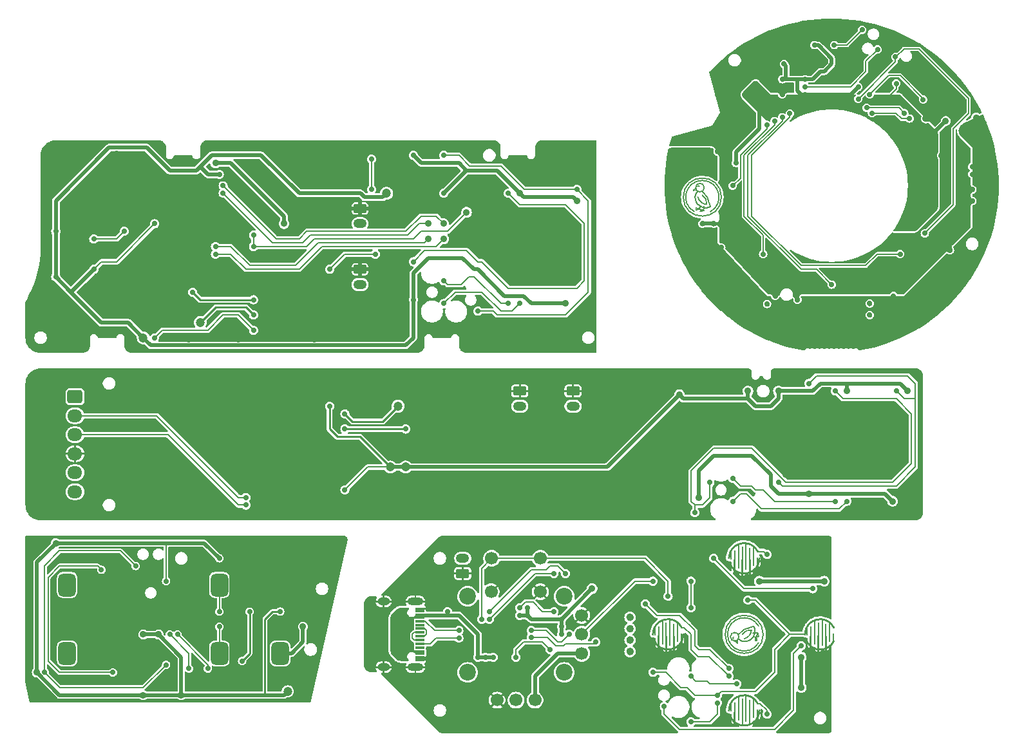
<source format=gbr>
G04 #@! TF.GenerationSoftware,KiCad,Pcbnew,8.0.5*
G04 #@! TF.CreationDate,2025-07-01T00:14:59-07:00*
G04 #@! TF.ProjectId,IotRollerBlinds,496f7452-6f6c-46c6-9572-426c696e6473,rev?*
G04 #@! TF.SameCoordinates,PX8f0d180PY5f5e100*
G04 #@! TF.FileFunction,Copper,L2,Bot*
G04 #@! TF.FilePolarity,Positive*
%FSLAX46Y46*%
G04 Gerber Fmt 4.6, Leading zero omitted, Abs format (unit mm)*
G04 Created by KiCad (PCBNEW 8.0.5) date 2025-07-01 00:14:59*
%MOMM*%
%LPD*%
G01*
G04 APERTURE LIST*
G04 Aperture macros list*
%AMRoundRect*
0 Rectangle with rounded corners*
0 $1 Rounding radius*
0 $2 $3 $4 $5 $6 $7 $8 $9 X,Y pos of 4 corners*
0 Add a 4 corners polygon primitive as box body*
4,1,4,$2,$3,$4,$5,$6,$7,$8,$9,$2,$3,0*
0 Add four circle primitives for the rounded corners*
1,1,$1+$1,$2,$3*
1,1,$1+$1,$4,$5*
1,1,$1+$1,$6,$7*
1,1,$1+$1,$8,$9*
0 Add four rect primitives between the rounded corners*
20,1,$1+$1,$2,$3,$4,$5,0*
20,1,$1+$1,$4,$5,$6,$7,0*
20,1,$1+$1,$6,$7,$8,$9,0*
20,1,$1+$1,$8,$9,$2,$3,0*%
G04 Aperture macros list end*
G04 #@! TA.AperFunction,Conductor*
%ADD10C,0.254000*%
G04 #@! TD*
G04 #@! TA.AperFunction,EtchedComponent*
%ADD11C,0.200000*%
G04 #@! TD*
G04 #@! TA.AperFunction,EtchedComponent*
%ADD12C,0.160000*%
G04 #@! TD*
G04 #@! TA.AperFunction,EtchedComponent*
%ADD13C,0.500000*%
G04 #@! TD*
G04 #@! TA.AperFunction,ComponentPad*
%ADD14RoundRect,0.250000X-0.625000X0.350000X-0.625000X-0.350000X0.625000X-0.350000X0.625000X0.350000X0*%
G04 #@! TD*
G04 #@! TA.AperFunction,ComponentPad*
%ADD15O,1.750000X1.200000*%
G04 #@! TD*
G04 #@! TA.AperFunction,SMDPad,CuDef*
%ADD16RoundRect,0.575000X0.575000X0.925000X-0.575000X0.925000X-0.575000X-0.925000X0.575000X-0.925000X0*%
G04 #@! TD*
G04 #@! TA.AperFunction,ComponentPad*
%ADD17RoundRect,0.250000X0.625000X-0.350000X0.625000X0.350000X-0.625000X0.350000X-0.625000X-0.350000X0*%
G04 #@! TD*
G04 #@! TA.AperFunction,SMDPad,CuDef*
%ADD18RoundRect,0.125000X-0.000010X0.446000X-0.000010X-0.446000X0.000010X-0.446000X0.000010X0.446000X0*%
G04 #@! TD*
G04 #@! TA.AperFunction,SMDPad,CuDef*
%ADD19RoundRect,0.125000X-0.000010X1.202500X-0.000010X-1.202500X0.000010X-1.202500X0.000010X1.202500X0*%
G04 #@! TD*
G04 #@! TA.AperFunction,SMDPad,CuDef*
%ADD20RoundRect,0.125000X-0.000010X1.715000X-0.000010X-1.715000X0.000010X-1.715000X0.000010X1.715000X0*%
G04 #@! TD*
G04 #@! TA.AperFunction,SMDPad,CuDef*
%ADD21RoundRect,0.125000X-0.000010X1.548500X-0.000010X-1.548500X0.000010X-1.548500X0.000010X1.548500X0*%
G04 #@! TD*
G04 #@! TA.AperFunction,SMDPad,CuDef*
%ADD22R,1.150000X0.300000*%
G04 #@! TD*
G04 #@! TA.AperFunction,ComponentPad*
%ADD23O,1.600000X1.000000*%
G04 #@! TD*
G04 #@! TA.AperFunction,ComponentPad*
%ADD24O,2.100000X1.000000*%
G04 #@! TD*
G04 #@! TA.AperFunction,ComponentPad*
%ADD25C,1.700000*%
G04 #@! TD*
G04 #@! TA.AperFunction,ComponentPad*
%ADD26C,2.200000*%
G04 #@! TD*
G04 #@! TA.AperFunction,ComponentPad*
%ADD27RoundRect,0.250000X-0.725000X0.600000X-0.725000X-0.600000X0.725000X-0.600000X0.725000X0.600000X0*%
G04 #@! TD*
G04 #@! TA.AperFunction,ComponentPad*
%ADD28O,1.950000X1.700000*%
G04 #@! TD*
G04 #@! TA.AperFunction,ViaPad*
%ADD29C,0.700000*%
G04 #@! TD*
G04 #@! TA.AperFunction,ViaPad*
%ADD30C,1.200000*%
G04 #@! TD*
G04 #@! TA.AperFunction,ViaPad*
%ADD31C,0.900000*%
G04 #@! TD*
G04 #@! TA.AperFunction,Conductor*
%ADD32C,0.200000*%
G04 #@! TD*
G04 #@! TA.AperFunction,Conductor*
%ADD33C,0.500000*%
G04 #@! TD*
G04 #@! TA.AperFunction,Conductor*
%ADD34C,0.250000*%
G04 #@! TD*
G04 #@! TA.AperFunction,Conductor*
%ADD35C,0.160000*%
G04 #@! TD*
G04 APERTURE END LIST*
D10*
X-32500000Y-15000000D02*
G75*
G02*
X-28711146Y-14105573I2000000J0D01*
G01*
X-18711146Y-25894427D02*
G75*
G02*
X-20500000Y-27000000I-1788854J894427D01*
G01*
X-28500000Y-35000000D02*
G75*
G02*
X-32288854Y-35894427I-2000000J0D01*
G01*
X-42500000Y-25000000D02*
G75*
G02*
X-38711146Y-24105573I2000000J0D01*
G01*
X-38500000Y-25000000D02*
G75*
G02*
X-42397366Y-25632456I-2000000J0D01*
G01*
X-20500000Y-27000000D02*
G75*
G02*
X-22288854Y-25894428I0J2000000D01*
G01*
X-22500000Y-25000000D02*
G75*
G02*
X-18711146Y-24105573I2000000J0D01*
G01*
X-28500000Y-15000000D02*
G75*
G02*
X-32288854Y-15894427I-2000000J0D01*
G01*
X-32500000Y-35000000D02*
G75*
G02*
X-28711146Y-34105573I2000000J0D01*
G01*
D11*
X-30477549Y-25937407D02*
X-30170333Y-25902531D01*
X-30170333Y-25902531D02*
X-29871533Y-25792579D01*
X-30774050Y-25895035D02*
X-30477549Y-25937407D01*
X-29871533Y-25792579D02*
X-29599759Y-25614398D01*
X-31041370Y-25778054D02*
X-30774050Y-25895035D01*
X-29599759Y-25614398D02*
X-29371935Y-25379085D01*
X-31262861Y-25593750D02*
X-31041370Y-25778054D01*
X-29371935Y-25379085D02*
X-29202249Y-25101295D01*
X-29297403Y-25273702D02*
X-28938550Y-25382558D01*
X-29202249Y-25101295D02*
X-29101270Y-24798327D01*
X-29104290Y-24800000D02*
X-28731095Y-24849257D01*
X-29101270Y-24798327D02*
X-29075285Y-24489050D01*
X-29353086Y-24787996D02*
X-29104290Y-24800000D01*
X-29075285Y-24489050D02*
X-29125913Y-24192723D01*
X-29125913Y-24192723D02*
X-29250000Y-23927802D01*
X-28605570Y-26093749D02*
G75*
G02*
X-28605571Y-23906250I-1894430J1093749D01*
G01*
D12*
X-31669286Y-25869178D02*
G75*
G02*
X-31391152Y-26178836I-299404J-548662D01*
G01*
X-29063550Y-25820058D02*
G75*
G02*
X-28938550Y-25820058I62500J-2D01*
G01*
X-29063550Y-25820058D02*
G75*
G02*
X-28938622Y-25320187I937050J31358D01*
G01*
X-28938550Y-25820058D02*
G75*
G02*
X-28813550Y-25820058I62500J-2D01*
G01*
X-31413443Y-25763205D02*
G75*
G02*
X-31391297Y-26178844I-577407J-239175D01*
G01*
X-31907352Y-25620740D02*
G75*
G02*
X-31907352Y-25379260I32352J120740D01*
G01*
X-28938550Y-25320058D02*
G75*
G02*
X-28813543Y-25819911I-812050J-468642D01*
G01*
X-28856095Y-25286757D02*
G75*
G02*
X-28731095Y-25286757I62500J0D01*
G01*
X-28856095Y-25286757D02*
G75*
G02*
X-28731168Y-24786885I936985J31377D01*
G01*
X-28731095Y-25286757D02*
G75*
G02*
X-28606095Y-25286757I62500J0D01*
G01*
X-30743068Y-24986604D02*
G75*
G02*
X-29542653Y-24426157I1048648J-680286D01*
G01*
X-28731095Y-24786757D02*
G75*
G02*
X-28606090Y-25286610I-811978J-468620D01*
G01*
D11*
X-30891461Y-24696494D02*
G75*
G02*
X-31262861Y-25031250I-1005708J742391D01*
G01*
X-30891461Y-24696494D02*
G75*
G02*
X-29952439Y-24190634I1005681J-742356D01*
G01*
D12*
X-29542445Y-24426188D02*
G75*
G02*
X-30499266Y-25575946I-1248267J65790D01*
G01*
D11*
X-29250000Y-23927802D02*
G75*
G02*
X-29952438Y-24190636I-769097J985385D01*
G01*
X-31187500Y-25312500D02*
G75*
G02*
X-32312500Y-25312500I-562500J0D01*
G01*
X-32312500Y-25312500D02*
G75*
G02*
X-31187500Y-25312500I562500J0D01*
G01*
X-28000000Y-25000000D02*
G75*
G02*
X-33000000Y-25000000I-2500000J0D01*
G01*
X-33000000Y-25000000D02*
G75*
G02*
X-28000000Y-25000000I2500000J0D01*
G01*
D13*
X-45250000Y-27250000D02*
G75*
G02*
X-45750000Y-27250000I-250000J0D01*
G01*
X-45750000Y-27250000D02*
G75*
G02*
X-45250000Y-27250000I250000J0D01*
G01*
X-45250000Y-25750000D02*
G75*
G02*
X-45750000Y-25750000I-250000J0D01*
G01*
X-45750000Y-25750000D02*
G75*
G02*
X-45250000Y-25750000I250000J0D01*
G01*
X-45250000Y-24250000D02*
G75*
G02*
X-45750000Y-24250000I-250000J0D01*
G01*
X-45750000Y-24250000D02*
G75*
G02*
X-45250000Y-24250000I250000J0D01*
G01*
X-45250000Y-22750000D02*
G75*
G02*
X-45750000Y-22750000I-250000J0D01*
G01*
X-45750000Y-22750000D02*
G75*
G02*
X-45250000Y-22750000I250000J0D01*
G01*
D11*
X-36937407Y32477549D02*
X-36902531Y32170333D01*
X-36902531Y32170333D02*
X-36792579Y31871533D01*
X-36895035Y32774050D02*
X-36937407Y32477549D01*
X-36792579Y31871533D02*
X-36614398Y31599759D01*
X-36778054Y33041370D02*
X-36895035Y32774050D01*
X-36614398Y31599759D02*
X-36379085Y31371935D01*
X-36593750Y33262861D02*
X-36778054Y33041370D01*
X-36379085Y31371935D02*
X-36101295Y31202249D01*
X-36273702Y31297403D02*
X-36382558Y30938550D01*
X-36101295Y31202249D02*
X-35798327Y31101270D01*
X-35800000Y31104290D02*
X-35849257Y30731095D01*
X-35798327Y31101270D02*
X-35489050Y31075285D01*
X-35787996Y31353086D02*
X-35800000Y31104290D01*
X-35489050Y31075285D02*
X-35192723Y31125913D01*
X-35192723Y31125913D02*
X-34927802Y31250000D01*
X-37093749Y30605570D02*
G75*
G02*
X-34906250Y30605571I1093749J1894430D01*
G01*
D12*
X-36869178Y33669286D02*
G75*
G02*
X-37178836Y33391152I-548672J299414D01*
G01*
X-36820058Y31063550D02*
G75*
G02*
X-36820058Y30938550I-2J-62500D01*
G01*
X-36820058Y31063550D02*
G75*
G02*
X-36320185Y30938624I31378J-936990D01*
G01*
X-36820058Y30938550D02*
G75*
G02*
X-36820058Y30813550I-2J-62500D01*
G01*
X-36763205Y33413443D02*
G75*
G02*
X-37178846Y33391289I-239195J577557D01*
G01*
X-36620740Y33907352D02*
G75*
G02*
X-36379260Y33907352I120740J-32352D01*
G01*
X-36320058Y30938550D02*
G75*
G02*
X-36819911Y30813544I-468622J811980D01*
G01*
X-36286757Y30856095D02*
G75*
G02*
X-36286757Y30731095I0J-62500D01*
G01*
X-36286757Y30856095D02*
G75*
G02*
X-35786885Y30731168I31377J-936985D01*
G01*
X-36286757Y30731095D02*
G75*
G02*
X-36286757Y30606095I0J-62500D01*
G01*
X-35986604Y32743068D02*
G75*
G02*
X-35426162Y31542654I-680276J-1048638D01*
G01*
X-35786757Y30731095D02*
G75*
G02*
X-36286610Y30606090I-468620J811978D01*
G01*
D11*
X-35696494Y32891461D02*
G75*
G02*
X-36031250Y33262861I742391J1005708D01*
G01*
X-35696494Y32891461D02*
G75*
G02*
X-35190634Y31952439I-742356J-1005681D01*
G01*
D12*
X-35426188Y31542445D02*
G75*
G02*
X-36575946Y32499266I65790J1248267D01*
G01*
D11*
X-34927802Y31250000D02*
G75*
G02*
X-35190636Y31952438I985385J769097D01*
G01*
X-35750000Y33750000D02*
G75*
G02*
X-36875000Y33750000I-562500J0D01*
G01*
X-36875000Y33750000D02*
G75*
G02*
X-35750000Y33750000I562500J0D01*
G01*
X-33500000Y32500000D02*
G75*
G02*
X-38500000Y32500000I-2500000J0D01*
G01*
X-38500000Y32500000D02*
G75*
G02*
X-33500000Y32500000I2500000J0D01*
G01*
D14*
X-81000000Y31000000D03*
D15*
X-81000000Y29000000D03*
D14*
X-81000000Y23000000D03*
D15*
X-81000000Y21000000D03*
D16*
X-119500000Y-18500000D03*
X-103500000Y-18500000D03*
X-99500000Y-18500000D03*
X-119500000Y-27500000D03*
X-99500000Y-27500000D03*
X-91500000Y-27500000D03*
D17*
X-67500000Y-17000000D03*
D15*
X-67500000Y-15000000D03*
D18*
X-32250000Y-14625000D03*
D19*
X-29250000Y-14750000D03*
D20*
X-30250000Y-14750000D03*
D21*
X-31250000Y-14750000D03*
X-29750000Y-15250000D03*
D20*
X-30750000Y-15250000D03*
D19*
X-31750000Y-15250000D03*
D18*
X-28750000Y-15375000D03*
X-22250000Y-24625000D03*
D19*
X-19250000Y-24750000D03*
D20*
X-20250000Y-24750000D03*
D21*
X-21250000Y-24750000D03*
X-19750000Y-25250000D03*
D20*
X-20750000Y-25250000D03*
D19*
X-21750000Y-25250000D03*
D18*
X-18750000Y-25375000D03*
X-42250000Y-24625000D03*
D19*
X-39250000Y-24750000D03*
D20*
X-40250000Y-24750000D03*
D21*
X-41250000Y-24750000D03*
X-39750000Y-25250000D03*
D20*
X-40750000Y-25250000D03*
D19*
X-41750000Y-25250000D03*
D18*
X-38750000Y-25375000D03*
X-32250000Y-34625000D03*
D19*
X-29250000Y-34750000D03*
D20*
X-30250000Y-34750000D03*
D21*
X-31250000Y-34750000D03*
X-29750000Y-35250000D03*
D20*
X-30750000Y-35250000D03*
D19*
X-31750000Y-35250000D03*
D18*
X-28750000Y-35375000D03*
D22*
X-73155000Y-28350000D03*
X-73155000Y-27550000D03*
X-73155000Y-26250000D03*
X-73155000Y-25250000D03*
X-73155000Y-24750000D03*
X-73155000Y-23750000D03*
X-73155000Y-22450000D03*
X-73155000Y-21650000D03*
X-73155000Y-21950000D03*
X-73155000Y-22750000D03*
X-73155000Y-23250000D03*
X-73155000Y-24250000D03*
X-73155000Y-25750000D03*
X-73155000Y-26750000D03*
X-73155000Y-27250000D03*
X-73155000Y-28050000D03*
D23*
X-77900000Y-29320000D03*
D24*
X-73720000Y-29320000D03*
D23*
X-77900000Y-20680000D03*
D24*
X-73720000Y-20680000D03*
D25*
X-57300000Y-15000000D03*
X-63700000Y-15000000D03*
X-57300000Y-19400000D03*
X-63750000Y-19400000D03*
X-51850000Y-22500000D03*
X-51850000Y-25000000D03*
X-51850000Y-27500000D03*
X-58000000Y-33650000D03*
X-60500000Y-33650000D03*
X-63000000Y-33650000D03*
D26*
X-54150000Y-20000000D03*
X-66850000Y-20000000D03*
X-54150000Y-30000000D03*
X-66850000Y-30000000D03*
D27*
X-118475000Y6250000D03*
D28*
X-118475000Y3750000D03*
X-118475000Y1250000D03*
X-118475000Y-1250000D03*
X-118475000Y-3750000D03*
X-118475000Y-6250000D03*
D14*
X-53000000Y7000000D03*
D15*
X-53000000Y5000000D03*
D14*
X-60000000Y7000000D03*
D15*
X-60000000Y5000000D03*
D29*
X-100000000Y23000000D03*
X-119000000Y23000000D03*
X-103500000Y35000000D03*
X-119000000Y29000000D03*
X-104500000Y33000000D03*
D30*
X-97000000Y14000000D03*
D31*
X-54500000Y25000000D03*
D29*
X-54000000Y38000000D03*
X-66500000Y17500000D03*
X-100000000Y29000000D03*
D30*
X-103500000Y14000000D03*
D29*
X-56500000Y26000000D03*
D30*
X-103000000Y31000000D03*
D31*
X-57500000Y28000000D03*
D29*
X-66000000Y38000000D03*
D30*
X-105000000Y31000000D03*
D29*
X-70000000Y35000000D03*
D31*
X-63000000Y33000000D03*
D29*
X-59000000Y26000000D03*
X-56500000Y23500000D03*
X-112000000Y23000000D03*
D31*
X-60500000Y25000000D03*
D29*
X-105000000Y29000000D03*
X-59000000Y23500000D03*
D30*
X-98000000Y16000000D03*
X-113000000Y38000000D03*
D31*
X-57500000Y22000000D03*
D30*
X-87000000Y14000000D03*
D29*
X-105000000Y26000000D03*
X-104500000Y35000000D03*
X-116000000Y29000000D03*
X-103500000Y33000000D03*
X-93000000Y14000000D03*
D30*
X-114014492Y34500739D03*
D29*
X-95000000Y17000000D03*
X-85000000Y23000000D03*
D31*
X-91000000Y29000000D03*
D29*
X-79000000Y25000000D03*
D31*
X-100000000Y37000000D03*
D30*
X-102000000Y16000000D03*
D31*
X-60000000Y33000000D03*
X-54000000Y18500000D03*
D29*
X-74000000Y19000000D03*
D31*
X-52500000Y32000000D03*
D29*
X-116000000Y23000000D03*
X-99500000Y35500000D03*
X-95000000Y15000000D03*
X-108000000Y29000000D03*
D30*
X-77500000Y33000000D03*
D29*
X-108000000Y14000000D03*
D30*
X-109500000Y14000000D03*
D29*
X-70000000Y33000000D03*
X-121000000Y28000000D03*
X-74000000Y38000000D03*
X-121000000Y22000000D03*
X-61500000Y33000000D03*
X-74000000Y24000000D03*
X-65500000Y17500000D03*
X-70000000Y38000000D03*
X-52500000Y33500000D03*
X-99000000Y33000000D03*
D31*
X-72000000Y29000000D03*
D29*
X-95000000Y27500000D03*
X-95000000Y26000000D03*
D31*
X-67000000Y30500000D03*
D29*
X-60000000Y18500000D03*
X-70000000Y18500000D03*
D31*
X-72000000Y27000000D03*
D29*
X-100000000Y26000000D03*
D31*
X-70000000Y27000000D03*
D29*
X-100000000Y25000000D03*
X-99000000Y34000000D03*
D31*
X-70000000Y29000000D03*
D29*
X-61500000Y18500000D03*
X-70000000Y21500000D03*
X-95000000Y19000000D03*
X-103000000Y20000000D03*
X-79500000Y33500000D03*
X-116000000Y27000000D03*
X-79500000Y37500000D03*
X-112000000Y28000000D03*
X-99500000Y-24000000D03*
X-99500000Y-22000000D03*
X-89000000Y-15000000D03*
D31*
X-116500000Y-23000000D03*
D30*
X-92500000Y-24000000D03*
D31*
X-116500000Y-21000000D03*
X-118500000Y-21000000D03*
X-112000000Y-30000000D03*
X-118500000Y-23000000D03*
D30*
X-88500000Y-32500000D03*
D31*
X-109500000Y-25000000D03*
D29*
X-99500000Y-15000000D03*
D31*
X-107500000Y-25000000D03*
X-121000000Y-13000000D03*
X-123500000Y-30000000D03*
X-109500000Y-33000000D03*
D29*
X-106500000Y-18000000D03*
D31*
X-104500000Y-33000000D03*
D30*
X-90500000Y-32500000D03*
D29*
X-91500000Y-22000000D03*
X-106500000Y-29000000D03*
X-122469669Y-29969669D03*
X-110500000Y-16000000D03*
X-113500000Y-30000000D03*
X-115000000Y-16500000D03*
X-101000000Y-29500000D03*
X-105000000Y-25000000D03*
X-103500000Y-29500000D03*
X-106000000Y-25000000D03*
X-96500000Y-28500000D03*
X-95500000Y-22000000D03*
D31*
X-88500000Y-24000000D03*
X-23000000Y-28000000D03*
X-23000000Y-32000000D03*
X-20000000Y-18000000D03*
X-28500000Y-18000000D03*
D29*
X-34000000Y-34000000D03*
X-37500000Y-36500000D03*
X-60000000Y-21500000D03*
X-55500000Y-22000000D03*
X-64500000Y-32000000D03*
X-33750000Y-25000000D03*
X-28000000Y-27500000D03*
X-33500000Y-18000000D03*
X-25500000Y-27500000D03*
X-33500000Y-27000000D03*
X-20500000Y-28000000D03*
D31*
X-23500000Y-13000000D03*
D29*
X-63500000Y-32000000D03*
X-58500000Y-27000000D03*
X-59500000Y-28000000D03*
X-62500000Y-32000000D03*
X-59500000Y-27000000D03*
X-42000000Y-32000000D03*
X-65500000Y-32000000D03*
X-58500000Y-28000000D03*
X-26500000Y-35500000D03*
X-25500000Y-25000000D03*
X-33500000Y-23000000D03*
X-65000000Y-23000000D03*
X-40500000Y-20000000D03*
X-42500000Y-18000000D03*
X-23000000Y-26500000D03*
X-41000000Y-34500000D03*
X-21500000Y-19000000D03*
X-34500000Y-15000000D03*
X-32500000Y-29500000D03*
X-43500000Y-21000000D03*
X-54000000Y-17000000D03*
X-64000000Y-22000000D03*
X-37500000Y-21500000D03*
X-37500000Y-18000000D03*
X-42500000Y-30000000D03*
X-30000000Y-20500000D03*
X-34000000Y-33000000D03*
X-68000000Y-24500000D03*
X-31500000Y-31500000D03*
X-37500000Y-30500000D03*
X-56000000Y-27000000D03*
X-60500000Y-28000000D03*
X-27500000Y-35500000D03*
X-32500000Y-30500000D03*
X-27500000Y-14500000D03*
D31*
X-50500000Y-19000000D03*
D29*
X-60000000Y-22500000D03*
X-59000000Y-21500000D03*
X-54500000Y-23000000D03*
X-59000000Y-22500000D03*
X-54500000Y-24000000D03*
X-54500000Y-25000000D03*
X-50000000Y-26000000D03*
X-58500000Y-25400000D03*
X-58500000Y-24500000D03*
X-53500000Y-25000000D03*
X-68000000Y-25500000D03*
X-55500000Y-17000000D03*
X-64000000Y-23000000D03*
X-69500000Y-22000000D03*
X-65500000Y-28000000D03*
X-63500000Y-28000000D03*
X-64500000Y-28000000D03*
X-22500000Y48000000D03*
X-7000000Y31000000D03*
X-8000000Y30000000D03*
X-21250000Y52500000D03*
X-31590000Y37000000D03*
X-25500000Y48000000D03*
X-8000000Y31000000D03*
X-15500000Y47000000D03*
X-11575379Y45667262D03*
X-8746952Y38596194D03*
X-18250000Y45500000D03*
X-19750000Y45500000D03*
X-29000000Y47000000D03*
X-9454058Y39303301D03*
X-22500000Y46000000D03*
D31*
X-4000000Y42500000D03*
D29*
X-7000000Y30000000D03*
X-10514719Y47435029D03*
X-25250000Y50000000D03*
X-28250000Y46250000D03*
X-500000Y32000000D03*
X-4504311Y26575379D03*
X-16750000Y55375000D03*
X-20250000Y50250000D03*
X-23500000Y20000000D03*
X-32500000Y42000000D03*
X-11575379Y20211418D03*
X-499999Y33500000D03*
X-32788582Y26575379D03*
X-26000000Y51000000D03*
X-13500000Y49000000D03*
X-20250000Y47750000D03*
X-14000000Y18500000D03*
X-32081475Y27282486D03*
X-31000000Y47000000D03*
X-34000000Y38500000D03*
X-32500000Y49500000D03*
X-34500000Y29000000D03*
D31*
X-4500000Y38000000D03*
D29*
X-34000000Y46000000D03*
D31*
X-2000000Y38000000D03*
D29*
X-3443651Y25514719D03*
X-36000000Y29000000D03*
D31*
X-6625631Y42838835D03*
D29*
X-12282486Y20918525D03*
X-14000000Y17000000D03*
X-28500000Y49000000D03*
X-30500000Y51000000D03*
X-31500000Y43500000D03*
X-12467996Y53088322D03*
X-34500000Y48000000D03*
X-21250000Y55375000D03*
X-23500000Y19000000D03*
X-17750000Y47750000D03*
X-17750000Y50250000D03*
X-33000000Y38500000D03*
X-26424621Y19504311D03*
X-24500000Y53500000D03*
X-28500000Y52500000D03*
X-25500000Y46000000D03*
X-27485281Y18443651D03*
X-26000000Y53500000D03*
X-36500000Y38500000D03*
X-9807612Y18443651D03*
X-34556349Y24807612D03*
X-32788582Y22332738D03*
X-20500000Y16000000D03*
X-23500000Y18000000D03*
X-499999Y36500000D03*
D31*
X784155Y41112473D03*
D29*
X-23500000Y16500000D03*
X-7332738Y20211418D03*
X-10868272Y19504311D03*
X-37000000Y35500000D03*
D31*
X18787Y42960232D03*
D29*
X-499999Y35500000D03*
X-33495689Y25868272D03*
X-35000000Y38500000D03*
D31*
X-1446289Y41270985D03*
D29*
X-12954004Y51914995D03*
X-22500000Y47000000D03*
X-19000000Y21000000D03*
X-25500000Y43000000D03*
X-10000000Y25000000D03*
X-24500000Y43500000D03*
X-26500000Y42500000D03*
X-28000000Y25000000D03*
X-27500000Y42000000D03*
X-32000000Y33999999D03*
X-15000000Y54500000D03*
X-18660000Y52500000D03*
X-6750000Y27750000D03*
X-15500000Y45410000D03*
X-10607350Y50942980D03*
X-9454058Y43545942D03*
X-14403806Y44253048D03*
X-13696699Y43545942D03*
X-8746952Y42838835D03*
X-14000000Y46000000D03*
X-6979185Y45313708D03*
D30*
X-75000000Y-3000000D03*
D31*
X-26000000Y7000000D03*
D29*
X-85000000Y5000000D03*
D31*
X-9000000Y7000000D03*
X-36500000Y-7000000D03*
X-39000000Y6500000D03*
D29*
X-83000000Y-6000000D03*
D31*
X-17000000Y7000000D03*
X-30000000Y7000000D03*
X-11000000Y-7500000D03*
X-22000000Y-6500000D03*
D30*
X-77000000Y-3000000D03*
X-76000000Y5000000D03*
D29*
X-83000000Y4000000D03*
D30*
X-80500000Y-1000000D03*
D29*
X-102500000Y-7000000D03*
D30*
X-69000000Y7000000D03*
D29*
X-13500000Y0D03*
D31*
X-23000000Y-500000D03*
D29*
X-102500000Y-5000000D03*
X-15500000Y-2000000D03*
D31*
X-23000000Y-4000000D03*
X-20000000Y7000000D03*
D30*
X-98000000Y-9000000D03*
X-101000000Y-9000000D03*
D29*
X-13500000Y-2000000D03*
D30*
X-86000000Y-2000000D03*
D29*
X-101500000Y-5000000D03*
X-101500000Y-7000000D03*
D30*
X-99000000Y-2000000D03*
X-90000000Y2000000D03*
D31*
X-25000000Y-500000D03*
X-11500000Y-1000000D03*
D30*
X-116000000Y-5000000D03*
D29*
X-15500000Y0D03*
D30*
X-114000000Y-5000000D03*
X-86000000Y2000000D03*
D31*
X-17500000Y-1000000D03*
X-34000000Y4000000D03*
D30*
X-81000000Y7000000D03*
X-80000000Y5000000D03*
X-90000000Y-2000000D03*
X-98000000Y-3000000D03*
D31*
X-25000000Y-4000000D03*
X-14500000Y-4000000D03*
X-14500000Y2000000D03*
D29*
X-22000000Y8000000D03*
X-26000000Y-5000000D03*
X-10500000Y7000000D03*
X-35000000Y-5000000D03*
X-37000000Y-9000000D03*
X-18500000Y7000000D03*
X-96000000Y-8000000D03*
X-32000000Y-7500000D03*
X-17000000Y-7500000D03*
X-32000000Y-4500000D03*
X-18500000Y-7500000D03*
X-96000000Y-7000000D03*
X-75000000Y2000000D03*
X-83000000Y2000000D03*
D32*
X-93000000Y14000000D02*
X-97000000Y14000000D01*
D33*
X-91000000Y30000000D02*
X-91000000Y29000000D01*
D34*
X-100000000Y18000000D02*
X-102000000Y16000000D01*
X-96000000Y18000000D02*
X-100000000Y18000000D01*
X-95000000Y17000000D02*
X-96000000Y18000000D01*
D32*
X-79000000Y25000000D02*
X-83000000Y25000000D01*
D33*
X-100000000Y37000000D02*
X-98000000Y37000000D01*
D32*
X-83000000Y25000000D02*
X-85000000Y23000000D01*
D33*
X-98000000Y37000000D02*
X-91000000Y30000000D01*
X-102500000Y36000000D02*
X-100500000Y38000000D01*
X-59500000Y19500000D02*
X-58500000Y18500000D01*
X-114000000Y39000000D02*
X-109000000Y39000000D01*
X-59500000Y32500000D02*
X-60000000Y33000000D01*
X-62000000Y19500000D02*
X-59500000Y19500000D01*
X-100500000Y38000000D02*
X-94000000Y38000000D01*
X-67000000Y36000000D02*
X-68000000Y37000000D01*
X-60000000Y33000000D02*
X-63000000Y36000000D01*
X-89000000Y33000000D02*
X-80939339Y33000000D01*
D32*
X-101000000Y15000000D02*
X-107000000Y15000000D01*
D33*
X-74000000Y19000000D02*
X-74000000Y22500000D01*
X-63000000Y36000000D02*
X-67000000Y36000000D01*
X-109000000Y39000000D02*
X-106000000Y36000000D01*
X-106000000Y36000000D02*
X-102500000Y36000000D01*
X-67500000Y24500000D02*
X-66000000Y23000000D01*
X-66000000Y23000000D02*
X-65500000Y23000000D01*
X-121000000Y27000000D02*
X-121000000Y32000000D01*
X-80939339Y33000000D02*
X-80439339Y32500000D01*
X-94000000Y38000000D02*
X-89000000Y33000000D01*
X-111500000Y16000000D02*
X-109500000Y14000000D01*
X-78000000Y32500000D02*
X-77500000Y33000000D01*
X-68000000Y37000000D02*
X-73000000Y37000000D01*
X-121000000Y22000000D02*
X-121000000Y27000000D01*
X-75000000Y13000000D02*
X-108500000Y13000000D01*
X-72000000Y24500000D02*
X-67500000Y24500000D01*
D32*
X-116000000Y23000000D02*
X-115000000Y24000000D01*
D33*
X-58500000Y18500000D02*
X-54000000Y18500000D01*
X-99500000Y35500000D02*
X-101000000Y35500000D01*
X-116000000Y23000000D02*
X-119000000Y20000000D01*
D32*
X-113000000Y24000000D02*
X-108000000Y29000000D01*
D33*
X-121000000Y27000000D02*
X-121000000Y28000000D01*
X-52500000Y32000000D02*
X-53000000Y32500000D01*
X-67000000Y36000000D02*
X-70000000Y33000000D01*
X-121000000Y22000000D02*
X-119000000Y20000000D01*
D32*
X-95000000Y15000000D02*
X-97000000Y17000000D01*
X-115000000Y24000000D02*
X-113000000Y24000000D01*
D33*
X-65500000Y23000000D02*
X-62000000Y19500000D01*
X-115000000Y16000000D02*
X-111500000Y16000000D01*
D32*
X-99000000Y17000000D02*
X-101000000Y15000000D01*
D33*
X-73000000Y37000000D02*
X-74000000Y38000000D01*
X-101000000Y35500000D02*
X-102000000Y36500000D01*
D32*
X-97000000Y17000000D02*
X-99000000Y17000000D01*
X-107000000Y15000000D02*
X-108000000Y14000000D01*
D33*
X-119000000Y20000000D02*
X-115000000Y16000000D01*
X-74000000Y22500000D02*
X-72000000Y24500000D01*
X-108500000Y13000000D02*
X-109500000Y14000000D01*
X-74000000Y14000000D02*
X-75000000Y13000000D01*
X-53000000Y32500000D02*
X-59500000Y32500000D01*
X-80439339Y32500000D02*
X-78000000Y32500000D01*
X-74000000Y19000000D02*
X-74000000Y14000000D01*
X-121000000Y32000000D02*
X-114000000Y39000000D01*
D32*
X-74000000Y24000000D02*
X-72500000Y25500000D01*
X-51500000Y21500000D02*
X-51500000Y29000000D01*
X-54000000Y31500000D02*
X-60000000Y31500000D01*
X-65500000Y24000000D02*
X-65000000Y24000000D01*
X-72500000Y25500000D02*
X-67000000Y25500000D01*
X-52500000Y20500000D02*
X-51500000Y21500000D01*
X-60000000Y31500000D02*
X-61500000Y33000000D01*
X-65000000Y24000000D02*
X-61500000Y20500000D01*
X-51500000Y29000000D02*
X-54000000Y31500000D01*
X-61500000Y20500000D02*
X-52500000Y20500000D01*
X-67000000Y25500000D02*
X-65500000Y24000000D01*
X-65500000Y17500000D02*
X-63500000Y17500000D01*
X-51000000Y32000000D02*
X-52500000Y33500000D01*
X-52750000Y18250000D02*
X-51000000Y20000000D01*
X-63500000Y17500000D02*
X-63000000Y17000000D01*
X-66600000Y36600000D02*
X-68000000Y38000000D01*
X-63000000Y17000000D02*
X-54000000Y17000000D01*
X-59400000Y33500000D02*
X-62500000Y36600000D01*
X-62500000Y36600000D02*
X-66600000Y36600000D01*
X-51000000Y20000000D02*
X-51000000Y32000000D01*
X-68000000Y38000000D02*
X-70000000Y38000000D01*
X-54000000Y17000000D02*
X-52750000Y18250000D01*
X-52500000Y33500000D02*
X-59400000Y33500000D01*
X-88500000Y26500000D02*
X-87500000Y27500000D01*
X-87500000Y27500000D02*
X-74750000Y27500000D01*
X-74750000Y27500000D02*
X-73250000Y29000000D01*
X-99000000Y33000000D02*
X-92500000Y26500000D01*
X-73250000Y29000000D02*
X-72000000Y29000000D01*
X-92500000Y26500000D02*
X-88500000Y26500000D01*
X-95000000Y26000000D02*
X-95000000Y27500000D01*
X-88000000Y26000000D02*
X-87000000Y27000000D01*
X-95000000Y26000000D02*
X-88000000Y26000000D01*
X-74000000Y27000000D02*
X-73000000Y28000000D01*
X-73000000Y28000000D02*
X-69500000Y28000000D01*
X-69500000Y28000000D02*
X-67000000Y30500000D01*
X-87000000Y27000000D02*
X-74000000Y27000000D01*
X-68500000Y20000000D02*
X-65000000Y20000000D01*
X-62500000Y17500000D02*
X-61000000Y17500000D01*
X-65000000Y20000000D02*
X-62500000Y17500000D01*
X-70000000Y18500000D02*
X-68500000Y20000000D01*
X-61000000Y17500000D02*
X-60000000Y18500000D01*
X-72500000Y26500000D02*
X-86500000Y26500000D01*
X-72000000Y27000000D02*
X-72500000Y26500000D01*
X-98000000Y26000000D02*
X-100000000Y26000000D01*
X-89500000Y23500000D02*
X-95500000Y23500000D01*
X-86500000Y26500000D02*
X-89500000Y23500000D01*
X-95500000Y23500000D02*
X-98000000Y26000000D01*
X-96000000Y23000000D02*
X-98000000Y25000000D01*
X-70000000Y27000000D02*
X-71000000Y26000000D01*
X-89000000Y23000000D02*
X-96000000Y23000000D01*
X-98000000Y25000000D02*
X-100000000Y25000000D01*
X-71000000Y26000000D02*
X-86000000Y26000000D01*
X-86000000Y26000000D02*
X-89000000Y23000000D01*
X-89000000Y27000000D02*
X-88000000Y28000000D01*
X-71000000Y30000000D02*
X-70000000Y29000000D01*
X-75000000Y28000000D02*
X-73000000Y30000000D01*
X-99000000Y34000000D02*
X-92000000Y27000000D01*
X-92000000Y27000000D02*
X-89000000Y27000000D01*
X-73000000Y30000000D02*
X-71000000Y30000000D01*
X-88000000Y28000000D02*
X-75000000Y28000000D01*
X-69004939Y21000000D02*
X-69500000Y21000000D01*
X-66677092Y22000000D02*
X-67678542Y20998550D01*
X-69003489Y20998550D02*
X-69004939Y21000000D01*
X-66000000Y22000000D02*
X-66677092Y22000000D01*
X-69500000Y21000000D02*
X-70000000Y21500000D01*
X-67678542Y20998550D02*
X-69003489Y20998550D01*
X-61500000Y18500000D02*
X-62500000Y18500000D01*
X-62500000Y18500000D02*
X-66000000Y22000000D01*
D34*
X-103000000Y20000000D02*
X-102000000Y19000000D01*
X-102000000Y19000000D02*
X-95000000Y19000000D01*
D32*
X-116000000Y27000000D02*
X-113000000Y27000000D01*
X-79500000Y37500000D02*
X-79500000Y33500000D01*
X-113000000Y27000000D02*
X-112000000Y28000000D01*
X-99500000Y-27500000D02*
X-99500000Y-24000000D01*
X-99500000Y-22000000D02*
X-99500000Y-18500000D01*
D34*
X-93500000Y-23000000D02*
X-93500000Y-33000000D01*
D33*
X-99500000Y-15000000D02*
X-101500000Y-13000000D01*
X-109500000Y-25000000D02*
X-107500000Y-25000000D01*
X-123500000Y-30000000D02*
X-123500000Y-15500000D01*
X-104500000Y-33000000D02*
X-104500000Y-28000000D01*
D34*
X-91500000Y-22000000D02*
X-92500000Y-22000000D01*
D32*
X-106500000Y-18000000D02*
X-106500000Y-13000000D01*
D33*
X-91000000Y-33000000D02*
X-93500000Y-33000000D01*
X-90500000Y-32500000D02*
X-91000000Y-33000000D01*
X-121000000Y-13000000D02*
X-106500000Y-13000000D01*
X-104500000Y-28000000D02*
X-107500000Y-25000000D01*
X-123500000Y-15500000D02*
X-121000000Y-13000000D01*
D34*
X-92500000Y-22000000D02*
X-93500000Y-23000000D01*
D33*
X-93500000Y-33000000D02*
X-120500000Y-33000000D01*
X-101500000Y-13000000D02*
X-106500000Y-13000000D01*
X-120500000Y-33000000D02*
X-123500000Y-30000000D01*
D32*
X-120500000Y-14000000D02*
X-122469669Y-15969669D01*
X-122469669Y-15969669D02*
X-122469669Y-29969669D01*
X-106500000Y-29000000D02*
X-109500000Y-32000000D01*
X-110500000Y-16000000D02*
X-112500000Y-14000000D01*
X-109500000Y-32000000D02*
X-120439338Y-32000000D01*
X-120439338Y-32000000D02*
X-122469669Y-29969669D01*
X-112500000Y-14000000D02*
X-120500000Y-14000000D01*
X-115500000Y-16000000D02*
X-120500000Y-16000000D01*
X-122000000Y-17500000D02*
X-122000000Y-28500000D01*
X-115000000Y-16500000D02*
X-115500000Y-16000000D01*
X-120500000Y-30000000D02*
X-113500000Y-30000000D01*
X-120500000Y-16000000D02*
X-122000000Y-17500000D01*
X-122000000Y-28500000D02*
X-120500000Y-30000000D01*
X-101000000Y-29000000D02*
X-101000000Y-29500000D01*
X-105000000Y-25000000D02*
X-101000000Y-29000000D01*
X-103500000Y-27500000D02*
X-103500000Y-29500000D01*
X-106000000Y-25000000D02*
X-103500000Y-27500000D01*
D34*
X-95500000Y-27500000D02*
X-95500000Y-22000000D01*
X-96500000Y-28500000D02*
X-95500000Y-27500000D01*
D33*
X-90000000Y-27500000D02*
X-88500000Y-26000000D01*
X-91500000Y-27500000D02*
X-90000000Y-27500000D01*
X-88500000Y-26000000D02*
X-88500000Y-24000000D01*
X-55000000Y-27500000D02*
X-51850000Y-27500000D01*
D32*
X-34000000Y-34000000D02*
X-34000000Y-35500000D01*
D33*
X-28500000Y-18000000D02*
X-20000000Y-18000000D01*
D32*
X-35000000Y-36500000D02*
X-37500000Y-36500000D01*
D33*
X-58000000Y-33650000D02*
X-58000000Y-30500000D01*
D32*
X-34000000Y-35500000D02*
X-35000000Y-36500000D01*
D33*
X-58000000Y-30500000D02*
X-55000000Y-27500000D01*
X-23000000Y-32000000D02*
X-23000000Y-28000000D01*
D32*
X-59250000Y-20750000D02*
X-60000000Y-21500000D01*
X-59250000Y-20750000D02*
X-58250000Y-20750000D01*
X-55500000Y-22000000D02*
X-57000000Y-22000000D01*
X-57000000Y-22000000D02*
X-58250000Y-20750000D01*
X-65000000Y-23000000D02*
X-65000000Y-16300000D01*
X-57300000Y-15000000D02*
X-62000000Y-15000000D01*
X-43500000Y-15000000D02*
X-57300000Y-15000000D01*
X-40500000Y-20000000D02*
X-40500000Y-18000000D01*
X-40500000Y-18000000D02*
X-43500000Y-15000000D01*
X-62000000Y-15000000D02*
X-63700000Y-15000000D01*
X-65000000Y-16300000D02*
X-63700000Y-15000000D01*
X-44850000Y-18000000D02*
X-51850000Y-25000000D01*
X-42500000Y-18000000D02*
X-44850000Y-18000000D01*
X-24000000Y-27500000D02*
X-24000000Y-35000000D01*
X-30500000Y-19000000D02*
X-34500000Y-15000000D01*
X-24000000Y-35000000D02*
X-26500000Y-37500000D01*
X-21500000Y-19000000D02*
X-30500000Y-19000000D01*
X-41000000Y-35500000D02*
X-41000000Y-34500000D01*
X-26500000Y-37500000D02*
X-39000000Y-37500000D01*
X-23000000Y-26500000D02*
X-24000000Y-27500000D01*
X-39000000Y-37500000D02*
X-41000000Y-35500000D01*
X-37000000Y-26500000D02*
X-37000000Y-24500000D01*
X-39000000Y-22500000D02*
X-42000000Y-22500000D01*
X-56000000Y-16000000D02*
X-55000000Y-16000000D01*
X-58500000Y-16500000D02*
X-56500000Y-16500000D01*
X-42000000Y-22500000D02*
X-43500000Y-21000000D01*
X-35000000Y-27000000D02*
X-36500000Y-27000000D01*
X-55000000Y-16000000D02*
X-54000000Y-17000000D01*
X-64000000Y-22000000D02*
X-58500000Y-16500000D01*
X-56500000Y-16500000D02*
X-56000000Y-16000000D01*
X-37000000Y-24500000D02*
X-39000000Y-22500000D01*
X-36500000Y-27000000D02*
X-37000000Y-26500000D01*
X-32500000Y-29500000D02*
X-35000000Y-27000000D01*
X-37500000Y-21500000D02*
X-37500000Y-18000000D01*
X-33500000Y-32500000D02*
X-29000000Y-32500000D01*
X-38822908Y-32000000D02*
X-38000000Y-32000000D01*
X-26500000Y-30000000D02*
X-26500000Y-27000000D01*
X-29000000Y-20500000D02*
X-24500000Y-25000000D01*
X-40822908Y-30000000D02*
X-38822908Y-32000000D01*
X-37001450Y-32998550D02*
X-34001450Y-32998550D01*
X-22625000Y-25000000D02*
X-22250000Y-24625000D01*
X-34000000Y-33000000D02*
X-33500000Y-32500000D01*
X-30000000Y-20500000D02*
X-29000000Y-20500000D01*
X-29000000Y-32500000D02*
X-26500000Y-30000000D01*
X-34001450Y-32998550D02*
X-34000000Y-33000000D01*
X-24500000Y-25000000D02*
X-22625000Y-25000000D01*
X-38000000Y-32000000D02*
X-37001450Y-32998550D01*
X-26500000Y-27000000D02*
X-24500000Y-25000000D01*
X-42500000Y-30000000D02*
X-40822908Y-30000000D01*
X-68000000Y-24500000D02*
X-71180000Y-24500000D01*
X-71180000Y-24500000D02*
X-72430000Y-23250000D01*
X-72430000Y-23250000D02*
X-73155000Y-23250000D01*
X-35349300Y-31150700D02*
X-36849300Y-31150700D01*
X-35000000Y-31500000D02*
X-35349300Y-31150700D01*
X-31500000Y-31500000D02*
X-35000000Y-31500000D01*
X-36849300Y-31150700D02*
X-37500000Y-30500000D01*
X-57000000Y-26000000D02*
X-59500000Y-26000000D01*
X-59500000Y-26000000D02*
X-60500000Y-27000000D01*
X-56000000Y-27000000D02*
X-57000000Y-26000000D01*
X-60500000Y-27000000D02*
X-60500000Y-28000000D01*
X-72500000Y-24250000D02*
X-72250000Y-24500000D01*
X-73155000Y-25250000D02*
X-72500000Y-25250000D01*
X-72250000Y-24500000D02*
X-72250000Y-25000000D01*
X-72500000Y-25250000D02*
X-72250000Y-25000000D01*
X-73155000Y-24250000D02*
X-72500000Y-24250000D01*
X-73875000Y-25750000D02*
X-74125000Y-25500000D01*
X-74125000Y-25000000D02*
X-74125000Y-25500000D01*
X-73155000Y-24750000D02*
X-73875000Y-24750000D01*
X-73875000Y-24750000D02*
X-74125000Y-25000000D01*
X-73155000Y-25750000D02*
X-73875000Y-25750000D01*
X-27500000Y-35000000D02*
X-28394427Y-34105573D01*
X-27500000Y-35500000D02*
X-27500000Y-35000000D01*
X-28394427Y-34105573D02*
X-28711146Y-34105573D01*
X-35081450Y-27918550D02*
X-32500000Y-30500000D01*
X-38711146Y-24105573D02*
X-38394427Y-24105573D01*
X-37500000Y-27000000D02*
X-36581450Y-27918550D01*
X-38394427Y-24105573D02*
X-37500000Y-25000000D01*
X-37500000Y-25000000D02*
X-37500000Y-27000000D01*
X-36581450Y-27918550D02*
X-35081450Y-27918550D01*
X-27894427Y-14105573D02*
X-28711146Y-14105573D01*
X-27500000Y-14500000D02*
X-27894427Y-14105573D01*
D33*
X-54500000Y-23000000D02*
X-50500000Y-19000000D01*
X-60000000Y-22500000D02*
X-59000000Y-22500000D01*
X-58500000Y-23000000D02*
X-59000000Y-22500000D01*
X-54500000Y-25000000D02*
X-54500000Y-23000000D01*
X-54500000Y-23000000D02*
X-58500000Y-23000000D01*
X-59000000Y-21500000D02*
X-59000000Y-22500000D01*
D32*
X-56350000Y-25400000D02*
X-55250000Y-26500000D01*
X-54000000Y-26250000D02*
X-50250000Y-26250000D01*
X-54250000Y-26500000D02*
X-54000000Y-26250000D01*
X-58500000Y-25400000D02*
X-56350000Y-25400000D01*
X-55250000Y-26500000D02*
X-54250000Y-26500000D01*
X-50250000Y-26250000D02*
X-50000000Y-26000000D01*
X-56500000Y-24500000D02*
X-55500000Y-25500000D01*
X-55000000Y-26000000D02*
X-54500000Y-26000000D01*
X-55500000Y-25500000D02*
X-55000000Y-26000000D01*
X-54500000Y-26000000D02*
X-53500000Y-25000000D01*
X-58500000Y-24500000D02*
X-56500000Y-24500000D01*
X-71750000Y-26250000D02*
X-73155000Y-26250000D01*
X-68000000Y-25500000D02*
X-71000000Y-25500000D01*
X-71000000Y-25500000D02*
X-71750000Y-26250000D01*
X-55500000Y-17000000D02*
X-58000000Y-17000000D01*
X-58000000Y-17000000D02*
X-64000000Y-23000000D01*
D33*
X-65500000Y-28000000D02*
X-64500000Y-28000000D01*
X-71000000Y-22500000D02*
X-69500000Y-22500000D01*
X-64500000Y-28000000D02*
X-63500000Y-28000000D01*
X-71000000Y-22500000D02*
X-68000000Y-22500000D01*
X-73155000Y-22500000D02*
X-71000000Y-22500000D01*
X-68000000Y-22500000D02*
X-65500000Y-25000000D01*
X-69500000Y-22500000D02*
X-69500000Y-22000000D01*
X-65500000Y-25000000D02*
X-65500000Y-28000000D01*
D32*
X-10514719Y46727922D02*
X-11575379Y45667262D01*
D33*
X-21500000Y48000000D02*
X-22500000Y48000000D01*
X-25000000Y49750000D02*
X-25250000Y50000000D01*
X-4000000Y42500000D02*
X-7903806Y38596194D01*
X-20000000Y49000000D02*
X-20500000Y49000000D01*
X-16500000Y46000000D02*
X-15500000Y47000000D01*
X-31590000Y37000000D02*
X-31590000Y38415625D01*
X-25000000Y48000000D02*
X-25000000Y49750000D01*
X-28500000Y41500000D02*
X-28500000Y46000000D01*
D32*
X-10514719Y47435029D02*
X-10514719Y46727922D01*
D33*
X-19000000Y50750000D02*
X-19000000Y50000000D01*
X-19000000Y46000000D02*
X-18250000Y46000000D01*
X-25000000Y48000000D02*
X-22500000Y48000000D01*
X-20750000Y52500000D02*
X-21250000Y52500000D01*
X-23500000Y46500000D02*
X-23000000Y46000000D01*
X-25500000Y48000000D02*
X-25000000Y48000000D01*
X-19750000Y46000000D02*
X-19000000Y46000000D01*
X-7903806Y38596194D02*
X-8746952Y38596194D01*
X-19750000Y46000000D02*
X-19750000Y45500000D01*
X-23000000Y46000000D02*
X-22500000Y46000000D01*
X-31590000Y38415625D02*
X-28505625Y41500000D01*
X-18250000Y46000000D02*
X-16500000Y46000000D01*
X-19000000Y50000000D02*
X-20000000Y49000000D01*
X-18250000Y46000000D02*
X-18250000Y45500000D01*
X-19000000Y50750000D02*
X-20750000Y52500000D01*
X-28500000Y46000000D02*
X-28250000Y46250000D01*
X-20500000Y49000000D02*
X-21500000Y48000000D01*
X-23500000Y48000000D02*
X-23500000Y46500000D01*
X-23000000Y46000000D02*
X-19750000Y46000000D01*
X-28505625Y41500000D02*
X-28500000Y41500000D01*
X-34500000Y29000000D02*
X-36000000Y29000000D01*
D32*
X-14500000Y50368999D02*
X-12954004Y51914995D01*
X-22500000Y47000000D02*
X-16500000Y47000000D01*
X-14500000Y49000000D02*
X-14500000Y50368999D01*
X-16500000Y47000000D02*
X-14500000Y49000000D01*
D35*
X-19000000Y21000000D02*
X-21000000Y23000000D01*
X-30000000Y38000000D02*
X-25500000Y42500000D01*
X-21000000Y23000000D02*
X-23000000Y23000000D01*
X-23000000Y23000000D02*
X-30000000Y30000000D01*
X-25500000Y42500000D02*
X-25500000Y43000000D01*
X-30000000Y30000000D02*
X-30000000Y38000000D01*
X-29500000Y30000000D02*
X-29500000Y38000000D01*
X-23000000Y23500000D02*
X-29500000Y30000000D01*
X-14500000Y23500000D02*
X-23000000Y23500000D01*
X-13000000Y25000000D02*
X-14500000Y23500000D01*
X-24500000Y43000000D02*
X-24500000Y43500000D01*
X-29500000Y38000000D02*
X-24500000Y43000000D01*
X-10000000Y25000000D02*
X-13000000Y25000000D01*
X-30500000Y38000000D02*
X-26500000Y42000000D01*
X-30500000Y30000000D02*
X-30500000Y38000000D01*
X-26500000Y42000000D02*
X-26500000Y42500000D01*
X-28000000Y25000000D02*
X-28000000Y27500000D01*
X-28000000Y27500000D02*
X-30500000Y30000000D01*
X-32000000Y33999999D02*
X-31000000Y34999999D01*
X-27500000Y41500000D02*
X-27500000Y42000000D01*
X-31000000Y38000000D02*
X-27500000Y41500000D01*
X-31000000Y34999999D02*
X-31000000Y38000000D01*
X-17000000Y52500000D02*
X-15000000Y54500000D01*
X-18660000Y52500000D02*
X-17000000Y52500000D01*
X-9500000Y52000000D02*
X-10557020Y50942980D01*
X-15500000Y45410000D02*
X-10607350Y50302650D01*
X-3000000Y31500000D02*
X-3000000Y41500000D01*
X-10607350Y50302650D02*
X-10607350Y50942980D01*
X-7500000Y52000000D02*
X-9500000Y52000000D01*
X-10557020Y50942980D02*
X-10607350Y50942980D01*
X-3000000Y41500000D02*
X-1000000Y43500000D01*
X-1000000Y43500000D02*
X-1000000Y45500000D01*
X-1000000Y45500000D02*
X-7500000Y52000000D01*
X-6750000Y27750000D02*
X-3000000Y31500000D01*
D32*
X-9454058Y43545942D02*
X-10161164Y44253048D01*
X-10161164Y44253048D02*
X-14403806Y44253048D01*
X-9838835Y42838835D02*
X-10545942Y43545942D01*
X-8746952Y42838835D02*
X-9838835Y42838835D01*
X-10545942Y43545942D02*
X-13696699Y43545942D01*
D35*
X-6979185Y45479185D02*
X-6979185Y45313708D01*
X-14000000Y46000000D02*
X-11500000Y48500000D01*
X-11500000Y48500000D02*
X-10000000Y48500000D01*
X-10000000Y48500000D02*
X-6979185Y45479185D01*
D33*
X-39000000Y6500000D02*
X-38500000Y6000000D01*
X-17000000Y8000000D02*
X-10000000Y8000000D01*
X-34500000Y-1500000D02*
X-36500000Y-3500000D01*
D34*
X-84000000Y1000000D02*
X-81000000Y1000000D01*
D33*
X-27000000Y-5500000D02*
X-27000000Y-4000000D01*
X-48500000Y-3000000D02*
X-39000000Y6500000D01*
X-30000000Y7000000D02*
X-30000000Y6000000D01*
D32*
X-77000000Y-3000000D02*
X-80000000Y-3000000D01*
D33*
X-29000000Y5000000D02*
X-27000000Y5000000D01*
X-75000000Y-3000000D02*
X-48500000Y-3000000D01*
X-27000000Y5000000D02*
X-26000000Y6000000D01*
D34*
X-81000000Y1000000D02*
X-77000000Y-3000000D01*
D33*
X-36500000Y-3500000D02*
X-36500000Y-7000000D01*
D32*
X-80000000Y-3000000D02*
X-83000000Y-6000000D01*
D33*
X-17000000Y8000000D02*
X-17000000Y7000000D01*
X-32920000Y6000000D02*
X-30000000Y6000000D01*
X-26000000Y7000000D02*
X-21500000Y7000000D01*
X-26000000Y7000000D02*
X-26000000Y6000000D01*
X-10000000Y8000000D02*
X-9000000Y7000000D01*
X-20500000Y8000000D02*
X-17000000Y8000000D01*
X-21500000Y-6500000D02*
X-12000000Y-6500000D01*
D34*
X-85000000Y5000000D02*
X-85000000Y2000000D01*
D33*
X-21500000Y7000000D02*
X-20500000Y8000000D01*
X-27000000Y-4000000D02*
X-29500000Y-1500000D01*
X-29500000Y-1500000D02*
X-34500000Y-1500000D01*
X-30000000Y6000000D02*
X-29000000Y5000000D01*
X-12000000Y-6500000D02*
X-11000000Y-7500000D01*
X-26000000Y-6500000D02*
X-27000000Y-5500000D01*
X-77000000Y-3000000D02*
X-75000000Y-3000000D01*
D34*
X-85000000Y2000000D02*
X-84000000Y1000000D01*
D33*
X-21500000Y-6500000D02*
X-26000000Y-6500000D01*
X-38500000Y6000000D02*
X-32000000Y6000000D01*
D34*
X-82000000Y3000000D02*
X-78000000Y3000000D01*
X-78000000Y3000000D02*
X-76000000Y5000000D01*
X-83000000Y4000000D02*
X-82000000Y3000000D01*
D32*
X-9000000Y9000000D02*
X-8000000Y8000000D01*
X-22000000Y8000000D02*
X-21000000Y9000000D01*
X-10500000Y7000000D02*
X-9500000Y6000000D01*
X-8000000Y8000000D02*
X-8000000Y6000000D01*
X-25500000Y-5500000D02*
X-26000000Y-5000000D01*
X-8000000Y6000000D02*
X-8000000Y-3000000D01*
X-9500000Y6000000D02*
X-8000000Y6000000D01*
X-10500000Y-5500000D02*
X-25500000Y-5500000D01*
X-21000000Y9000000D02*
X-9000000Y9000000D01*
X-8000000Y-3000000D02*
X-10500000Y-5500000D01*
X-35000000Y-7000000D02*
X-36000000Y-8000000D01*
X-8500000Y4000000D02*
X-10500000Y6000000D01*
X-11000000Y-5000000D02*
X-8500000Y-2500000D01*
X-35000000Y-5000000D02*
X-35000000Y-7000000D01*
X-37000000Y-8000000D02*
X-37500000Y-7500000D01*
X-10500000Y6000000D02*
X-17500000Y6000000D01*
X-25000000Y-5000000D02*
X-11000000Y-5000000D01*
X-37000000Y-9000000D02*
X-37000000Y-8000000D01*
X-37500000Y-7500000D02*
X-37500000Y-3500000D01*
X-37000000Y-8000000D02*
X-36000000Y-8000000D01*
X-17500000Y6000000D02*
X-18500000Y7000000D01*
X-37500000Y-3500000D02*
X-34500000Y-500000D01*
X-34500000Y-500000D02*
X-29500000Y-500000D01*
X-8500000Y-2500000D02*
X-8500000Y4000000D01*
X-29500000Y-500000D02*
X-25000000Y-5000000D01*
X-96000000Y-8000000D02*
X-97000000Y-8000000D01*
X-106250000Y1250000D02*
X-118475000Y1250000D01*
X-97000000Y-8000000D02*
X-106250000Y1250000D01*
X-32000000Y-7500000D02*
X-31000000Y-6500000D01*
X-27500000Y-8500000D02*
X-18000000Y-8500000D01*
X-28225061Y-8500000D02*
X-27500000Y-8500000D01*
X-18000000Y-8500000D02*
X-17000000Y-7500000D01*
X-30225061Y-6500000D02*
X-28225061Y-8500000D01*
X-31000000Y-6500000D02*
X-30225061Y-6500000D01*
X-26500000Y-7500000D02*
X-18500000Y-7500000D01*
X-29500000Y-5500000D02*
X-29000000Y-6000000D01*
X-32000000Y-4500000D02*
X-31000000Y-5500000D01*
X-29000000Y-6000000D02*
X-28000000Y-6000000D01*
X-31000000Y-5500000D02*
X-29500000Y-5500000D01*
X-28000000Y-6000000D02*
X-26500000Y-7500000D01*
X-96000000Y-7000000D02*
X-97000000Y-7000000D01*
X-97000000Y-7000000D02*
X-107750000Y3750000D01*
X-107750000Y3750000D02*
X-118475000Y3750000D01*
D34*
X-75000000Y2000000D02*
X-83000000Y2000000D01*
G04 #@! TA.AperFunction,Conductor*
G36*
X-107388551Y39989024D02*
G01*
X-107314612Y39981741D01*
X-107295582Y39977956D01*
X-107126640Y39926708D01*
X-107108724Y39919287D01*
X-106953026Y39836065D01*
X-106936899Y39825289D01*
X-106890622Y39787311D01*
X-106800431Y39713293D01*
X-106786708Y39699570D01*
X-106683735Y39574097D01*
X-106674715Y39563107D01*
X-106663935Y39546972D01*
X-106585646Y39400504D01*
X-106580717Y39391284D01*
X-106573290Y39373354D01*
X-106522046Y39204421D01*
X-106518260Y39185388D01*
X-106510977Y39111451D01*
X-106510500Y39101746D01*
X-106510500Y38003412D01*
X-106510500Y38000000D01*
X-106510500Y37932791D01*
X-106475710Y37802954D01*
X-106408502Y37686546D01*
X-106313454Y37591498D01*
X-106197046Y37524290D01*
X-106067209Y37489500D01*
X-106067208Y37489500D01*
X-105932792Y37489500D01*
X-105932791Y37489500D01*
X-105802954Y37524290D01*
X-105686546Y37591498D01*
X-105591498Y37686546D01*
X-105524290Y37802954D01*
X-105493966Y37916126D01*
X-105460643Y37967437D01*
X-105403521Y37989364D01*
X-105398340Y37989500D01*
X-103101660Y37989500D01*
X-103043469Y37970593D01*
X-103007505Y37921093D01*
X-103006042Y37916151D01*
X-102975710Y37802954D01*
X-102908502Y37686546D01*
X-102813454Y37591498D01*
X-102697046Y37524290D01*
X-102567209Y37489500D01*
X-102567208Y37489500D01*
X-102432792Y37489500D01*
X-102432791Y37489500D01*
X-102302954Y37524290D01*
X-102186546Y37591498D01*
X-102091498Y37686546D01*
X-102024290Y37802954D01*
X-101989500Y37932791D01*
X-101989500Y38000000D01*
X-101989500Y38003412D01*
X-101989500Y39101746D01*
X-101989023Y39111449D01*
X-101981741Y39185386D01*
X-101977955Y39204421D01*
X-101926707Y39373365D01*
X-101919289Y39391273D01*
X-101836062Y39546980D01*
X-101825293Y39563098D01*
X-101713290Y39699574D01*
X-101699574Y39713290D01*
X-101563098Y39825293D01*
X-101546980Y39836062D01*
X-101391273Y39919289D01*
X-101373365Y39926707D01*
X-101204417Y39977956D01*
X-101185389Y39981741D01*
X-101116272Y39988548D01*
X-101111449Y39989023D01*
X-101101746Y39989500D01*
X-63398254Y39989500D01*
X-63388551Y39989024D01*
X-63314612Y39981741D01*
X-63295582Y39977956D01*
X-63126640Y39926708D01*
X-63108724Y39919287D01*
X-62953026Y39836065D01*
X-62936899Y39825289D01*
X-62890622Y39787311D01*
X-62800431Y39713293D01*
X-62786708Y39699570D01*
X-62683735Y39574097D01*
X-62674715Y39563107D01*
X-62663935Y39546972D01*
X-62585646Y39400504D01*
X-62580717Y39391284D01*
X-62573290Y39373354D01*
X-62522046Y39204421D01*
X-62518260Y39185388D01*
X-62510977Y39111451D01*
X-62510500Y39101746D01*
X-62510500Y38003412D01*
X-62510500Y38000000D01*
X-62510500Y37932791D01*
X-62475710Y37802954D01*
X-62408502Y37686546D01*
X-62313454Y37591498D01*
X-62197046Y37524290D01*
X-62067209Y37489500D01*
X-62067208Y37489500D01*
X-61932792Y37489500D01*
X-61932791Y37489500D01*
X-61802954Y37524290D01*
X-61686546Y37591498D01*
X-61591498Y37686546D01*
X-61524290Y37802954D01*
X-61493966Y37916126D01*
X-61460643Y37967437D01*
X-61403521Y37989364D01*
X-61398340Y37989500D01*
X-59101660Y37989500D01*
X-59043469Y37970593D01*
X-59007505Y37921093D01*
X-59006042Y37916151D01*
X-58975710Y37802954D01*
X-58908502Y37686546D01*
X-58813454Y37591498D01*
X-58697046Y37524290D01*
X-58567209Y37489500D01*
X-58567208Y37489500D01*
X-58432792Y37489500D01*
X-58432791Y37489500D01*
X-58302954Y37524290D01*
X-58186546Y37591498D01*
X-58091498Y37686546D01*
X-58024290Y37802954D01*
X-57989500Y37932791D01*
X-57989500Y38000000D01*
X-57989500Y38003412D01*
X-57989500Y39101746D01*
X-57989023Y39111449D01*
X-57981741Y39185386D01*
X-57977955Y39204421D01*
X-57926707Y39373365D01*
X-57919289Y39391273D01*
X-57836062Y39546980D01*
X-57825293Y39563098D01*
X-57713290Y39699574D01*
X-57699574Y39713290D01*
X-57563098Y39825293D01*
X-57546980Y39836062D01*
X-57391273Y39919289D01*
X-57373365Y39926707D01*
X-57204417Y39977956D01*
X-57185389Y39981741D01*
X-57116272Y39988548D01*
X-57111449Y39989023D01*
X-57101746Y39989500D01*
X-49999000Y39989500D01*
X-49940809Y39970593D01*
X-49904845Y39921093D01*
X-49900000Y39890500D01*
X-49900000Y12109500D01*
X-49918907Y12051309D01*
X-49968407Y12015345D01*
X-49999000Y12010500D01*
X-67101746Y12010500D01*
X-67111449Y12010977D01*
X-67126151Y12012425D01*
X-67185388Y12018260D01*
X-67204421Y12022046D01*
X-67373354Y12073290D01*
X-67391282Y12080716D01*
X-67546972Y12163935D01*
X-67563105Y12174714D01*
X-67684294Y12274171D01*
X-67699570Y12286708D01*
X-67713293Y12300431D01*
X-67760709Y12358207D01*
X-67825289Y12436899D01*
X-67836065Y12453026D01*
X-67919287Y12608724D01*
X-67926708Y12626640D01*
X-67977956Y12795582D01*
X-67981741Y12814615D01*
X-67989023Y12888552D01*
X-67989500Y12898255D01*
X-67989500Y14067209D01*
X-67993410Y14081800D01*
X-51830500Y14081800D01*
X-51830500Y13918201D01*
X-51798585Y13757754D01*
X-51735980Y13606612D01*
X-51662962Y13497333D01*
X-51645091Y13470587D01*
X-51529413Y13354909D01*
X-51393389Y13264021D01*
X-51242248Y13201416D01*
X-51081797Y13169500D01*
X-51081796Y13169500D01*
X-50918204Y13169500D01*
X-50918203Y13169500D01*
X-50757752Y13201416D01*
X-50606611Y13264021D01*
X-50470587Y13354909D01*
X-50354909Y13470587D01*
X-50264021Y13606611D01*
X-50201416Y13757752D01*
X-50169500Y13918203D01*
X-50169500Y14081797D01*
X-50201416Y14242248D01*
X-50264021Y14393389D01*
X-50354909Y14529413D01*
X-50470587Y14645091D01*
X-50475361Y14648281D01*
X-50606612Y14735980D01*
X-50757754Y14798585D01*
X-50918201Y14830500D01*
X-50918203Y14830500D01*
X-51081797Y14830500D01*
X-51081800Y14830500D01*
X-51242247Y14798585D01*
X-51393389Y14735980D01*
X-51529410Y14645094D01*
X-51645094Y14529410D01*
X-51735980Y14393389D01*
X-51798585Y14242247D01*
X-51830500Y14081800D01*
X-67993410Y14081800D01*
X-68024290Y14197046D01*
X-68091498Y14313454D01*
X-68186546Y14408502D01*
X-68302954Y14475710D01*
X-68432791Y14510500D01*
X-68567209Y14510500D01*
X-68697046Y14475710D01*
X-68813454Y14408502D01*
X-68908502Y14313454D01*
X-68975710Y14197046D01*
X-69006035Y14083875D01*
X-69039357Y14032563D01*
X-69096479Y14010636D01*
X-69101660Y14010500D01*
X-71398340Y14010500D01*
X-71456531Y14029407D01*
X-71492495Y14078907D01*
X-71493959Y14083850D01*
X-71524290Y14197046D01*
X-71591498Y14313454D01*
X-71686546Y14408502D01*
X-71802954Y14475710D01*
X-71932791Y14510500D01*
X-72067209Y14510500D01*
X-72145581Y14489500D01*
X-72197046Y14475710D01*
X-72313454Y14408502D01*
X-72408502Y14313454D01*
X-72475710Y14197046D01*
X-72510500Y14067209D01*
X-72510500Y12898255D01*
X-72510977Y12888550D01*
X-72518260Y12814613D01*
X-72522046Y12795580D01*
X-72573290Y12626647D01*
X-72580717Y12608717D01*
X-72663933Y12453031D01*
X-72674715Y12436894D01*
X-72786708Y12300431D01*
X-72800431Y12286708D01*
X-72936894Y12174715D01*
X-72953031Y12163933D01*
X-73108717Y12080717D01*
X-73126647Y12073290D01*
X-73295580Y12022046D01*
X-73314613Y12018260D01*
X-73375613Y12012252D01*
X-73388552Y12010977D01*
X-73398254Y12010500D01*
X-111101746Y12010500D01*
X-111111449Y12010977D01*
X-111126151Y12012425D01*
X-111185388Y12018260D01*
X-111204421Y12022046D01*
X-111373354Y12073290D01*
X-111391282Y12080716D01*
X-111546972Y12163935D01*
X-111563105Y12174714D01*
X-111684294Y12274171D01*
X-111699570Y12286708D01*
X-111713293Y12300431D01*
X-111760709Y12358207D01*
X-111825289Y12436899D01*
X-111836065Y12453026D01*
X-111919287Y12608724D01*
X-111926708Y12626640D01*
X-111977956Y12795582D01*
X-111981741Y12814615D01*
X-111989023Y12888552D01*
X-111989500Y12898255D01*
X-111989500Y14067209D01*
X-112024290Y14197046D01*
X-112091498Y14313454D01*
X-112186546Y14408502D01*
X-112302954Y14475710D01*
X-112432791Y14510500D01*
X-112567209Y14510500D01*
X-112697046Y14475710D01*
X-112813454Y14408502D01*
X-112908502Y14313454D01*
X-112975710Y14197046D01*
X-113006035Y14083875D01*
X-113039357Y14032563D01*
X-113096479Y14010636D01*
X-113101660Y14010500D01*
X-115398340Y14010500D01*
X-115456531Y14029407D01*
X-115492495Y14078907D01*
X-115493959Y14083850D01*
X-115524290Y14197046D01*
X-115591498Y14313454D01*
X-115686546Y14408502D01*
X-115802954Y14475710D01*
X-115932791Y14510500D01*
X-116067209Y14510500D01*
X-116145581Y14489500D01*
X-116197046Y14475710D01*
X-116313454Y14408502D01*
X-116408502Y14313454D01*
X-116475710Y14197046D01*
X-116510500Y14067209D01*
X-116510500Y12898255D01*
X-116510977Y12888550D01*
X-116518260Y12814613D01*
X-116522046Y12795580D01*
X-116573290Y12626647D01*
X-116580717Y12608717D01*
X-116663933Y12453031D01*
X-116674715Y12436894D01*
X-116786708Y12300431D01*
X-116800431Y12286708D01*
X-116936894Y12174715D01*
X-116953031Y12163933D01*
X-117108717Y12080717D01*
X-117126647Y12073290D01*
X-117295580Y12022046D01*
X-117314613Y12018260D01*
X-117375613Y12012252D01*
X-117388552Y12010977D01*
X-117398254Y12010500D01*
X-122996760Y12010500D01*
X-123003235Y12010712D01*
X-123253205Y12027096D01*
X-123266044Y12028786D01*
X-123508560Y12077026D01*
X-123521065Y12080377D01*
X-123650197Y12124211D01*
X-123755209Y12159858D01*
X-123767172Y12164814D01*
X-123988927Y12274171D01*
X-124000143Y12280646D01*
X-124205738Y12418021D01*
X-124216011Y12425904D01*
X-124401911Y12588933D01*
X-124411068Y12598090D01*
X-124412305Y12599500D01*
X-124574097Y12783990D01*
X-124581980Y12794263D01*
X-124719355Y12999858D01*
X-124725830Y13011074D01*
X-124835187Y13232829D01*
X-124840143Y13244792D01*
X-124919627Y13478946D01*
X-124922973Y13491431D01*
X-124971216Y13733962D01*
X-124972905Y13746796D01*
X-124976839Y13806814D01*
X-124989288Y13996766D01*
X-124989500Y14003241D01*
X-124989500Y14081800D01*
X-123830500Y14081800D01*
X-123830500Y13918201D01*
X-123798585Y13757754D01*
X-123735980Y13606612D01*
X-123662962Y13497333D01*
X-123645091Y13470587D01*
X-123529413Y13354909D01*
X-123393389Y13264021D01*
X-123242248Y13201416D01*
X-123081797Y13169500D01*
X-123081796Y13169500D01*
X-122918204Y13169500D01*
X-122918203Y13169500D01*
X-122757752Y13201416D01*
X-122606611Y13264021D01*
X-122470587Y13354909D01*
X-122354909Y13470587D01*
X-122264021Y13606611D01*
X-122201416Y13757752D01*
X-122169500Y13918203D01*
X-122169500Y14081797D01*
X-122201416Y14242248D01*
X-122264021Y14393389D01*
X-122354909Y14529413D01*
X-122470587Y14645091D01*
X-122475361Y14648281D01*
X-122606612Y14735980D01*
X-122757754Y14798585D01*
X-122918201Y14830500D01*
X-122918203Y14830500D01*
X-123081797Y14830500D01*
X-123081800Y14830500D01*
X-123242247Y14798585D01*
X-123393389Y14735980D01*
X-123529410Y14645094D01*
X-123645094Y14529410D01*
X-123735980Y14393389D01*
X-123798585Y14242247D01*
X-123830500Y14081800D01*
X-124989500Y14081800D01*
X-124989500Y18671007D01*
X-124988618Y18684192D01*
X-124987399Y18693263D01*
X-124977222Y18768996D01*
X-124970260Y18794427D01*
X-124969462Y18796309D01*
X-124939085Y18868006D01*
X-124932803Y18880349D01*
X-124813487Y19078924D01*
X-124487911Y19686519D01*
X-124192606Y20309388D01*
X-123928285Y20946025D01*
X-123695588Y21594888D01*
X-123495077Y22254408D01*
X-123327238Y22922990D01*
X-123192477Y23599016D01*
X-123091121Y24280850D01*
X-123088950Y24302839D01*
X-123023415Y24966825D01*
X-123023413Y24966844D01*
X-122989518Y25655337D01*
X-122989500Y26000000D01*
X-122989500Y26003412D01*
X-122989500Y28000001D01*
X-121605682Y28000001D01*
X-121605682Y28000000D01*
X-121585045Y27843242D01*
X-121585043Y27843234D01*
X-121524538Y27697162D01*
X-121524537Y27697161D01*
X-121524536Y27697159D01*
X-121520960Y27692499D01*
X-121500534Y27634824D01*
X-121500500Y27632229D01*
X-121500500Y22367773D01*
X-121519407Y22309582D01*
X-121520955Y22307510D01*
X-121524535Y22302846D01*
X-121585043Y22156764D01*
X-121585045Y22156759D01*
X-121605682Y22000001D01*
X-121605682Y22000000D01*
X-121585045Y21843242D01*
X-121585043Y21843234D01*
X-121524538Y21697162D01*
X-121524538Y21697161D01*
X-121446061Y21594888D01*
X-121428282Y21571718D01*
X-121302841Y21475464D01*
X-121156762Y21414956D01*
X-121150939Y21414190D01*
X-121095716Y21387853D01*
X-121093855Y21386041D01*
X-119400500Y19692686D01*
X-115400502Y15692689D01*
X-115400500Y15692686D01*
X-115307314Y15599500D01*
X-115307312Y15599499D01*
X-115307310Y15599497D01*
X-115193190Y15533610D01*
X-115193192Y15533610D01*
X-115193188Y15533609D01*
X-115193186Y15533608D01*
X-115065893Y15499500D01*
X-115065892Y15499500D01*
X-111748322Y15499500D01*
X-111690131Y15480593D01*
X-111678318Y15470504D01*
X-110374559Y14166745D01*
X-110346782Y14112228D01*
X-110346105Y14086393D01*
X-110354728Y14004349D01*
X-110355185Y14000000D01*
X-110338709Y13843238D01*
X-110336496Y13822192D01*
X-110281252Y13652170D01*
X-110281246Y13652156D01*
X-110234804Y13571718D01*
X-110191859Y13497335D01*
X-110167775Y13470587D01*
X-110072235Y13364479D01*
X-110072229Y13364473D01*
X-109927598Y13259391D01*
X-109927588Y13259385D01*
X-109764274Y13186674D01*
X-109764267Y13186671D01*
X-109589391Y13149500D01*
X-109589388Y13149500D01*
X-109410616Y13149500D01*
X-109410609Y13149500D01*
X-109410603Y13149502D01*
X-109409362Y13149632D01*
X-109408741Y13149500D01*
X-109405420Y13149500D01*
X-109405420Y13148795D01*
X-109349511Y13136920D01*
X-109328994Y13121180D01*
X-108807314Y12599500D01*
X-108807312Y12599499D01*
X-108807311Y12599498D01*
X-108807310Y12599497D01*
X-108693190Y12533610D01*
X-108693192Y12533610D01*
X-108693188Y12533609D01*
X-108693186Y12533608D01*
X-108565892Y12499500D01*
X-108565890Y12499500D01*
X-74934110Y12499500D01*
X-74934108Y12499500D01*
X-74806814Y12533608D01*
X-74806812Y12533610D01*
X-74806810Y12533610D01*
X-74692691Y12599497D01*
X-74692691Y12599498D01*
X-74692686Y12599500D01*
X-73599500Y13692686D01*
X-73599497Y13692691D01*
X-73533610Y13806810D01*
X-73533610Y13806812D01*
X-73533608Y13806814D01*
X-73499500Y13934108D01*
X-73499500Y14065893D01*
X-73499500Y18632229D01*
X-73480593Y18690420D01*
X-73479040Y18692499D01*
X-73478454Y18693263D01*
X-73475464Y18697159D01*
X-73414956Y18843238D01*
X-73394318Y19000000D01*
X-73414956Y19156762D01*
X-73475464Y19302841D01*
X-73475466Y19302846D01*
X-73479045Y19307510D01*
X-73499466Y19365186D01*
X-73499500Y19367773D01*
X-73499500Y20073852D01*
X-72289800Y20073852D01*
X-72289800Y19926152D01*
X-72260987Y19781293D01*
X-72204465Y19644837D01*
X-72122411Y19522034D01*
X-72122408Y19522030D01*
X-72017970Y19417592D01*
X-71895164Y19335536D01*
X-71758709Y19279014D01*
X-71613849Y19250200D01*
X-71613848Y19250200D01*
X-71466152Y19250200D01*
X-71466151Y19250200D01*
X-71321291Y19279014D01*
X-71184836Y19335536D01*
X-71062030Y19417592D01*
X-70957592Y19522030D01*
X-70875536Y19644836D01*
X-70819014Y19781291D01*
X-70790200Y19926151D01*
X-70790200Y20073849D01*
X-70819014Y20218709D01*
X-70875536Y20355164D01*
X-70957592Y20477970D01*
X-71062030Y20582408D01*
X-71062034Y20582411D01*
X-71184837Y20664465D01*
X-71321293Y20720987D01*
X-71466149Y20749800D01*
X-71466151Y20749800D01*
X-71613849Y20749800D01*
X-71613852Y20749800D01*
X-71758708Y20720987D01*
X-71895164Y20664465D01*
X-72017967Y20582411D01*
X-72122411Y20477967D01*
X-72204465Y20355164D01*
X-72260987Y20218708D01*
X-72289800Y20073852D01*
X-73499500Y20073852D01*
X-73499500Y22251679D01*
X-73480593Y22309870D01*
X-73470510Y22321677D01*
X-73150954Y22641234D01*
X-73096437Y22669010D01*
X-73036005Y22659439D01*
X-72992740Y22616174D01*
X-72981950Y22571229D01*
X-72981950Y22426513D01*
X-72946447Y22202348D01*
X-72880700Y22000001D01*
X-72876308Y21986483D01*
X-72847911Y21930751D01*
X-72790368Y21817816D01*
X-72773266Y21784253D01*
X-72639858Y21600632D01*
X-72479368Y21440142D01*
X-72295747Y21306734D01*
X-72093517Y21203692D01*
X-71877657Y21133555D01*
X-71877656Y21133555D01*
X-71877653Y21133554D01*
X-71653487Y21098050D01*
X-71653484Y21098050D01*
X-71426513Y21098050D01*
X-71202348Y21133554D01*
X-71202347Y21133555D01*
X-71202343Y21133555D01*
X-70986483Y21203692D01*
X-70784253Y21306734D01*
X-70721100Y21352618D01*
X-70662910Y21371524D01*
X-70604719Y21352617D01*
X-70571446Y21310409D01*
X-70524538Y21197162D01*
X-70524538Y21197161D01*
X-70437527Y21083766D01*
X-70428282Y21071718D01*
X-70302841Y20975464D01*
X-70302840Y20975464D01*
X-70302839Y20975463D01*
X-70222412Y20942149D01*
X-70156762Y20914956D01*
X-70000000Y20894318D01*
X-69951201Y20900743D01*
X-69891042Y20889593D01*
X-69868277Y20872594D01*
X-69773501Y20777819D01*
X-69715212Y20719530D01*
X-69635288Y20673386D01*
X-69546144Y20649500D01*
X-69453856Y20649500D01*
X-69067137Y20649500D01*
X-69054216Y20648653D01*
X-69049635Y20648050D01*
X-69049633Y20648050D01*
X-67632400Y20648050D01*
X-67632398Y20648050D01*
X-67543254Y20671936D01*
X-67540754Y20673380D01*
X-67540742Y20673383D01*
X-67540743Y20673385D01*
X-67491666Y20701721D01*
X-67463330Y20718080D01*
X-67345057Y20836354D01*
X-67290542Y20864130D01*
X-67230110Y20854559D01*
X-67186846Y20811294D01*
X-67182991Y20801726D01*
X-67182847Y20801785D01*
X-67124465Y20660837D01*
X-67042411Y20538034D01*
X-67042408Y20538030D01*
X-67023880Y20519502D01*
X-66996104Y20464987D01*
X-67005675Y20404555D01*
X-67048940Y20361290D01*
X-67093885Y20350500D01*
X-68546144Y20350500D01*
X-68635288Y20326614D01*
X-68635289Y20326614D01*
X-68635291Y20326613D01*
X-68715211Y20280471D01*
X-68715213Y20280469D01*
X-69868277Y19127408D01*
X-69922793Y19099631D01*
X-69951200Y19099259D01*
X-69999997Y19105682D01*
X-70000001Y19105682D01*
X-70156759Y19085045D01*
X-70156767Y19085043D01*
X-70302839Y19024538D01*
X-70302840Y19024538D01*
X-70428277Y18928287D01*
X-70428287Y18928277D01*
X-70524537Y18802840D01*
X-70571447Y18689590D01*
X-70611184Y18643064D01*
X-70670679Y18628781D01*
X-70721102Y18647384D01*
X-70784248Y18693263D01*
X-70784254Y18693267D01*
X-70881404Y18742767D01*
X-70986483Y18796308D01*
X-70986486Y18796309D01*
X-70986488Y18796310D01*
X-71202348Y18866447D01*
X-71426513Y18901950D01*
X-71426516Y18901950D01*
X-71653484Y18901950D01*
X-71653487Y18901950D01*
X-71877653Y18866447D01*
X-72093513Y18796310D01*
X-72295745Y18693268D01*
X-72376186Y18634824D01*
X-72479368Y18559858D01*
X-72639858Y18399368D01*
X-72681876Y18341535D01*
X-72773268Y18215745D01*
X-72876310Y18013513D01*
X-72946447Y17797653D01*
X-72981950Y17573488D01*
X-72981950Y17346513D01*
X-72946447Y17122348D01*
X-72898721Y16975464D01*
X-72876308Y16906483D01*
X-72773266Y16704253D01*
X-72639858Y16520632D01*
X-72479368Y16360142D01*
X-72295747Y16226734D01*
X-72093517Y16123692D01*
X-71877657Y16053555D01*
X-71877656Y16053555D01*
X-71877653Y16053554D01*
X-71653487Y16018050D01*
X-71653484Y16018050D01*
X-71426513Y16018050D01*
X-71202348Y16053554D01*
X-71202347Y16053555D01*
X-71202343Y16053555D01*
X-70986483Y16123692D01*
X-70784253Y16226734D01*
X-70600632Y16360142D01*
X-70440142Y16520632D01*
X-70306734Y16704253D01*
X-70203692Y16906483D01*
X-70133555Y17122343D01*
X-70132248Y17130593D01*
X-70098050Y17346513D01*
X-70098050Y17573488D01*
X-70131295Y17783389D01*
X-70121724Y17843821D01*
X-70078459Y17887086D01*
X-70020592Y17897029D01*
X-70000000Y17894318D01*
X-69882384Y17909803D01*
X-69822226Y17898653D01*
X-69780108Y17854271D01*
X-69771683Y17796164D01*
X-69806950Y17573489D01*
X-69806950Y17346513D01*
X-69771447Y17122348D01*
X-69723721Y16975464D01*
X-69701308Y16906483D01*
X-69598266Y16704253D01*
X-69464858Y16520632D01*
X-69304368Y16360142D01*
X-69120747Y16226734D01*
X-68918517Y16123692D01*
X-68702657Y16053555D01*
X-68702656Y16053555D01*
X-68702653Y16053554D01*
X-68478487Y16018050D01*
X-68478484Y16018050D01*
X-68251513Y16018050D01*
X-68027348Y16053554D01*
X-68027347Y16053555D01*
X-68027343Y16053555D01*
X-67811483Y16123692D01*
X-67609253Y16226734D01*
X-67425632Y16360142D01*
X-67265142Y16520632D01*
X-67131734Y16704253D01*
X-67028692Y16906483D01*
X-66958555Y17122343D01*
X-66957248Y17130593D01*
X-66923050Y17346513D01*
X-66923050Y17573488D01*
X-66958554Y17797653D01*
X-66960239Y17802841D01*
X-67028692Y18013517D01*
X-67131734Y18215747D01*
X-67265142Y18399368D01*
X-67425632Y18559858D01*
X-67609253Y18693266D01*
X-67609254Y18693267D01*
X-67609256Y18693268D01*
X-67706404Y18742767D01*
X-67811483Y18796308D01*
X-67811486Y18796309D01*
X-67811488Y18796310D01*
X-68027348Y18866447D01*
X-68251513Y18901950D01*
X-68251516Y18901950D01*
X-68478484Y18901950D01*
X-68478487Y18901950D01*
X-68702653Y18866447D01*
X-68918516Y18796309D01*
X-68951817Y18779341D01*
X-69012249Y18769770D01*
X-69066766Y18797548D01*
X-69094542Y18852065D01*
X-69084970Y18912497D01*
X-69066768Y18937552D01*
X-68383815Y19620504D01*
X-68329298Y19648281D01*
X-68313811Y19649500D01*
X-67093885Y19649500D01*
X-67035694Y19630593D01*
X-66999730Y19581093D01*
X-66999730Y19519907D01*
X-67023880Y19480499D01*
X-67042408Y19461970D01*
X-67042411Y19461967D01*
X-67124465Y19339164D01*
X-67180987Y19202708D01*
X-67209800Y19057852D01*
X-67209800Y18910149D01*
X-67180987Y18765293D01*
X-67124465Y18628837D01*
X-67052409Y18520997D01*
X-67042408Y18506030D01*
X-66937970Y18401592D01*
X-66815164Y18319536D01*
X-66678709Y18263014D01*
X-66533849Y18234200D01*
X-66533848Y18234200D01*
X-66386152Y18234200D01*
X-66386151Y18234200D01*
X-66241291Y18263014D01*
X-66104836Y18319536D01*
X-65982030Y18401592D01*
X-65877592Y18506030D01*
X-65795536Y18628836D01*
X-65739014Y18765291D01*
X-65710200Y18910151D01*
X-65710200Y19057849D01*
X-65739014Y19202709D01*
X-65795536Y19339164D01*
X-65877592Y19461970D01*
X-65896121Y19480499D01*
X-65923896Y19535013D01*
X-65914325Y19595445D01*
X-65871060Y19638710D01*
X-65826115Y19649500D01*
X-65186190Y19649500D01*
X-65127999Y19630593D01*
X-65116186Y19620504D01*
X-63515186Y18019504D01*
X-63487409Y17964987D01*
X-63496980Y17904555D01*
X-63540245Y17861290D01*
X-63585190Y17850500D01*
X-64963213Y17850500D01*
X-65021404Y17869407D01*
X-65041755Y17889233D01*
X-65045658Y17894319D01*
X-65071718Y17928282D01*
X-65071723Y17928286D01*
X-65071724Y17928287D01*
X-65142896Y17982899D01*
X-65197159Y18024536D01*
X-65197160Y18024537D01*
X-65197162Y18024538D01*
X-65343234Y18085043D01*
X-65343242Y18085045D01*
X-65499999Y18105682D01*
X-65500001Y18105682D01*
X-65656759Y18085045D01*
X-65656767Y18085043D01*
X-65802839Y18024538D01*
X-65802840Y18024538D01*
X-65928277Y17928287D01*
X-65928287Y17928277D01*
X-66024538Y17802840D01*
X-66024538Y17802839D01*
X-66085043Y17656767D01*
X-66085045Y17656759D01*
X-66105682Y17500001D01*
X-66105682Y17500000D01*
X-66085045Y17343242D01*
X-66085043Y17343234D01*
X-66024538Y17197162D01*
X-66024538Y17197161D01*
X-65928287Y17071724D01*
X-65928282Y17071718D01*
X-65802841Y16975464D01*
X-65656762Y16914956D01*
X-65539191Y16899478D01*
X-65500001Y16894318D01*
X-65500000Y16894318D01*
X-65499999Y16894318D01*
X-65468648Y16898446D01*
X-65343238Y16914956D01*
X-65197159Y16975464D01*
X-65071718Y17071718D01*
X-65041755Y17110768D01*
X-64991331Y17145423D01*
X-64963213Y17149500D01*
X-63686190Y17149500D01*
X-63627999Y17130593D01*
X-63616187Y17120504D01*
X-63410640Y16914958D01*
X-63215212Y16719530D01*
X-63135288Y16673386D01*
X-63046144Y16649500D01*
X-63046142Y16649500D01*
X-53953858Y16649500D01*
X-53953856Y16649500D01*
X-53864712Y16673386D01*
X-53784788Y16719530D01*
X-52469530Y18034788D01*
X-50719530Y19784788D01*
X-50673386Y19864712D01*
X-50656924Y19926151D01*
X-50649500Y19953856D01*
X-50649500Y32046144D01*
X-50673386Y32135288D01*
X-50702095Y32185013D01*
X-50719530Y32215211D01*
X-50719532Y32215213D01*
X-50784788Y32280470D01*
X-50784788Y32280469D01*
X-51872594Y33368276D01*
X-51900371Y33422793D01*
X-51900743Y33451198D01*
X-51894318Y33500000D01*
X-51914956Y33656762D01*
X-51949689Y33740614D01*
X-51975463Y33802839D01*
X-51975463Y33802840D01*
X-52071714Y33928277D01*
X-52071715Y33928278D01*
X-52071718Y33928282D01*
X-52071723Y33928286D01*
X-52071724Y33928287D01*
X-52197162Y34024538D01*
X-52343234Y34085043D01*
X-52343242Y34085045D01*
X-52499999Y34105682D01*
X-52500001Y34105682D01*
X-52656759Y34085045D01*
X-52656767Y34085043D01*
X-52802839Y34024538D01*
X-52802840Y34024538D01*
X-52928277Y33928287D01*
X-52928286Y33928278D01*
X-52958245Y33889233D01*
X-53008669Y33854577D01*
X-53036787Y33850500D01*
X-59213810Y33850500D01*
X-59272001Y33869407D01*
X-59283814Y33879496D01*
X-60747560Y35343242D01*
X-62284788Y36880470D01*
X-62364712Y36926614D01*
X-62453856Y36950500D01*
X-62453858Y36950500D01*
X-66413810Y36950500D01*
X-66472001Y36969407D01*
X-66483814Y36979496D01*
X-67110930Y37606612D01*
X-67586118Y38081800D01*
X-64830500Y38081800D01*
X-64830500Y37918201D01*
X-64798585Y37757754D01*
X-64735980Y37606612D01*
X-64651777Y37480593D01*
X-64645091Y37470587D01*
X-64529413Y37354909D01*
X-64393389Y37264021D01*
X-64242248Y37201416D01*
X-64081797Y37169500D01*
X-64081796Y37169500D01*
X-63918204Y37169500D01*
X-63918203Y37169500D01*
X-63757752Y37201416D01*
X-63606611Y37264021D01*
X-63470587Y37354909D01*
X-63354909Y37470587D01*
X-63264021Y37606611D01*
X-63201416Y37757752D01*
X-63169500Y37918203D01*
X-63169500Y38081797D01*
X-63201416Y38242248D01*
X-63264021Y38393389D01*
X-63354909Y38529413D01*
X-63470587Y38645091D01*
X-63606611Y38735979D01*
X-63606610Y38735979D01*
X-63606612Y38735980D01*
X-63757754Y38798585D01*
X-63918201Y38830500D01*
X-63918203Y38830500D01*
X-64081797Y38830500D01*
X-64081800Y38830500D01*
X-64242247Y38798585D01*
X-64393389Y38735980D01*
X-64529410Y38645094D01*
X-64645094Y38529410D01*
X-64735980Y38393389D01*
X-64798585Y38242247D01*
X-64830500Y38081800D01*
X-67586118Y38081800D01*
X-67784788Y38280470D01*
X-67864712Y38326614D01*
X-67953856Y38350500D01*
X-67953858Y38350500D01*
X-69463213Y38350500D01*
X-69521404Y38369407D01*
X-69541755Y38389233D01*
X-69571715Y38428278D01*
X-69571718Y38428282D01*
X-69571723Y38428286D01*
X-69571724Y38428287D01*
X-69662943Y38498281D01*
X-69697159Y38524536D01*
X-69697160Y38524537D01*
X-69697162Y38524538D01*
X-69843234Y38585043D01*
X-69843242Y38585045D01*
X-69999999Y38605682D01*
X-70000001Y38605682D01*
X-70156759Y38585045D01*
X-70156767Y38585043D01*
X-70302839Y38524538D01*
X-70302840Y38524538D01*
X-70428277Y38428287D01*
X-70428287Y38428277D01*
X-70524538Y38302840D01*
X-70524538Y38302839D01*
X-70585043Y38156767D01*
X-70585045Y38156759D01*
X-70605682Y38000001D01*
X-70605682Y38000000D01*
X-70585045Y37843242D01*
X-70585043Y37843234D01*
X-70524538Y37697162D01*
X-70524538Y37697161D01*
X-70495844Y37659767D01*
X-70475420Y37602091D01*
X-70492798Y37543426D01*
X-70541339Y37506178D01*
X-70574386Y37500500D01*
X-72751678Y37500500D01*
X-72809869Y37519407D01*
X-72821682Y37529496D01*
X-73386041Y38093855D01*
X-73413818Y38148372D01*
X-73414179Y38150858D01*
X-73414956Y38156762D01*
X-73475463Y38302839D01*
X-73475463Y38302840D01*
X-73571714Y38428277D01*
X-73571715Y38428278D01*
X-73571718Y38428282D01*
X-73571723Y38428286D01*
X-73571724Y38428287D01*
X-73662943Y38498281D01*
X-73697159Y38524536D01*
X-73697160Y38524537D01*
X-73697162Y38524538D01*
X-73843234Y38585043D01*
X-73843242Y38585045D01*
X-73999999Y38605682D01*
X-74000001Y38605682D01*
X-74156759Y38585045D01*
X-74156767Y38585043D01*
X-74302839Y38524538D01*
X-74302840Y38524538D01*
X-74428277Y38428287D01*
X-74428287Y38428277D01*
X-74524538Y38302840D01*
X-74524538Y38302839D01*
X-74585043Y38156767D01*
X-74585045Y38156759D01*
X-74605682Y38000001D01*
X-74605682Y38000000D01*
X-74585045Y37843242D01*
X-74585043Y37843234D01*
X-74524538Y37697162D01*
X-74524538Y37697161D01*
X-74443460Y37591498D01*
X-74428282Y37571718D01*
X-74302841Y37475464D01*
X-74302840Y37475464D01*
X-74302839Y37475463D01*
X-74254148Y37455295D01*
X-74156762Y37414956D01*
X-74150939Y37414190D01*
X-74095716Y37387853D01*
X-74093855Y37386041D01*
X-73307314Y36599500D01*
X-73307312Y36599499D01*
X-73307311Y36599498D01*
X-73307310Y36599497D01*
X-73193190Y36533610D01*
X-73193192Y36533610D01*
X-73193188Y36533609D01*
X-73193186Y36533608D01*
X-73065892Y36499500D01*
X-72934107Y36499500D01*
X-68248322Y36499500D01*
X-68190131Y36480593D01*
X-68178318Y36470504D01*
X-67777819Y36070005D01*
X-67750042Y36015488D01*
X-67759613Y35955056D01*
X-67777819Y35929997D01*
X-70093855Y33613961D01*
X-70148372Y33586184D01*
X-70150928Y33585813D01*
X-70156760Y33585045D01*
X-70156763Y33585044D01*
X-70302839Y33524538D01*
X-70302840Y33524538D01*
X-70428277Y33428287D01*
X-70428287Y33428277D01*
X-70524538Y33302840D01*
X-70524538Y33302839D01*
X-70585043Y33156767D01*
X-70585045Y33156759D01*
X-70605682Y33000001D01*
X-70605682Y33000000D01*
X-70585045Y32843242D01*
X-70585043Y32843234D01*
X-70524538Y32697162D01*
X-70524538Y32697161D01*
X-70428287Y32571724D01*
X-70428282Y32571718D01*
X-70302841Y32475464D01*
X-70156762Y32414956D01*
X-70048803Y32400743D01*
X-70000001Y32394318D01*
X-70000000Y32394318D01*
X-69999999Y32394318D01*
X-69953043Y32400500D01*
X-69843238Y32414956D01*
X-69697159Y32475464D01*
X-69571718Y32571718D01*
X-69475464Y32697159D01*
X-69414956Y32843238D01*
X-69414190Y32849062D01*
X-69387854Y32904285D01*
X-69386079Y32906109D01*
X-66821682Y35470504D01*
X-66767165Y35498281D01*
X-66751678Y35499500D01*
X-63248322Y35499500D01*
X-63190131Y35480593D01*
X-63178318Y35470504D01*
X-61477147Y33769333D01*
X-61449370Y33714816D01*
X-61458941Y33654384D01*
X-61502206Y33611119D01*
X-61534229Y33601176D01*
X-61656759Y33585045D01*
X-61656767Y33585043D01*
X-61802839Y33524538D01*
X-61802840Y33524538D01*
X-61928277Y33428287D01*
X-61928287Y33428277D01*
X-62024538Y33302840D01*
X-62024538Y33302839D01*
X-62085043Y33156767D01*
X-62085045Y33156759D01*
X-62105682Y33000001D01*
X-62105682Y33000000D01*
X-62085045Y32843242D01*
X-62085043Y32843234D01*
X-62024538Y32697162D01*
X-62024538Y32697161D01*
X-61928287Y32571724D01*
X-61928282Y32571718D01*
X-61802841Y32475464D01*
X-61656762Y32414956D01*
X-61500000Y32394318D01*
X-61451201Y32400743D01*
X-61391042Y32389593D01*
X-61368276Y32372594D01*
X-60280469Y31284788D01*
X-60280470Y31284788D01*
X-60215213Y31219532D01*
X-60215211Y31219530D01*
X-60182250Y31200500D01*
X-60135288Y31173386D01*
X-60046144Y31149500D01*
X-54186190Y31149500D01*
X-54127999Y31130593D01*
X-54116186Y31120504D01*
X-51879496Y28883814D01*
X-51851719Y28829297D01*
X-51850500Y28813810D01*
X-51850500Y21686190D01*
X-51869407Y21627999D01*
X-51879496Y21616186D01*
X-52616186Y20879496D01*
X-52670703Y20851719D01*
X-52686190Y20850500D01*
X-61313810Y20850500D01*
X-61372001Y20869407D01*
X-61383814Y20879496D01*
X-63076042Y22571724D01*
X-64784788Y24280470D01*
X-64864712Y24326614D01*
X-64953856Y24350500D01*
X-64953858Y24350500D01*
X-65313811Y24350500D01*
X-65372002Y24369407D01*
X-65383815Y24379496D01*
X-66024226Y25019907D01*
X-66784788Y25780470D01*
X-66864712Y25826614D01*
X-66953856Y25850500D01*
X-66953858Y25850500D01*
X-70414811Y25850500D01*
X-70473002Y25869407D01*
X-70508966Y25918907D01*
X-70508966Y25980093D01*
X-70484815Y26019503D01*
X-70347552Y26156767D01*
X-70220618Y26283702D01*
X-70166103Y26311478D01*
X-70126927Y26309821D01*
X-70085056Y26299500D01*
X-70085053Y26299500D01*
X-69914947Y26299500D01*
X-69914944Y26299500D01*
X-69749775Y26340210D01*
X-69599148Y26419266D01*
X-69471817Y26532071D01*
X-69375182Y26672070D01*
X-69314860Y26831128D01*
X-69294355Y27000000D01*
X-69314860Y27168872D01*
X-69375182Y27327930D01*
X-69471817Y27467929D01*
X-69471821Y27467933D01*
X-69471823Y27467935D01*
X-69487203Y27481560D01*
X-69518222Y27534299D01*
X-69512318Y27595199D01*
X-69471745Y27640997D01*
X-69447183Y27651289D01*
X-69364712Y27673386D01*
X-69284788Y27719530D01*
X-67220617Y29783703D01*
X-67166102Y29811478D01*
X-67126927Y29809821D01*
X-67085056Y29799500D01*
X-67085053Y29799500D01*
X-66914947Y29799500D01*
X-66914944Y29799500D01*
X-66749775Y29840210D01*
X-66599148Y29919266D01*
X-66471817Y30032071D01*
X-66375182Y30172070D01*
X-66314860Y30331128D01*
X-66294355Y30500000D01*
X-66314860Y30668872D01*
X-66375182Y30827930D01*
X-66471817Y30967929D01*
X-66599148Y31080734D01*
X-66749775Y31159790D01*
X-66749776Y31159791D01*
X-66749777Y31159791D01*
X-66914942Y31200500D01*
X-66914944Y31200500D01*
X-67085056Y31200500D01*
X-67085059Y31200500D01*
X-67250224Y31159791D01*
X-67400854Y31080733D01*
X-67528182Y30967931D01*
X-67528183Y30967929D01*
X-67624818Y30827930D01*
X-67654372Y30750000D01*
X-67685140Y30668871D01*
X-67705645Y30500002D01*
X-67705645Y30499999D01*
X-67688722Y30360625D01*
X-67700477Y30300580D01*
X-67716996Y30278688D01*
X-69132770Y28862913D01*
X-69187287Y28835136D01*
X-69247719Y28844707D01*
X-69290984Y28887972D01*
X-69301052Y28944849D01*
X-69294355Y29000000D01*
X-69314860Y29168872D01*
X-69375182Y29327930D01*
X-69471817Y29467929D01*
X-69471822Y29467933D01*
X-69599147Y29580733D01*
X-69599148Y29580734D01*
X-69749775Y29659790D01*
X-69749776Y29659791D01*
X-69749777Y29659791D01*
X-69914942Y29700500D01*
X-69914944Y29700500D01*
X-70085056Y29700500D01*
X-70085058Y29700500D01*
X-70126926Y29690181D01*
X-70187950Y29694615D01*
X-70220619Y29716301D01*
X-70423586Y29919268D01*
X-70784788Y30280470D01*
X-70864712Y30326614D01*
X-70864715Y30326615D01*
X-70881559Y30331129D01*
X-70881559Y30331128D01*
X-70953856Y30350500D01*
X-73046144Y30350500D01*
X-73118441Y30331128D01*
X-73118442Y30331129D01*
X-73135287Y30326615D01*
X-73215212Y30280470D01*
X-75116186Y28379496D01*
X-75170703Y28351719D01*
X-75186190Y28350500D01*
X-79950879Y28350500D01*
X-80009070Y28369407D01*
X-80045034Y28418907D01*
X-80045034Y28480093D01*
X-80033194Y28504502D01*
X-80014772Y28532073D01*
X-79971297Y28597137D01*
X-79907184Y28751918D01*
X-79874500Y28916233D01*
X-79874500Y29083767D01*
X-79907184Y29248082D01*
X-79971297Y29402863D01*
X-80064374Y29542162D01*
X-80182838Y29660626D01*
X-80322137Y29753703D01*
X-80322136Y29753703D01*
X-80322138Y29753704D01*
X-80476915Y29817815D01*
X-80476921Y29817817D01*
X-80641231Y29850500D01*
X-80641233Y29850500D01*
X-81358767Y29850500D01*
X-81358770Y29850500D01*
X-81523080Y29817817D01*
X-81523086Y29817815D01*
X-81677863Y29753704D01*
X-81817162Y29660626D01*
X-81817166Y29660623D01*
X-81935623Y29542166D01*
X-81935626Y29542162D01*
X-82028704Y29402863D01*
X-82092815Y29248086D01*
X-82092817Y29248080D01*
X-82125500Y29083770D01*
X-82125500Y28916231D01*
X-82092817Y28751921D01*
X-82092815Y28751915D01*
X-82028704Y28597138D01*
X-81966806Y28504502D01*
X-81950197Y28445613D01*
X-81971375Y28388210D01*
X-82022248Y28354217D01*
X-82049121Y28350500D01*
X-88046144Y28350500D01*
X-88107103Y28334166D01*
X-88135288Y28326614D01*
X-88215212Y28280470D01*
X-89116186Y27379496D01*
X-89170703Y27351719D01*
X-89186190Y27350500D01*
X-91813810Y27350500D01*
X-91872001Y27369407D01*
X-91883814Y27379496D01*
X-98372594Y33868276D01*
X-98400371Y33922793D01*
X-98400743Y33951198D01*
X-98394318Y34000000D01*
X-98414956Y34156762D01*
X-98475463Y34302839D01*
X-98475463Y34302840D01*
X-98571714Y34428277D01*
X-98571715Y34428278D01*
X-98571718Y34428282D01*
X-98571723Y34428286D01*
X-98571724Y34428287D01*
X-98697162Y34524538D01*
X-98843234Y34585043D01*
X-98843242Y34585045D01*
X-98999999Y34605682D01*
X-99000001Y34605682D01*
X-99156759Y34585045D01*
X-99156767Y34585043D01*
X-99302839Y34524538D01*
X-99302840Y34524538D01*
X-99428277Y34428287D01*
X-99428287Y34428277D01*
X-99524538Y34302840D01*
X-99524538Y34302839D01*
X-99585043Y34156767D01*
X-99585045Y34156759D01*
X-99605682Y34000001D01*
X-99605682Y34000000D01*
X-99585045Y33843242D01*
X-99585043Y33843234D01*
X-99524538Y33697162D01*
X-99524538Y33697161D01*
X-99428281Y33571716D01*
X-99426563Y33569998D01*
X-99425775Y33568450D01*
X-99424332Y33566570D01*
X-99424681Y33566303D01*
X-99398790Y33515479D01*
X-99408366Y33455048D01*
X-99426563Y33430002D01*
X-99428281Y33428285D01*
X-99524538Y33302840D01*
X-99524538Y33302839D01*
X-99585043Y33156767D01*
X-99585045Y33156759D01*
X-99605682Y33000001D01*
X-99605682Y33000000D01*
X-99585045Y32843242D01*
X-99585043Y32843234D01*
X-99524538Y32697162D01*
X-99524538Y32697161D01*
X-99428287Y32571724D01*
X-99428282Y32571718D01*
X-99302841Y32475464D01*
X-99156762Y32414956D01*
X-99000000Y32394318D01*
X-98951201Y32400743D01*
X-98891042Y32389593D01*
X-98868276Y32372594D01*
X-94745898Y28250216D01*
X-94718121Y28195699D01*
X-94727692Y28135267D01*
X-94770957Y28092002D01*
X-94831389Y28082431D01*
X-94841519Y28084584D01*
X-94843234Y28085044D01*
X-94999999Y28105682D01*
X-95000001Y28105682D01*
X-95156759Y28085045D01*
X-95156767Y28085043D01*
X-95302839Y28024538D01*
X-95302840Y28024538D01*
X-95428277Y27928287D01*
X-95428287Y27928277D01*
X-95524538Y27802840D01*
X-95524538Y27802839D01*
X-95585043Y27656767D01*
X-95585045Y27656759D01*
X-95605682Y27500001D01*
X-95605682Y27500000D01*
X-95585045Y27343242D01*
X-95585043Y27343234D01*
X-95524538Y27197162D01*
X-95524538Y27197161D01*
X-95428287Y27071724D01*
X-95428282Y27071718D01*
X-95428278Y27071715D01*
X-95389233Y27041755D01*
X-95354577Y26991331D01*
X-95350500Y26963213D01*
X-95350500Y26536789D01*
X-95369407Y26478598D01*
X-95389232Y26458248D01*
X-95428279Y26428286D01*
X-95428282Y26428284D01*
X-95524538Y26302840D01*
X-95524538Y26302839D01*
X-95585043Y26156767D01*
X-95585045Y26156759D01*
X-95605682Y26000002D01*
X-95585045Y25843242D01*
X-95585043Y25843234D01*
X-95524538Y25697162D01*
X-95524538Y25697161D01*
X-95437358Y25583546D01*
X-95428282Y25571718D01*
X-95428279Y25571716D01*
X-95428277Y25571714D01*
X-95424023Y25568450D01*
X-95302841Y25475464D01*
X-95302840Y25475464D01*
X-95302839Y25475463D01*
X-95188941Y25428285D01*
X-95156762Y25414956D01*
X-95039191Y25399478D01*
X-95000001Y25394318D01*
X-95000000Y25394318D01*
X-94999999Y25394318D01*
X-94968648Y25398446D01*
X-94843238Y25414956D01*
X-94697159Y25475464D01*
X-94571718Y25571718D01*
X-94541755Y25610768D01*
X-94491331Y25645423D01*
X-94463213Y25649500D01*
X-88085190Y25649500D01*
X-88026999Y25630593D01*
X-87991035Y25581093D01*
X-87991035Y25519907D01*
X-88015186Y25480496D01*
X-89616186Y23879496D01*
X-89670703Y23851719D01*
X-89686190Y23850500D01*
X-95313810Y23850500D01*
X-95372001Y23869407D01*
X-95383814Y23879496D01*
X-96575401Y25071083D01*
X-97784788Y26280470D01*
X-97864712Y26326614D01*
X-97953856Y26350500D01*
X-97953858Y26350500D01*
X-99463213Y26350500D01*
X-99521404Y26369407D01*
X-99541755Y26389233D01*
X-99571715Y26428278D01*
X-99571718Y26428282D01*
X-99571723Y26428286D01*
X-99571724Y26428287D01*
X-99697162Y26524538D01*
X-99843234Y26585043D01*
X-99843242Y26585045D01*
X-99999999Y26605682D01*
X-100000001Y26605682D01*
X-100156759Y26585045D01*
X-100156767Y26585043D01*
X-100302839Y26524538D01*
X-100302840Y26524538D01*
X-100428277Y26428287D01*
X-100428287Y26428277D01*
X-100524538Y26302840D01*
X-100524538Y26302839D01*
X-100585043Y26156767D01*
X-100585045Y26156759D01*
X-100605682Y26000002D01*
X-100585045Y25843242D01*
X-100585043Y25843234D01*
X-100524538Y25697162D01*
X-100524538Y25697161D01*
X-100428281Y25571716D01*
X-100426563Y25569998D01*
X-100425775Y25568450D01*
X-100424332Y25566570D01*
X-100424681Y25566303D01*
X-100398790Y25515479D01*
X-100408366Y25455048D01*
X-100426563Y25430002D01*
X-100428281Y25428285D01*
X-100524538Y25302840D01*
X-100524538Y25302839D01*
X-100585043Y25156767D01*
X-100585045Y25156759D01*
X-100605682Y25000001D01*
X-100605682Y25000000D01*
X-100585045Y24843242D01*
X-100585043Y24843234D01*
X-100524538Y24697162D01*
X-100524538Y24697161D01*
X-100438507Y24585043D01*
X-100428282Y24571718D01*
X-100302841Y24475464D01*
X-100156762Y24414956D01*
X-100039191Y24399478D01*
X-100000001Y24394318D01*
X-100000000Y24394318D01*
X-99999999Y24394318D01*
X-99968648Y24398446D01*
X-99843238Y24414956D01*
X-99697159Y24475464D01*
X-99571718Y24571718D01*
X-99541755Y24610768D01*
X-99491331Y24645423D01*
X-99463213Y24649500D01*
X-98186190Y24649500D01*
X-98127999Y24630593D01*
X-98116186Y24620504D01*
X-96215212Y22719530D01*
X-96135288Y22673386D01*
X-96046144Y22649500D01*
X-96046142Y22649500D01*
X-88953858Y22649500D01*
X-88953856Y22649500D01*
X-88864712Y22673386D01*
X-88784788Y22719530D01*
X-85883814Y25620504D01*
X-85829297Y25648281D01*
X-85813810Y25649500D01*
X-79431629Y25649500D01*
X-79373438Y25630593D01*
X-79337474Y25581093D01*
X-79337474Y25519907D01*
X-79371362Y25471958D01*
X-79428278Y25428286D01*
X-79428286Y25428278D01*
X-79458245Y25389233D01*
X-79508669Y25354577D01*
X-79536787Y25350500D01*
X-83046144Y25350500D01*
X-83135288Y25326614D01*
X-83215212Y25280470D01*
X-84868276Y23627408D01*
X-84922793Y23599631D01*
X-84951200Y23599259D01*
X-84999997Y23605682D01*
X-85000001Y23605682D01*
X-85156759Y23585045D01*
X-85156767Y23585043D01*
X-85302839Y23524538D01*
X-85302840Y23524538D01*
X-85428277Y23428287D01*
X-85428287Y23428277D01*
X-85524538Y23302840D01*
X-85524538Y23302839D01*
X-85585043Y23156767D01*
X-85585045Y23156759D01*
X-85605682Y23000001D01*
X-85605682Y23000000D01*
X-85585045Y22843242D01*
X-85585043Y22843234D01*
X-85524538Y22697162D01*
X-85524538Y22697161D01*
X-85428287Y22571724D01*
X-85428282Y22571718D01*
X-85428278Y22571715D01*
X-85428277Y22571714D01*
X-85420688Y22565891D01*
X-85302841Y22475464D01*
X-85302840Y22475464D01*
X-85302839Y22475463D01*
X-85184670Y22426516D01*
X-85156762Y22414956D01*
X-85039191Y22399478D01*
X-85000001Y22394318D01*
X-85000000Y22394318D01*
X-84999999Y22394318D01*
X-84968648Y22398446D01*
X-84843238Y22414956D01*
X-84697159Y22475464D01*
X-84571718Y22571718D01*
X-84475464Y22697159D01*
X-84414956Y22843238D01*
X-84394318Y23000000D01*
X-84400743Y23048801D01*
X-84389593Y23108960D01*
X-84372598Y23131722D01*
X-84100108Y23404212D01*
X-82075000Y23404212D01*
X-82075000Y23250001D01*
X-82074999Y23250000D01*
X-81280330Y23250000D01*
X-81300075Y23230255D01*
X-81349444Y23144745D01*
X-81375000Y23049370D01*
X-81375000Y22950630D01*
X-81349444Y22855255D01*
X-81300075Y22769745D01*
X-81280330Y22750000D01*
X-82074998Y22750000D01*
X-82074999Y22749999D01*
X-82074999Y22595797D01*
X-82072150Y22565400D01*
X-82072150Y22565398D01*
X-82027346Y22437353D01*
X-81946793Y22328210D01*
X-81946791Y22328208D01*
X-81837648Y22247655D01*
X-81709602Y22202851D01*
X-81679211Y22200001D01*
X-81250002Y22200001D01*
X-81250000Y22200002D01*
X-81250000Y22719670D01*
X-81230255Y22699925D01*
X-81144745Y22650556D01*
X-81049370Y22625000D01*
X-80950630Y22625000D01*
X-80855255Y22650556D01*
X-80769745Y22699925D01*
X-80750000Y22719670D01*
X-80750000Y22200002D01*
X-80749999Y22200001D01*
X-80320797Y22200001D01*
X-80290400Y22202851D01*
X-80290398Y22202851D01*
X-80162353Y22247655D01*
X-80053210Y22328208D01*
X-80053208Y22328210D01*
X-79972655Y22437353D01*
X-79927851Y22565399D01*
X-79925001Y22595789D01*
X-79925000Y22595790D01*
X-79925000Y22749999D01*
X-79925001Y22750000D01*
X-80719670Y22750000D01*
X-80699925Y22769745D01*
X-80650556Y22855255D01*
X-80625000Y22950630D01*
X-80625000Y23049370D01*
X-80650556Y23144745D01*
X-80699925Y23230255D01*
X-80719670Y23250000D01*
X-79925002Y23250000D01*
X-79925001Y23250001D01*
X-79925001Y23404204D01*
X-79927851Y23434601D01*
X-79927851Y23434603D01*
X-79972655Y23562648D01*
X-80053208Y23671791D01*
X-80053210Y23671793D01*
X-80162353Y23752346D01*
X-80290399Y23797150D01*
X-80320789Y23800000D01*
X-80749999Y23800000D01*
X-80750000Y23799999D01*
X-80750000Y23280330D01*
X-80769745Y23300075D01*
X-80855255Y23349444D01*
X-80950630Y23375000D01*
X-81049370Y23375000D01*
X-81144745Y23349444D01*
X-81230255Y23300075D01*
X-81250000Y23280330D01*
X-81250000Y23799999D01*
X-81250001Y23800000D01*
X-81679204Y23800000D01*
X-81709601Y23797150D01*
X-81709603Y23797150D01*
X-81837648Y23752346D01*
X-81946791Y23671793D01*
X-81946793Y23671791D01*
X-82027346Y23562648D01*
X-82072150Y23434602D01*
X-82075000Y23404212D01*
X-84100108Y23404212D01*
X-82883814Y24620504D01*
X-82829297Y24648281D01*
X-82813810Y24649500D01*
X-79536787Y24649500D01*
X-79478596Y24630593D01*
X-79458246Y24610768D01*
X-79428282Y24571718D01*
X-79302841Y24475464D01*
X-79156762Y24414956D01*
X-79039191Y24399478D01*
X-79000001Y24394318D01*
X-79000000Y24394318D01*
X-78999999Y24394318D01*
X-78968648Y24398446D01*
X-78843238Y24414956D01*
X-78697159Y24475464D01*
X-78571718Y24571718D01*
X-78475464Y24697159D01*
X-78414956Y24843238D01*
X-78394318Y25000000D01*
X-78414956Y25156762D01*
X-78414958Y25156767D01*
X-78475463Y25302839D01*
X-78475463Y25302840D01*
X-78571714Y25428277D01*
X-78571715Y25428278D01*
X-78571718Y25428282D01*
X-78573960Y25430002D01*
X-78628638Y25471958D01*
X-78663294Y25522382D01*
X-78661693Y25583546D01*
X-78624446Y25632088D01*
X-78568371Y25649500D01*
X-73085189Y25649500D01*
X-73026998Y25630593D01*
X-72991034Y25581093D01*
X-72991034Y25519907D01*
X-73015186Y25480496D01*
X-73868277Y24627408D01*
X-73922793Y24599631D01*
X-73951200Y24599259D01*
X-73999997Y24605682D01*
X-74000001Y24605682D01*
X-74156759Y24585045D01*
X-74156767Y24585043D01*
X-74302839Y24524538D01*
X-74302840Y24524538D01*
X-74428277Y24428287D01*
X-74428287Y24428277D01*
X-74524538Y24302840D01*
X-74524538Y24302839D01*
X-74585043Y24156767D01*
X-74585045Y24156759D01*
X-74605682Y24000001D01*
X-74605682Y24000000D01*
X-74585045Y23843242D01*
X-74585043Y23843234D01*
X-74524538Y23697162D01*
X-74524538Y23697161D01*
X-74428287Y23571724D01*
X-74428282Y23571718D01*
X-74428278Y23571715D01*
X-74428277Y23571714D01*
X-74416462Y23562648D01*
X-74302841Y23475464D01*
X-74302840Y23475464D01*
X-74302839Y23475463D01*
X-74204194Y23434603D01*
X-74156762Y23414956D01*
X-74034229Y23398825D01*
X-73979005Y23372484D01*
X-73949810Y23318714D01*
X-73957796Y23258052D01*
X-73977148Y23230669D01*
X-74307314Y22900501D01*
X-74400500Y22807315D01*
X-74400504Y22807310D01*
X-74466391Y22693191D01*
X-74477029Y22653488D01*
X-74491494Y22599501D01*
X-74500500Y22565891D01*
X-74500500Y19367773D01*
X-74519407Y19309582D01*
X-74520955Y19307510D01*
X-74524535Y19302846D01*
X-74585043Y19156764D01*
X-74585045Y19156759D01*
X-74605682Y19000001D01*
X-74605682Y19000000D01*
X-74585045Y18843242D01*
X-74585043Y18843234D01*
X-74524538Y18697162D01*
X-74524537Y18697161D01*
X-74524536Y18697159D01*
X-74521546Y18693263D01*
X-74520960Y18692499D01*
X-74500534Y18634824D01*
X-74500500Y18632229D01*
X-74500500Y14248322D01*
X-74519407Y14190131D01*
X-74529496Y14178318D01*
X-75178318Y13529496D01*
X-75232835Y13501719D01*
X-75248322Y13500500D01*
X-107425614Y13500500D01*
X-107483805Y13519407D01*
X-107519769Y13568907D01*
X-107519769Y13630093D01*
X-107504156Y13659767D01*
X-107475464Y13697159D01*
X-107414956Y13843238D01*
X-107394318Y14000000D01*
X-107400743Y14048801D01*
X-107389593Y14108960D01*
X-107372593Y14131726D01*
X-106883813Y14620504D01*
X-106829297Y14648281D01*
X-106813810Y14649500D01*
X-100953858Y14649500D01*
X-100953856Y14649500D01*
X-100864712Y14673386D01*
X-100784788Y14719530D01*
X-98883814Y16620504D01*
X-98829297Y16648281D01*
X-98813810Y16649500D01*
X-97186190Y16649500D01*
X-97127999Y16630593D01*
X-97116186Y16620504D01*
X-95627408Y15131726D01*
X-95599631Y15077209D01*
X-95599259Y15048803D01*
X-95605682Y15000005D01*
X-95605682Y15000000D01*
X-95585045Y14843242D01*
X-95585043Y14843234D01*
X-95524538Y14697162D01*
X-95524538Y14697161D01*
X-95438507Y14585043D01*
X-95428282Y14571718D01*
X-95302841Y14475464D01*
X-95302840Y14475464D01*
X-95302839Y14475463D01*
X-95188946Y14428287D01*
X-95156762Y14414956D01*
X-95039191Y14399478D01*
X-95000001Y14394318D01*
X-95000000Y14394318D01*
X-94999999Y14394318D01*
X-94968648Y14398446D01*
X-94843238Y14414956D01*
X-94697159Y14475464D01*
X-94571718Y14571718D01*
X-94475464Y14697159D01*
X-94414956Y14843238D01*
X-94394318Y15000000D01*
X-94414956Y15156762D01*
X-94466197Y15280468D01*
X-94475463Y15302839D01*
X-94475463Y15302840D01*
X-94571714Y15428277D01*
X-94571715Y15428278D01*
X-94571718Y15428282D01*
X-94571723Y15428286D01*
X-94571724Y15428287D01*
X-94663880Y15499000D01*
X-94697159Y15524536D01*
X-94697160Y15524537D01*
X-94697162Y15524538D01*
X-94843234Y15585043D01*
X-94843242Y15585045D01*
X-94999999Y15605682D01*
X-95000004Y15605682D01*
X-95048803Y15599259D01*
X-95108963Y15610411D01*
X-95131726Y15627408D01*
X-95919276Y16414958D01*
X-96784788Y17280470D01*
X-96864712Y17326614D01*
X-96953856Y17350500D01*
X-99046144Y17350500D01*
X-99135288Y17326614D01*
X-99215212Y17280470D01*
X-101116186Y15379496D01*
X-101170703Y15351719D01*
X-101186190Y15350500D01*
X-101221444Y15350500D01*
X-101279635Y15369407D01*
X-101315599Y15418907D01*
X-101315599Y15480093D01*
X-101307180Y15499000D01*
X-101292435Y15524538D01*
X-101218750Y15652165D01*
X-101163503Y15822197D01*
X-101144815Y16000000D01*
X-101163503Y16177803D01*
X-101176062Y16216455D01*
X-101176063Y16277640D01*
X-101151914Y16317051D01*
X-99873459Y17595504D01*
X-99818942Y17623281D01*
X-99803455Y17624500D01*
X-96196545Y17624500D01*
X-96138354Y17605593D01*
X-96126541Y17595504D01*
X-95631520Y17100483D01*
X-95603743Y17045966D01*
X-95603371Y17017559D01*
X-95605682Y17000003D01*
X-95605682Y17000000D01*
X-95585045Y16843242D01*
X-95585043Y16843234D01*
X-95524538Y16697162D01*
X-95524538Y16697161D01*
X-95465717Y16620504D01*
X-95428282Y16571718D01*
X-95302841Y16475464D01*
X-95302840Y16475464D01*
X-95302839Y16475463D01*
X-95280937Y16466391D01*
X-95156762Y16414956D01*
X-95046980Y16400503D01*
X-95000001Y16394318D01*
X-95000000Y16394318D01*
X-94999999Y16394318D01*
X-94953043Y16400500D01*
X-94843238Y16414956D01*
X-94697159Y16475464D01*
X-94571718Y16571718D01*
X-94475464Y16697159D01*
X-94414956Y16843238D01*
X-94394318Y17000000D01*
X-94414956Y17156762D01*
X-94431690Y17197162D01*
X-94475463Y17302839D01*
X-94475463Y17302840D01*
X-94571714Y17428277D01*
X-94571715Y17428278D01*
X-94571718Y17428282D01*
X-94571723Y17428286D01*
X-94571724Y17428287D01*
X-94697162Y17524538D01*
X-94843234Y17585043D01*
X-94843242Y17585045D01*
X-94999999Y17605682D01*
X-95000003Y17605682D01*
X-95017559Y17603371D01*
X-95077719Y17614522D01*
X-95100483Y17631520D01*
X-95769437Y18300474D01*
X-95769437Y18300475D01*
X-95855059Y18349909D01*
X-95855066Y18349912D01*
X-95910305Y18364713D01*
X-95910306Y18364713D01*
X-95950562Y18375500D01*
X-95950564Y18375500D01*
X-95950565Y18375500D01*
X-99950564Y18375500D01*
X-100049436Y18375500D01*
X-100089696Y18364712D01*
X-100089697Y18364713D01*
X-100144935Y18349912D01*
X-100144942Y18349909D01*
X-100230564Y18300475D01*
X-100230563Y18300474D01*
X-101682861Y16848178D01*
X-101737378Y16820401D01*
X-101773445Y16821345D01*
X-101910609Y16850500D01*
X-102089391Y16850500D01*
X-102200901Y16826798D01*
X-102264264Y16813330D01*
X-102264270Y16813328D01*
X-102427586Y16740616D01*
X-102427589Y16740614D01*
X-102572235Y16635523D01*
X-102572235Y16635522D01*
X-102691857Y16502668D01*
X-102691861Y16502662D01*
X-102781246Y16347845D01*
X-102781252Y16347831D01*
X-102836496Y16177809D01*
X-102855185Y16000000D01*
X-102836496Y15822192D01*
X-102781252Y15652170D01*
X-102781246Y15652156D01*
X-102692820Y15499000D01*
X-102680098Y15439152D01*
X-102704984Y15383256D01*
X-102757972Y15352663D01*
X-102778556Y15350500D01*
X-107046144Y15350500D01*
X-107135288Y15326614D01*
X-107176467Y15302839D01*
X-107215215Y15280468D01*
X-107868277Y14627408D01*
X-107922793Y14599631D01*
X-107951200Y14599259D01*
X-107999997Y14605682D01*
X-108000001Y14605682D01*
X-108156759Y14585045D01*
X-108156767Y14585043D01*
X-108302839Y14524538D01*
X-108302840Y14524538D01*
X-108428277Y14428287D01*
X-108428287Y14428277D01*
X-108524538Y14302840D01*
X-108527783Y14297218D01*
X-108530268Y14298653D01*
X-108562299Y14261215D01*
X-108621807Y14246984D01*
X-108678314Y14270448D01*
X-108708107Y14315078D01*
X-108718750Y14347835D01*
X-108718754Y14347842D01*
X-108718755Y14347845D01*
X-108792579Y14475710D01*
X-108808141Y14502665D01*
X-108882316Y14585044D01*
X-108927766Y14635522D01*
X-108927772Y14635528D01*
X-109072403Y14740610D01*
X-109072413Y14740616D01*
X-109235727Y14813327D01*
X-109235732Y14813329D01*
X-109235733Y14813329D01*
X-109235736Y14813330D01*
X-109235737Y14813330D01*
X-109268999Y14820400D01*
X-109410609Y14850500D01*
X-109589391Y14850500D01*
X-109589392Y14850500D01*
X-109590658Y14850367D01*
X-109591284Y14850500D01*
X-109594579Y14850500D01*
X-109594579Y14851201D01*
X-109650506Y14863090D01*
X-109671007Y14878821D01*
X-110419594Y15627408D01*
X-111192686Y16400500D01*
X-111192689Y16400502D01*
X-111192690Y16400503D01*
X-111192691Y16400504D01*
X-111306811Y16466391D01*
X-111306809Y16466391D01*
X-111356201Y16479625D01*
X-111434108Y16500500D01*
X-111434110Y16500500D01*
X-114751679Y16500500D01*
X-114809870Y16519407D01*
X-114821683Y16529496D01*
X-118222183Y19929996D01*
X-118249960Y19984513D01*
X-118247507Y20000001D01*
X-103605682Y20000001D01*
X-103605682Y20000000D01*
X-103585045Y19843242D01*
X-103585043Y19843234D01*
X-103524538Y19697162D01*
X-103524538Y19697161D01*
X-103438507Y19585043D01*
X-103428282Y19571718D01*
X-103302841Y19475464D01*
X-103302840Y19475464D01*
X-103302839Y19475463D01*
X-103188946Y19428287D01*
X-103156762Y19414956D01*
X-103000000Y19394318D01*
X-102982444Y19396630D01*
X-102922286Y19385481D01*
X-102899518Y19368481D01*
X-102230562Y18699525D01*
X-102230560Y18699524D01*
X-102230559Y18699523D01*
X-102230558Y18699522D01*
X-102144941Y18650091D01*
X-102144943Y18650091D01*
X-102144939Y18650090D01*
X-102144937Y18650089D01*
X-102049436Y18624500D01*
X-102049435Y18624500D01*
X-95517604Y18624500D01*
X-95459413Y18605593D01*
X-95439063Y18585768D01*
X-95428282Y18571718D01*
X-95302841Y18475464D01*
X-95156762Y18414956D01*
X-95039191Y18399478D01*
X-95000001Y18394318D01*
X-95000000Y18394318D01*
X-94999999Y18394318D01*
X-94961626Y18399370D01*
X-94843238Y18414956D01*
X-94697159Y18475464D01*
X-94571718Y18571718D01*
X-94475464Y18697159D01*
X-94414956Y18843238D01*
X-94394318Y19000000D01*
X-94414956Y19156762D01*
X-94453660Y19250201D01*
X-94475463Y19302839D01*
X-94475463Y19302840D01*
X-94571714Y19428277D01*
X-94571716Y19428279D01*
X-94571718Y19428282D01*
X-94571723Y19428286D01*
X-94571724Y19428287D01*
X-94642896Y19482899D01*
X-94697159Y19524536D01*
X-94697160Y19524537D01*
X-94697162Y19524538D01*
X-94843234Y19585043D01*
X-94843242Y19585045D01*
X-94999999Y19605682D01*
X-95000001Y19605682D01*
X-95156759Y19585045D01*
X-95156767Y19585043D01*
X-95302839Y19524538D01*
X-95302840Y19524538D01*
X-95428277Y19428287D01*
X-95428285Y19428279D01*
X-95439061Y19414234D01*
X-95489485Y19379577D01*
X-95517604Y19375500D01*
X-101803455Y19375500D01*
X-101861646Y19394407D01*
X-101873459Y19404496D01*
X-102368481Y19899518D01*
X-102396258Y19954035D01*
X-102396630Y19982440D01*
X-102394318Y20000000D01*
X-102414956Y20156762D01*
X-102425487Y20182186D01*
X-102475463Y20302839D01*
X-102475463Y20302840D01*
X-102571714Y20428277D01*
X-102571715Y20428278D01*
X-102571718Y20428282D01*
X-102571723Y20428286D01*
X-102571724Y20428287D01*
X-102697162Y20524538D01*
X-102843234Y20585043D01*
X-102843242Y20585045D01*
X-102999999Y20605682D01*
X-103000001Y20605682D01*
X-103156759Y20585045D01*
X-103156767Y20585043D01*
X-103302839Y20524538D01*
X-103302840Y20524538D01*
X-103428277Y20428287D01*
X-103428287Y20428277D01*
X-103524538Y20302840D01*
X-103524538Y20302839D01*
X-103585043Y20156767D01*
X-103585045Y20156759D01*
X-103605682Y20000001D01*
X-118247507Y20000001D01*
X-118240389Y20044945D01*
X-118222183Y20070004D01*
X-117208417Y21083770D01*
X-82125500Y21083770D01*
X-82125500Y20916231D01*
X-82092817Y20751921D01*
X-82092815Y20751915D01*
X-82028704Y20597138D01*
X-81997819Y20550916D01*
X-81935626Y20457838D01*
X-81817162Y20339374D01*
X-81677863Y20246297D01*
X-81523082Y20182184D01*
X-81358767Y20149500D01*
X-81358766Y20149500D01*
X-80641234Y20149500D01*
X-80641233Y20149500D01*
X-80476918Y20182184D01*
X-80322137Y20246297D01*
X-80182838Y20339374D01*
X-80064374Y20457838D01*
X-79971297Y20597137D01*
X-79907184Y20751918D01*
X-79874500Y20916233D01*
X-79874500Y21083767D01*
X-79907184Y21248082D01*
X-79971297Y21402863D01*
X-80064374Y21542162D01*
X-80182838Y21660626D01*
X-80322137Y21753703D01*
X-80322136Y21753703D01*
X-80322138Y21753704D01*
X-80476915Y21817815D01*
X-80476921Y21817817D01*
X-80641231Y21850500D01*
X-80641233Y21850500D01*
X-81358767Y21850500D01*
X-81358770Y21850500D01*
X-81523080Y21817817D01*
X-81523086Y21817815D01*
X-81677863Y21753704D01*
X-81817162Y21660626D01*
X-81817166Y21660623D01*
X-81935623Y21542166D01*
X-81935626Y21542162D01*
X-82028704Y21402863D01*
X-82092815Y21248086D01*
X-82092817Y21248080D01*
X-82125500Y21083770D01*
X-117208417Y21083770D01*
X-117088495Y21203692D01*
X-115906145Y22386043D01*
X-115851630Y22413818D01*
X-115849142Y22414179D01*
X-115843238Y22414956D01*
X-115697159Y22475464D01*
X-115571718Y22571718D01*
X-115475464Y22697159D01*
X-115414956Y22843238D01*
X-115394318Y23000000D01*
X-115400743Y23048801D01*
X-115389593Y23108960D01*
X-115372593Y23131726D01*
X-114883813Y23620504D01*
X-114829297Y23648281D01*
X-114813810Y23649500D01*
X-112953858Y23649500D01*
X-112953856Y23649500D01*
X-112864712Y23673386D01*
X-112784788Y23719530D01*
X-108131724Y28372596D01*
X-108077209Y28400371D01*
X-108048803Y28400743D01*
X-108000000Y28394318D01*
X-107843238Y28414956D01*
X-107697159Y28475464D01*
X-107571718Y28571718D01*
X-107475464Y28697159D01*
X-107414956Y28843238D01*
X-107394318Y29000000D01*
X-107414956Y29156762D01*
X-107475463Y29302839D01*
X-107475463Y29302840D01*
X-107571714Y29428277D01*
X-107571715Y29428278D01*
X-107571718Y29428282D01*
X-107571723Y29428286D01*
X-107571724Y29428287D01*
X-107690601Y29519504D01*
X-107697159Y29524536D01*
X-107697160Y29524537D01*
X-107697162Y29524538D01*
X-107843234Y29585043D01*
X-107843242Y29585045D01*
X-107999999Y29605682D01*
X-108000001Y29605682D01*
X-108156759Y29585045D01*
X-108156767Y29585043D01*
X-108302839Y29524538D01*
X-108302840Y29524538D01*
X-108428277Y29428287D01*
X-108428287Y29428277D01*
X-108524538Y29302840D01*
X-108524538Y29302839D01*
X-108585043Y29156767D01*
X-108585045Y29156759D01*
X-108605682Y29000001D01*
X-108605682Y28999998D01*
X-108599259Y28951200D01*
X-108610410Y28891039D01*
X-108627408Y28868276D01*
X-113116186Y24379496D01*
X-113170703Y24351719D01*
X-113186190Y24350500D01*
X-115046144Y24350500D01*
X-115135288Y24326614D01*
X-115214553Y24280850D01*
X-115215215Y24280468D01*
X-115868277Y23627408D01*
X-115922793Y23599631D01*
X-115951200Y23599259D01*
X-115999997Y23605682D01*
X-116000001Y23605682D01*
X-116156759Y23585045D01*
X-116156767Y23585043D01*
X-116302839Y23524538D01*
X-116302840Y23524538D01*
X-116428277Y23428287D01*
X-116428287Y23428277D01*
X-116524538Y23302840D01*
X-116524538Y23302839D01*
X-116585044Y23156763D01*
X-116585045Y23156760D01*
X-116585813Y23150928D01*
X-116612159Y23095706D01*
X-116613961Y23093855D01*
X-118929997Y20777819D01*
X-118984514Y20750042D01*
X-119044946Y20759613D01*
X-119070005Y20777819D01*
X-120386041Y22093855D01*
X-120413818Y22148372D01*
X-120414179Y22150858D01*
X-120414956Y22156762D01*
X-120475464Y22302841D01*
X-120475466Y22302846D01*
X-120479045Y22307510D01*
X-120499466Y22365186D01*
X-120499500Y22367773D01*
X-120499500Y27000001D01*
X-116605682Y27000001D01*
X-116605682Y27000000D01*
X-116585045Y26843242D01*
X-116585043Y26843234D01*
X-116524538Y26697162D01*
X-116524538Y26697161D01*
X-116438507Y26585043D01*
X-116428282Y26571718D01*
X-116302841Y26475464D01*
X-116302840Y26475464D01*
X-116302839Y26475463D01*
X-116188939Y26428284D01*
X-116156762Y26414956D01*
X-116039191Y26399478D01*
X-116000001Y26394318D01*
X-116000000Y26394318D01*
X-115999999Y26394318D01*
X-115968648Y26398446D01*
X-115843238Y26414956D01*
X-115697159Y26475464D01*
X-115571718Y26571718D01*
X-115541755Y26610768D01*
X-115491331Y26645423D01*
X-115463213Y26649500D01*
X-112953858Y26649500D01*
X-112953856Y26649500D01*
X-112864712Y26673386D01*
X-112784788Y26719530D01*
X-112131724Y27372596D01*
X-112077209Y27400371D01*
X-112048803Y27400743D01*
X-112000000Y27394318D01*
X-111843238Y27414956D01*
X-111697159Y27475464D01*
X-111571718Y27571718D01*
X-111475464Y27697159D01*
X-111414956Y27843238D01*
X-111394318Y28000000D01*
X-111414956Y28156762D01*
X-111453666Y28250216D01*
X-111475463Y28302839D01*
X-111475463Y28302840D01*
X-111571714Y28428277D01*
X-111571715Y28428278D01*
X-111571718Y28428282D01*
X-111571723Y28428286D01*
X-111571724Y28428287D01*
X-111697162Y28524538D01*
X-111843234Y28585043D01*
X-111843242Y28585045D01*
X-111999999Y28605682D01*
X-112000001Y28605682D01*
X-112156759Y28585045D01*
X-112156767Y28585043D01*
X-112302839Y28524538D01*
X-112302840Y28524538D01*
X-112428277Y28428287D01*
X-112428287Y28428277D01*
X-112524538Y28302840D01*
X-112524538Y28302839D01*
X-112585043Y28156767D01*
X-112585045Y28156759D01*
X-112605682Y28000001D01*
X-112605682Y27999998D01*
X-112599259Y27951200D01*
X-112610410Y27891039D01*
X-112627408Y27868277D01*
X-113116186Y27379497D01*
X-113170703Y27351719D01*
X-113186190Y27350500D01*
X-115463213Y27350500D01*
X-115521404Y27369407D01*
X-115541755Y27389233D01*
X-115545658Y27394319D01*
X-115571718Y27428282D01*
X-115571723Y27428286D01*
X-115571724Y27428287D01*
X-115665184Y27500001D01*
X-115697159Y27524536D01*
X-115697160Y27524537D01*
X-115697162Y27524538D01*
X-115843234Y27585043D01*
X-115843242Y27585045D01*
X-115999999Y27605682D01*
X-116000001Y27605682D01*
X-116156759Y27585045D01*
X-116156767Y27585043D01*
X-116302839Y27524538D01*
X-116302840Y27524538D01*
X-116428277Y27428287D01*
X-116428287Y27428277D01*
X-116524538Y27302840D01*
X-116524538Y27302839D01*
X-116585043Y27156767D01*
X-116585045Y27156759D01*
X-116605682Y27000001D01*
X-120499500Y27000001D01*
X-120499500Y27632229D01*
X-120480593Y27690420D01*
X-120479040Y27692499D01*
X-120475464Y27697159D01*
X-120414956Y27843238D01*
X-120394318Y28000000D01*
X-120414956Y28156762D01*
X-120474080Y28299500D01*
X-120475466Y28302846D01*
X-120479045Y28307510D01*
X-120499466Y28365186D01*
X-120499500Y28367773D01*
X-120499500Y31751678D01*
X-120480593Y31809869D01*
X-120470504Y31821682D01*
X-113821682Y38470504D01*
X-113767165Y38498281D01*
X-113751678Y38499500D01*
X-109248322Y38499500D01*
X-109190131Y38480593D01*
X-109178318Y38470504D01*
X-106307314Y35599500D01*
X-106307312Y35599499D01*
X-106307311Y35599498D01*
X-106307310Y35599497D01*
X-106193190Y35533610D01*
X-106193192Y35533610D01*
X-106193188Y35533609D01*
X-106193186Y35533608D01*
X-106065892Y35499500D01*
X-106065890Y35499500D01*
X-102434110Y35499500D01*
X-102434108Y35499500D01*
X-102306814Y35533608D01*
X-102306812Y35533610D01*
X-102306810Y35533610D01*
X-102192691Y35599497D01*
X-102192691Y35599498D01*
X-102192686Y35599500D01*
X-102070003Y35722184D01*
X-102015488Y35749960D01*
X-101955056Y35740389D01*
X-101929997Y35722183D01*
X-101400500Y35192686D01*
X-101400501Y35192686D01*
X-101307315Y35099501D01*
X-101307310Y35099497D01*
X-101193190Y35033610D01*
X-101193192Y35033610D01*
X-101193188Y35033609D01*
X-101193186Y35033608D01*
X-101065892Y34999500D01*
X-99867772Y34999500D01*
X-99809581Y34980593D01*
X-99807506Y34979043D01*
X-99802843Y34975465D01*
X-99802841Y34975464D01*
X-99656762Y34914956D01*
X-99539191Y34899478D01*
X-99500001Y34894318D01*
X-99500000Y34894318D01*
X-99499999Y34894318D01*
X-99468648Y34898446D01*
X-99343238Y34914956D01*
X-99197159Y34975464D01*
X-99071718Y35071718D01*
X-98975464Y35197159D01*
X-98914956Y35343238D01*
X-98894318Y35500000D01*
X-98914956Y35656762D01*
X-98953560Y35749960D01*
X-98975463Y35802839D01*
X-98975463Y35802840D01*
X-99071714Y35928277D01*
X-99071715Y35928278D01*
X-99071718Y35928282D01*
X-99071723Y35928286D01*
X-99071724Y35928287D01*
X-99165879Y36000534D01*
X-99197159Y36024536D01*
X-99197160Y36024537D01*
X-99197162Y36024538D01*
X-99343234Y36085043D01*
X-99343242Y36085045D01*
X-99499999Y36105682D01*
X-99500001Y36105682D01*
X-99656759Y36085045D01*
X-99656767Y36085043D01*
X-99802839Y36024538D01*
X-99802843Y36024536D01*
X-99807506Y36020957D01*
X-99865182Y36000534D01*
X-99867772Y36000500D01*
X-100751678Y36000500D01*
X-100809869Y36019407D01*
X-100821682Y36029496D01*
X-101222183Y36429997D01*
X-101249960Y36484514D01*
X-101240389Y36544946D01*
X-101222185Y36570002D01*
X-101022522Y36769666D01*
X-100858788Y36933398D01*
X-100804272Y36961175D01*
X-100743840Y36951604D01*
X-100700575Y36908339D01*
X-100690507Y36875328D01*
X-100685140Y36831128D01*
X-100624818Y36672070D01*
X-100574724Y36599497D01*
X-100528184Y36532073D01*
X-100528182Y36532070D01*
X-100513888Y36519407D01*
X-100400852Y36419266D01*
X-100250225Y36340210D01*
X-100085056Y36299500D01*
X-100085053Y36299500D01*
X-99914947Y36299500D01*
X-99914944Y36299500D01*
X-99749775Y36340210D01*
X-99599148Y36419266D01*
X-99536685Y36474603D01*
X-99480591Y36499038D01*
X-99471036Y36499500D01*
X-98248322Y36499500D01*
X-98190131Y36480593D01*
X-98178318Y36470504D01*
X-91529496Y29821682D01*
X-91501719Y29767165D01*
X-91500500Y29751678D01*
X-91500500Y29536723D01*
X-91519407Y29478532D01*
X-91525393Y29471079D01*
X-91528181Y29467933D01*
X-91624818Y29327930D01*
X-91685140Y29168872D01*
X-91705645Y29000000D01*
X-91685140Y28831128D01*
X-91624818Y28672070D01*
X-91528183Y28532071D01*
X-91400852Y28419266D01*
X-91250225Y28340210D01*
X-91085056Y28299500D01*
X-91085053Y28299500D01*
X-90914947Y28299500D01*
X-90914944Y28299500D01*
X-90749775Y28340210D01*
X-90599148Y28419266D01*
X-90471817Y28532071D01*
X-90375182Y28672070D01*
X-90314860Y28831128D01*
X-90294355Y29000000D01*
X-90314860Y29168872D01*
X-90375182Y29327930D01*
X-90471817Y29467929D01*
X-90471819Y29467931D01*
X-90471820Y29467933D01*
X-90474607Y29471079D01*
X-90499038Y29527175D01*
X-90499500Y29536723D01*
X-90499500Y30065891D01*
X-90499500Y30065892D01*
X-90533608Y30193186D01*
X-90533610Y30193189D01*
X-90533610Y30193191D01*
X-90599497Y30307310D01*
X-90599501Y30307315D01*
X-90692686Y30400501D01*
X-90692686Y30400500D01*
X-91696398Y31404212D01*
X-82075000Y31404212D01*
X-82075000Y31250001D01*
X-82074999Y31250000D01*
X-81280330Y31250000D01*
X-81300075Y31230255D01*
X-81349444Y31144745D01*
X-81375000Y31049370D01*
X-81375000Y30950630D01*
X-81349444Y30855255D01*
X-81300075Y30769745D01*
X-81280330Y30750000D01*
X-82074998Y30750000D01*
X-82074999Y30749999D01*
X-82074999Y30595797D01*
X-82072150Y30565400D01*
X-82072150Y30565398D01*
X-82027346Y30437353D01*
X-81946793Y30328210D01*
X-81946791Y30328208D01*
X-81837648Y30247655D01*
X-81709602Y30202851D01*
X-81679211Y30200001D01*
X-81250002Y30200001D01*
X-81250000Y30200002D01*
X-81250000Y30719670D01*
X-81230255Y30699925D01*
X-81144745Y30650556D01*
X-81049370Y30625000D01*
X-80950630Y30625000D01*
X-80855255Y30650556D01*
X-80769745Y30699925D01*
X-80750000Y30719670D01*
X-80750000Y30200002D01*
X-80749999Y30200001D01*
X-80320797Y30200001D01*
X-80290400Y30202851D01*
X-80290398Y30202851D01*
X-80162353Y30247655D01*
X-80053210Y30328208D01*
X-80053208Y30328210D01*
X-79972655Y30437353D01*
X-79927851Y30565399D01*
X-79925001Y30595789D01*
X-79925000Y30595790D01*
X-79925000Y30749999D01*
X-79925001Y30750000D01*
X-80719670Y30750000D01*
X-80699925Y30769745D01*
X-80650556Y30855255D01*
X-80625000Y30950630D01*
X-80625000Y31049370D01*
X-80650556Y31144745D01*
X-80699925Y31230255D01*
X-80719670Y31250000D01*
X-79925002Y31250000D01*
X-79925001Y31250001D01*
X-79925001Y31404204D01*
X-79927851Y31434601D01*
X-79927851Y31434603D01*
X-79972655Y31562648D01*
X-80053208Y31671791D01*
X-80053210Y31671793D01*
X-80162353Y31752346D01*
X-80290399Y31797150D01*
X-80320789Y31800000D01*
X-80749999Y31800000D01*
X-80750000Y31799999D01*
X-80750000Y31280330D01*
X-80769745Y31300075D01*
X-80855255Y31349444D01*
X-80950630Y31375000D01*
X-81049370Y31375000D01*
X-81144745Y31349444D01*
X-81230255Y31300075D01*
X-81250000Y31280330D01*
X-81250000Y31799999D01*
X-81250001Y31800000D01*
X-81679204Y31800000D01*
X-81709601Y31797150D01*
X-81709603Y31797150D01*
X-81837648Y31752346D01*
X-81946791Y31671793D01*
X-81946793Y31671791D01*
X-82027346Y31562648D01*
X-82072150Y31434602D01*
X-82075000Y31404212D01*
X-91696398Y31404212D01*
X-97622685Y37330499D01*
X-97650460Y37385013D01*
X-97640889Y37445445D01*
X-97597624Y37488710D01*
X-97552679Y37499500D01*
X-94248322Y37499500D01*
X-94190131Y37480593D01*
X-94178318Y37470504D01*
X-89307314Y32599500D01*
X-89307312Y32599499D01*
X-89307311Y32599498D01*
X-89307310Y32599497D01*
X-89193190Y32533610D01*
X-89193192Y32533610D01*
X-89193188Y32533609D01*
X-89193186Y32533608D01*
X-89065892Y32499500D01*
X-88934107Y32499500D01*
X-81187661Y32499500D01*
X-81129470Y32480593D01*
X-81117658Y32470504D01*
X-80746654Y32099501D01*
X-80746649Y32099497D01*
X-80632529Y32033610D01*
X-80632531Y32033610D01*
X-80632527Y32033609D01*
X-80632525Y32033608D01*
X-80505231Y31999500D01*
X-80505229Y31999500D01*
X-77934110Y31999500D01*
X-77934108Y31999500D01*
X-77806814Y32033608D01*
X-77806812Y32033610D01*
X-77806810Y32033610D01*
X-77692690Y32099497D01*
X-77692688Y32099499D01*
X-77692689Y32099499D01*
X-77692686Y32099500D01*
X-77671008Y32121179D01*
X-77616496Y32148957D01*
X-77590646Y32149633D01*
X-77589400Y32149502D01*
X-77589391Y32149500D01*
X-77589382Y32149500D01*
X-77410612Y32149500D01*
X-77410609Y32149500D01*
X-77235733Y32186671D01*
X-77154070Y32223030D01*
X-77072413Y32259385D01*
X-77072411Y32259387D01*
X-77072407Y32259388D01*
X-76927770Y32364474D01*
X-76808141Y32497335D01*
X-76718750Y32652165D01*
X-76663503Y32822197D01*
X-76644815Y33000000D01*
X-76663503Y33177803D01*
X-76718750Y33347835D01*
X-76718753Y33347840D01*
X-76718755Y33347845D01*
X-76766189Y33430002D01*
X-76808141Y33502665D01*
X-76865441Y33566303D01*
X-76927766Y33635522D01*
X-76927772Y33635528D01*
X-77072403Y33740610D01*
X-77072413Y33740616D01*
X-77235727Y33813327D01*
X-77235732Y33813329D01*
X-77235733Y33813329D01*
X-77235736Y33813330D01*
X-77235737Y33813330D01*
X-77268999Y33820400D01*
X-77410609Y33850500D01*
X-77589391Y33850500D01*
X-77700901Y33826798D01*
X-77764264Y33813330D01*
X-77764270Y33813328D01*
X-77927586Y33740616D01*
X-77927589Y33740614D01*
X-78072235Y33635523D01*
X-78072235Y33635522D01*
X-78191857Y33502668D01*
X-78191861Y33502662D01*
X-78281246Y33347845D01*
X-78281252Y33347831D01*
X-78336496Y33177809D01*
X-78336497Y33177805D01*
X-78336497Y33177803D01*
X-78344454Y33102091D01*
X-78345814Y33089152D01*
X-78370701Y33033256D01*
X-78423689Y33002663D01*
X-78444272Y33000500D01*
X-78925614Y33000500D01*
X-78983805Y33019407D01*
X-79019769Y33068907D01*
X-79019769Y33130093D01*
X-79004156Y33159767D01*
X-78975464Y33197159D01*
X-78914956Y33343238D01*
X-78894318Y33500000D01*
X-78914956Y33656762D01*
X-78949689Y33740614D01*
X-78975463Y33802839D01*
X-78975463Y33802840D01*
X-79071719Y33928284D01*
X-79071722Y33928286D01*
X-79110768Y33958248D01*
X-79145423Y34008672D01*
X-79149500Y34036789D01*
X-79149500Y36963213D01*
X-79130593Y37021404D01*
X-79110767Y37041755D01*
X-79071718Y37071718D01*
X-78975464Y37197159D01*
X-78914956Y37343238D01*
X-78894318Y37500000D01*
X-78914956Y37656762D01*
X-78975463Y37802839D01*
X-78975463Y37802840D01*
X-79071714Y37928277D01*
X-79071715Y37928278D01*
X-79071718Y37928282D01*
X-79071723Y37928286D01*
X-79071724Y37928287D01*
X-79174097Y38006840D01*
X-79197159Y38024536D01*
X-79197160Y38024537D01*
X-79197162Y38024538D01*
X-79343234Y38085043D01*
X-79343242Y38085045D01*
X-79499999Y38105682D01*
X-79500001Y38105682D01*
X-79656759Y38085045D01*
X-79656767Y38085043D01*
X-79802839Y38024538D01*
X-79802840Y38024538D01*
X-79928277Y37928287D01*
X-79928287Y37928277D01*
X-80024538Y37802840D01*
X-80024538Y37802839D01*
X-80085043Y37656767D01*
X-80085045Y37656759D01*
X-80105682Y37500001D01*
X-80105682Y37500000D01*
X-80085045Y37343242D01*
X-80085043Y37343234D01*
X-80024538Y37197162D01*
X-80024538Y37197161D01*
X-80003313Y37169500D01*
X-79928282Y37071718D01*
X-79928278Y37071715D01*
X-79889233Y37041755D01*
X-79854577Y36991331D01*
X-79850500Y36963213D01*
X-79850500Y34036789D01*
X-79869407Y33978598D01*
X-79889232Y33958248D01*
X-79928279Y33928286D01*
X-79928282Y33928284D01*
X-80024538Y33802840D01*
X-80024538Y33802839D01*
X-80085043Y33656767D01*
X-80085045Y33656759D01*
X-80105682Y33500001D01*
X-80105682Y33500000D01*
X-80085045Y33343242D01*
X-80085043Y33343234D01*
X-80024538Y33197162D01*
X-80024538Y33197161D01*
X-79995844Y33159767D01*
X-79975420Y33102091D01*
X-79992798Y33043426D01*
X-80041339Y33006178D01*
X-80074386Y33000500D01*
X-80191017Y33000500D01*
X-80249208Y33019407D01*
X-80261020Y33029496D01*
X-80632025Y33400500D01*
X-80632030Y33400504D01*
X-80746150Y33466391D01*
X-80746148Y33466391D01*
X-80795540Y33479625D01*
X-80873447Y33500500D01*
X-80873449Y33500500D01*
X-88751678Y33500500D01*
X-88809869Y33519407D01*
X-88821682Y33529496D01*
X-91247242Y35955056D01*
X-93692686Y38400500D01*
X-93692689Y38400502D01*
X-93692690Y38400503D01*
X-93692691Y38400504D01*
X-93806811Y38466391D01*
X-93806809Y38466391D01*
X-93859813Y38480593D01*
X-93934108Y38500500D01*
X-100434108Y38500500D01*
X-100565893Y38500500D01*
X-100640187Y38480593D01*
X-100693191Y38466391D01*
X-100807310Y38400504D01*
X-102678318Y36529496D01*
X-102732835Y36501719D01*
X-102748322Y36500500D01*
X-105751678Y36500500D01*
X-105809869Y36519407D01*
X-105821682Y36529496D01*
X-107224978Y37932792D01*
X-108692686Y39400500D01*
X-108692689Y39400502D01*
X-108692690Y39400503D01*
X-108692691Y39400504D01*
X-108806811Y39466391D01*
X-108806809Y39466391D01*
X-108856201Y39479625D01*
X-108934108Y39500500D01*
X-113934108Y39500500D01*
X-114065892Y39500500D01*
X-114143800Y39479625D01*
X-114193191Y39466391D01*
X-114307310Y39400504D01*
X-121307314Y32400500D01*
X-121307315Y32400501D01*
X-121400500Y32307315D01*
X-121400504Y32307310D01*
X-121466391Y32193191D01*
X-121466392Y32193186D01*
X-121491494Y32099501D01*
X-121500500Y32065891D01*
X-121500500Y28367773D01*
X-121519407Y28309582D01*
X-121520955Y28307510D01*
X-121524535Y28302846D01*
X-121585043Y28156764D01*
X-121585045Y28156759D01*
X-121605682Y28000001D01*
X-122989500Y28000001D01*
X-122989500Y37996760D01*
X-122989288Y38003235D01*
X-122988915Y38008932D01*
X-122972905Y38253213D01*
X-122971216Y38266037D01*
X-122922972Y38508573D01*
X-122919628Y38521051D01*
X-122840139Y38755220D01*
X-122835190Y38767165D01*
X-122725828Y38988933D01*
X-122719359Y39000138D01*
X-122581977Y39205743D01*
X-122574102Y39216006D01*
X-122411059Y39401921D01*
X-122401921Y39411059D01*
X-122216006Y39574102D01*
X-122205743Y39581977D01*
X-122000138Y39719359D01*
X-121988933Y39725828D01*
X-121767165Y39835190D01*
X-121755220Y39840139D01*
X-121521051Y39919628D01*
X-121508573Y39922972D01*
X-121266037Y39971216D01*
X-121253213Y39972905D01*
X-121003235Y39989289D01*
X-120996760Y39989500D01*
X-120996588Y39989500D01*
X-107398254Y39989500D01*
X-107388551Y39989024D01*
G37*
G04 #@! TD.AperFunction*
G04 #@! TA.AperFunction,Conductor*
G36*
X-83049353Y-12011605D02*
G01*
X-82993832Y-12019969D01*
X-82965647Y-12028657D01*
X-82858290Y-12080327D01*
X-82833917Y-12096934D01*
X-82746553Y-12177934D01*
X-82728152Y-12200986D01*
X-82668528Y-12304129D01*
X-82657735Y-12331579D01*
X-82631143Y-12447717D01*
X-82628917Y-12477128D01*
X-82633066Y-12533123D01*
X-82635257Y-12547748D01*
X-87437475Y-33677505D01*
X-87441297Y-33690274D01*
X-87453938Y-33724041D01*
X-87466524Y-33747471D01*
X-87529646Y-33834469D01*
X-87548015Y-33853703D01*
X-87632018Y-33920757D01*
X-87654844Y-33934407D01*
X-87753669Y-33976679D01*
X-87779304Y-33983759D01*
X-87801734Y-33986799D01*
X-87815038Y-33988603D01*
X-87828334Y-33989500D01*
X-124150815Y-33989500D01*
X-124164539Y-33988544D01*
X-124184935Y-33985688D01*
X-124206296Y-33982698D01*
X-124232691Y-33975159D01*
X-124334095Y-33930205D01*
X-124357407Y-33915708D01*
X-124442575Y-33844629D01*
X-124461006Y-33824290D01*
X-124523383Y-33732552D01*
X-124535517Y-33707940D01*
X-124548743Y-33667888D01*
X-124552131Y-33654586D01*
X-124998403Y-31200084D01*
X-125000000Y-31182374D01*
X-125000000Y-29999998D01*
X-124155278Y-29999998D01*
X-124155278Y-30000001D01*
X-124136238Y-30156816D01*
X-124136237Y-30156818D01*
X-124090421Y-30277625D01*
X-124080220Y-30304523D01*
X-123990485Y-30434528D01*
X-123990484Y-30434529D01*
X-123990483Y-30434530D01*
X-123872240Y-30539283D01*
X-123732365Y-30612696D01*
X-123578985Y-30650500D01*
X-123527611Y-30650500D01*
X-123469420Y-30669407D01*
X-123457608Y-30679495D01*
X-120776614Y-33360490D01*
X-120673887Y-33419799D01*
X-120649680Y-33426284D01*
X-120649675Y-33426287D01*
X-120649674Y-33426286D01*
X-120559312Y-33450499D01*
X-120559310Y-33450500D01*
X-120559309Y-33450500D01*
X-110010002Y-33450500D01*
X-109951811Y-33469407D01*
X-109944352Y-33475397D01*
X-109872240Y-33539283D01*
X-109732365Y-33612696D01*
X-109578985Y-33650500D01*
X-109578982Y-33650500D01*
X-109421018Y-33650500D01*
X-109421015Y-33650500D01*
X-109267635Y-33612696D01*
X-109127760Y-33539283D01*
X-109055647Y-33475397D01*
X-108999553Y-33450962D01*
X-108989998Y-33450500D01*
X-105010002Y-33450500D01*
X-104951811Y-33469407D01*
X-104944352Y-33475397D01*
X-104872240Y-33539283D01*
X-104732365Y-33612696D01*
X-104578985Y-33650500D01*
X-104578982Y-33650500D01*
X-104421018Y-33650500D01*
X-104421015Y-33650500D01*
X-104267635Y-33612696D01*
X-104127760Y-33539283D01*
X-104055647Y-33475397D01*
X-103999553Y-33450962D01*
X-103989998Y-33450500D01*
X-90940691Y-33450500D01*
X-90850331Y-33426287D01*
X-90850328Y-33426287D01*
X-90837097Y-33422741D01*
X-90826113Y-33419799D01*
X-90723386Y-33360489D01*
X-90685116Y-33322217D01*
X-90630602Y-33294440D01*
X-90604028Y-33293844D01*
X-90500004Y-33305565D01*
X-90500003Y-33305564D01*
X-90500000Y-33305565D01*
X-90320745Y-33285368D01*
X-90150478Y-33225789D01*
X-89997738Y-33129816D01*
X-89870184Y-33002262D01*
X-89774211Y-32849522D01*
X-89714632Y-32679255D01*
X-89694435Y-32500000D01*
X-89714632Y-32320745D01*
X-89725141Y-32290713D01*
X-89745159Y-32233505D01*
X-89774211Y-32150478D01*
X-89870184Y-31997738D01*
X-89997738Y-31870184D01*
X-89997741Y-31870182D01*
X-89997742Y-31870181D01*
X-90150477Y-31774211D01*
X-90320739Y-31714633D01*
X-90320743Y-31714632D01*
X-90500000Y-31694435D01*
X-90679258Y-31714632D01*
X-90679262Y-31714633D01*
X-90849523Y-31774211D01*
X-90849524Y-31774211D01*
X-91002259Y-31870181D01*
X-91129819Y-31997741D01*
X-91225789Y-32150476D01*
X-91225789Y-32150477D01*
X-91285367Y-32320738D01*
X-91285368Y-32320742D01*
X-91290795Y-32368907D01*
X-91301237Y-32461585D01*
X-91326540Y-32517292D01*
X-91379755Y-32547488D01*
X-91399614Y-32549500D01*
X-93075500Y-32549500D01*
X-93133691Y-32530593D01*
X-93169655Y-32481093D01*
X-93174500Y-32450500D01*
X-93174500Y-26531448D01*
X-92850500Y-26531448D01*
X-92850500Y-28468551D01*
X-92850499Y-28468568D01*
X-92835843Y-28598651D01*
X-92835840Y-28598663D01*
X-92778125Y-28763601D01*
X-92778122Y-28763606D01*
X-92692010Y-28900655D01*
X-92685147Y-28911576D01*
X-92561576Y-29035147D01*
X-92561573Y-29035149D01*
X-92561574Y-29035149D01*
X-92462930Y-29097130D01*
X-92413606Y-29128122D01*
X-92413605Y-29128122D01*
X-92413602Y-29128124D01*
X-92248664Y-29185839D01*
X-92248660Y-29185840D01*
X-92248657Y-29185841D01*
X-92248656Y-29185841D01*
X-92248652Y-29185842D01*
X-92139683Y-29198119D01*
X-92118552Y-29200500D01*
X-92118551Y-29200500D01*
X-90881449Y-29200500D01*
X-90881448Y-29200500D01*
X-90832201Y-29194951D01*
X-90751349Y-29185842D01*
X-90751347Y-29185841D01*
X-90751343Y-29185841D01*
X-90678046Y-29160193D01*
X-90586399Y-29128124D01*
X-90586398Y-29128123D01*
X-90586394Y-29128122D01*
X-90438424Y-29035147D01*
X-90314853Y-28911576D01*
X-90221878Y-28763606D01*
X-90179923Y-28643709D01*
X-90164161Y-28598663D01*
X-90164158Y-28598651D01*
X-90153043Y-28499999D01*
X-90149500Y-28468552D01*
X-90149500Y-28049500D01*
X-90130593Y-27991309D01*
X-90081093Y-27955345D01*
X-90050500Y-27950500D01*
X-89940691Y-27950500D01*
X-89850331Y-27926287D01*
X-89850328Y-27926287D01*
X-89837097Y-27922741D01*
X-89826113Y-27919799D01*
X-89723386Y-27860489D01*
X-88422778Y-26559880D01*
X-88368265Y-26532106D01*
X-88307833Y-26541677D01*
X-88264568Y-26584942D01*
X-88254997Y-26645374D01*
X-88261314Y-26667772D01*
X-88298584Y-26757750D01*
X-88298584Y-26757752D01*
X-88330500Y-26918200D01*
X-88330500Y-27081799D01*
X-88298585Y-27242246D01*
X-88235980Y-27393388D01*
X-88145094Y-27529409D01*
X-88145091Y-27529413D01*
X-88029413Y-27645091D01*
X-87893389Y-27735979D01*
X-87742248Y-27798584D01*
X-87581797Y-27830500D01*
X-87581796Y-27830500D01*
X-87418204Y-27830500D01*
X-87418203Y-27830500D01*
X-87257752Y-27798584D01*
X-87106611Y-27735979D01*
X-86970587Y-27645091D01*
X-86854909Y-27529413D01*
X-86764021Y-27393389D01*
X-86701416Y-27242248D01*
X-86669500Y-27081797D01*
X-86669500Y-26918203D01*
X-86701416Y-26757752D01*
X-86764021Y-26606611D01*
X-86854909Y-26470587D01*
X-86970587Y-26354909D01*
X-87106611Y-26264021D01*
X-87106610Y-26264021D01*
X-87106612Y-26264020D01*
X-87257754Y-26201415D01*
X-87418201Y-26169500D01*
X-87418203Y-26169500D01*
X-87581797Y-26169500D01*
X-87581800Y-26169500D01*
X-87742247Y-26201415D01*
X-87893392Y-26264021D01*
X-87931655Y-26289588D01*
X-87990543Y-26306196D01*
X-88047947Y-26285017D01*
X-88081938Y-26234143D01*
X-88082282Y-26181649D01*
X-88080202Y-26173887D01*
X-88080201Y-26173886D01*
X-88049500Y-26059309D01*
X-88049500Y-24514507D01*
X-88030593Y-24456316D01*
X-88016149Y-24440404D01*
X-88009517Y-24434530D01*
X-87919780Y-24304523D01*
X-87863763Y-24156818D01*
X-87844722Y-24000000D01*
X-87863763Y-23843182D01*
X-87919780Y-23695477D01*
X-88009517Y-23565470D01*
X-88127760Y-23460717D01*
X-88197698Y-23424010D01*
X-88267636Y-23387303D01*
X-88421013Y-23349500D01*
X-88421015Y-23349500D01*
X-88578985Y-23349500D01*
X-88578988Y-23349500D01*
X-88732365Y-23387303D01*
X-88872242Y-23460718D01*
X-88990485Y-23565471D01*
X-89080220Y-23695476D01*
X-89136237Y-23843182D01*
X-89136238Y-23843183D01*
X-89155278Y-23999998D01*
X-89155278Y-24000001D01*
X-89136238Y-24156816D01*
X-89136237Y-24156818D01*
X-89080220Y-24304523D01*
X-88990483Y-24434530D01*
X-88983855Y-24440402D01*
X-88952834Y-24493139D01*
X-88950500Y-24514507D01*
X-88950500Y-25772389D01*
X-88969407Y-25830580D01*
X-88979496Y-25842393D01*
X-89980496Y-26843393D01*
X-90035013Y-26871170D01*
X-90095445Y-26861599D01*
X-90138710Y-26818334D01*
X-90149500Y-26773389D01*
X-90149500Y-26531448D01*
X-90149502Y-26531431D01*
X-90164158Y-26401348D01*
X-90164161Y-26401336D01*
X-90221876Y-26236398D01*
X-90221879Y-26236393D01*
X-90223293Y-26234143D01*
X-90314853Y-26088424D01*
X-90438424Y-25964853D01*
X-90438427Y-25964851D01*
X-90438428Y-25964850D01*
X-90438427Y-25964850D01*
X-90586394Y-25871878D01*
X-90586399Y-25871875D01*
X-90751337Y-25814160D01*
X-90751349Y-25814157D01*
X-90881432Y-25799501D01*
X-90881447Y-25799500D01*
X-90881448Y-25799500D01*
X-92118552Y-25799500D01*
X-92118553Y-25799500D01*
X-92118569Y-25799501D01*
X-92248652Y-25814157D01*
X-92248664Y-25814160D01*
X-92413602Y-25871875D01*
X-92413607Y-25871878D01*
X-92561573Y-25964850D01*
X-92685150Y-26088427D01*
X-92778122Y-26236393D01*
X-92778125Y-26236398D01*
X-92835840Y-26401336D01*
X-92835843Y-26401348D01*
X-92850499Y-26531431D01*
X-92850500Y-26531448D01*
X-93174500Y-26531448D01*
X-93174500Y-23175834D01*
X-93155593Y-23117643D01*
X-93145504Y-23105830D01*
X-92394170Y-22354496D01*
X-92339653Y-22326719D01*
X-92324166Y-22325500D01*
X-91992946Y-22325500D01*
X-91934755Y-22344407D01*
X-91914404Y-22364233D01*
X-91892621Y-22392621D01*
X-91777625Y-22480861D01*
X-91643709Y-22536330D01*
X-91500000Y-22555250D01*
X-91356291Y-22536330D01*
X-91222375Y-22480861D01*
X-91107379Y-22392621D01*
X-91019139Y-22277625D01*
X-90963670Y-22143709D01*
X-90944750Y-22000000D01*
X-90963670Y-21856291D01*
X-91019139Y-21722375D01*
X-91107379Y-21607379D01*
X-91222375Y-21519139D01*
X-91222379Y-21519137D01*
X-91356291Y-21463670D01*
X-91356292Y-21463669D01*
X-91500000Y-21444750D01*
X-91643709Y-21463669D01*
X-91643710Y-21463670D01*
X-91777622Y-21519137D01*
X-91777626Y-21519139D01*
X-91892619Y-21607377D01*
X-91892626Y-21607384D01*
X-91914404Y-21635767D01*
X-91964828Y-21670423D01*
X-91992946Y-21674500D01*
X-92451068Y-21674500D01*
X-92451084Y-21674499D01*
X-92457147Y-21674499D01*
X-92542852Y-21674499D01*
X-92542855Y-21674499D01*
X-92625635Y-21696680D01*
X-92699865Y-21739537D01*
X-92760466Y-21800137D01*
X-92760465Y-21800138D01*
X-93760469Y-22800142D01*
X-93803318Y-22874360D01*
X-93803319Y-22874360D01*
X-93803318Y-22874361D01*
X-93825500Y-22957147D01*
X-93825500Y-32450500D01*
X-93844407Y-32508691D01*
X-93893907Y-32544655D01*
X-93924500Y-32549500D01*
X-103950500Y-32549500D01*
X-104008691Y-32530593D01*
X-104044655Y-32481093D01*
X-104049500Y-32450500D01*
X-104049500Y-29972995D01*
X-104030593Y-29914804D01*
X-103981093Y-29878840D01*
X-103919907Y-29878840D01*
X-103890237Y-29894450D01*
X-103777625Y-29980861D01*
X-103643709Y-30036330D01*
X-103500000Y-30055250D01*
X-103356291Y-30036330D01*
X-103222375Y-29980861D01*
X-103107379Y-29892621D01*
X-103019139Y-29777625D01*
X-102963670Y-29643709D01*
X-102944750Y-29500000D01*
X-102946639Y-29485655D01*
X-102963670Y-29356291D01*
X-103019139Y-29222375D01*
X-103107379Y-29107379D01*
X-103107380Y-29107378D01*
X-103107383Y-29107374D01*
X-103160768Y-29066410D01*
X-103195423Y-29015986D01*
X-103199500Y-28987869D01*
X-103199500Y-27464479D01*
X-103180593Y-27406288D01*
X-103131093Y-27370324D01*
X-103069907Y-27370324D01*
X-103030496Y-27394475D01*
X-101421437Y-29003534D01*
X-101393660Y-29058051D01*
X-101403231Y-29118483D01*
X-101412898Y-29133804D01*
X-101419210Y-29142030D01*
X-101480861Y-29222374D01*
X-101480863Y-29222378D01*
X-101536330Y-29356290D01*
X-101536331Y-29356291D01*
X-101555250Y-29499999D01*
X-101555250Y-29500000D01*
X-101536331Y-29643708D01*
X-101536330Y-29643709D01*
X-101503747Y-29722374D01*
X-101480861Y-29777625D01*
X-101392621Y-29892621D01*
X-101277625Y-29980861D01*
X-101143709Y-30036330D01*
X-101000000Y-30055250D01*
X-100856291Y-30036330D01*
X-100722375Y-29980861D01*
X-100607379Y-29892621D01*
X-100519139Y-29777625D01*
X-100463670Y-29643709D01*
X-100444750Y-29500000D01*
X-100446639Y-29485655D01*
X-100463670Y-29356291D01*
X-100498021Y-29273359D01*
X-100502821Y-29212362D01*
X-100470852Y-29160193D01*
X-100414324Y-29136779D01*
X-100373861Y-29142029D01*
X-100248657Y-29185841D01*
X-100248654Y-29185841D01*
X-100248652Y-29185842D01*
X-100139683Y-29198119D01*
X-100118552Y-29200500D01*
X-100118551Y-29200500D01*
X-98881449Y-29200500D01*
X-98881448Y-29200500D01*
X-98832201Y-29194951D01*
X-98751349Y-29185842D01*
X-98751347Y-29185841D01*
X-98751343Y-29185841D01*
X-98678046Y-29160193D01*
X-98586399Y-29128124D01*
X-98586398Y-29128123D01*
X-98586394Y-29128122D01*
X-98438424Y-29035147D01*
X-98314853Y-28911576D01*
X-98221878Y-28763606D01*
X-98179923Y-28643709D01*
X-98164161Y-28598663D01*
X-98164158Y-28598651D01*
X-98153043Y-28499999D01*
X-97055250Y-28499999D01*
X-97055250Y-28500000D01*
X-97036331Y-28643708D01*
X-97036330Y-28643709D01*
X-96989901Y-28755802D01*
X-96980861Y-28777625D01*
X-96892621Y-28892621D01*
X-96777625Y-28980861D01*
X-96643709Y-29036330D01*
X-96500000Y-29055250D01*
X-96356291Y-29036330D01*
X-96222375Y-28980861D01*
X-96107379Y-28892621D01*
X-96019139Y-28777625D01*
X-95963670Y-28643709D01*
X-95944750Y-28500000D01*
X-95949421Y-28464522D01*
X-95938271Y-28404362D01*
X-95921275Y-28381599D01*
X-95300141Y-27760466D01*
X-95300138Y-27760465D01*
X-95239535Y-27699862D01*
X-95196682Y-27625638D01*
X-95174499Y-27542852D01*
X-95174499Y-27457147D01*
X-95174499Y-27451085D01*
X-95174500Y-27451067D01*
X-95174500Y-22492946D01*
X-95155593Y-22434755D01*
X-95135767Y-22414404D01*
X-95134957Y-22413782D01*
X-95107379Y-22392621D01*
X-95019139Y-22277625D01*
X-94963670Y-22143709D01*
X-94944750Y-22000000D01*
X-94963670Y-21856291D01*
X-95019139Y-21722375D01*
X-95107379Y-21607379D01*
X-95222375Y-21519139D01*
X-95222379Y-21519137D01*
X-95356291Y-21463670D01*
X-95356292Y-21463669D01*
X-95500000Y-21444750D01*
X-95643709Y-21463669D01*
X-95643710Y-21463670D01*
X-95777622Y-21519137D01*
X-95777626Y-21519139D01*
X-95892619Y-21607377D01*
X-95892623Y-21607381D01*
X-95980861Y-21722374D01*
X-95980863Y-21722378D01*
X-96036330Y-21856290D01*
X-96036331Y-21856291D01*
X-96055250Y-21999999D01*
X-96055250Y-22000000D01*
X-96036331Y-22143708D01*
X-96036330Y-22143709D01*
X-95980861Y-22277625D01*
X-95892621Y-22392621D01*
X-95892617Y-22392624D01*
X-95892616Y-22392625D01*
X-95864233Y-22414404D01*
X-95829577Y-22464828D01*
X-95825500Y-22492946D01*
X-95825500Y-27324165D01*
X-95844407Y-27382356D01*
X-95854496Y-27394169D01*
X-96381599Y-27921271D01*
X-96436116Y-27949048D01*
X-96464524Y-27949420D01*
X-96499998Y-27944750D01*
X-96500000Y-27944750D01*
X-96643709Y-27963669D01*
X-96643710Y-27963670D01*
X-96777622Y-28019137D01*
X-96777626Y-28019139D01*
X-96892619Y-28107377D01*
X-96892623Y-28107381D01*
X-96980861Y-28222374D01*
X-96980863Y-28222378D01*
X-97036330Y-28356290D01*
X-97036331Y-28356291D01*
X-97055250Y-28499999D01*
X-98153043Y-28499999D01*
X-98149500Y-28468552D01*
X-98149500Y-26531448D01*
X-98164159Y-26401343D01*
X-98180408Y-26354906D01*
X-98221876Y-26236398D01*
X-98221879Y-26236393D01*
X-98223293Y-26234143D01*
X-98314853Y-26088424D01*
X-98438424Y-25964853D01*
X-98438427Y-25964851D01*
X-98438428Y-25964850D01*
X-98438427Y-25964850D01*
X-98586394Y-25871878D01*
X-98586399Y-25871875D01*
X-98751337Y-25814160D01*
X-98751349Y-25814157D01*
X-98881432Y-25799501D01*
X-98881447Y-25799500D01*
X-98881448Y-25799500D01*
X-98881449Y-25799500D01*
X-99100500Y-25799500D01*
X-99158691Y-25780593D01*
X-99194655Y-25731093D01*
X-99199500Y-25700500D01*
X-99199500Y-24512129D01*
X-99180593Y-24453938D01*
X-99160767Y-24433587D01*
X-99107379Y-24392621D01*
X-99019139Y-24277625D01*
X-98963670Y-24143709D01*
X-98944750Y-24000000D01*
X-98963670Y-23856291D01*
X-99019139Y-23722375D01*
X-99107379Y-23607379D01*
X-99222375Y-23519139D01*
X-99222379Y-23519137D01*
X-99356291Y-23463670D01*
X-99356292Y-23463669D01*
X-99500000Y-23444750D01*
X-99643709Y-23463669D01*
X-99643710Y-23463670D01*
X-99777622Y-23519137D01*
X-99777626Y-23519139D01*
X-99892619Y-23607377D01*
X-99892623Y-23607381D01*
X-99980861Y-23722374D01*
X-99980863Y-23722378D01*
X-100036330Y-23856290D01*
X-100036331Y-23856291D01*
X-100055250Y-23999999D01*
X-100055250Y-24000000D01*
X-100036331Y-24143708D01*
X-100036330Y-24143709D01*
X-99980861Y-24277625D01*
X-99892621Y-24392621D01*
X-99892617Y-24392624D01*
X-99892616Y-24392625D01*
X-99839233Y-24433587D01*
X-99804577Y-24484011D01*
X-99800500Y-24512129D01*
X-99800500Y-25700500D01*
X-99819407Y-25758691D01*
X-99868907Y-25794655D01*
X-99899500Y-25799500D01*
X-100118552Y-25799500D01*
X-100118553Y-25799500D01*
X-100118569Y-25799501D01*
X-100248652Y-25814157D01*
X-100248664Y-25814160D01*
X-100413602Y-25871875D01*
X-100413607Y-25871878D01*
X-100561573Y-25964850D01*
X-100685150Y-26088427D01*
X-100778122Y-26236393D01*
X-100778125Y-26236398D01*
X-100835840Y-26401336D01*
X-100835843Y-26401348D01*
X-100850499Y-26531431D01*
X-100850500Y-26531448D01*
X-100850500Y-28468558D01*
X-100849674Y-28475887D01*
X-100861949Y-28535828D01*
X-100907112Y-28577107D01*
X-100967912Y-28583956D01*
X-101018056Y-28556973D01*
X-104425386Y-25149643D01*
X-104453163Y-25095126D01*
X-104453535Y-25066723D01*
X-104444750Y-25000000D01*
X-104463670Y-24856291D01*
X-104519139Y-24722375D01*
X-104607379Y-24607379D01*
X-104722375Y-24519139D01*
X-104722379Y-24519137D01*
X-104856291Y-24463670D01*
X-104856292Y-24463669D01*
X-105000000Y-24444750D01*
X-105143709Y-24463669D01*
X-105143710Y-24463670D01*
X-105277622Y-24519137D01*
X-105277626Y-24519139D01*
X-105392619Y-24607377D01*
X-105392627Y-24607385D01*
X-105421459Y-24644960D01*
X-105471883Y-24679615D01*
X-105533048Y-24678013D01*
X-105578541Y-24644960D01*
X-105607374Y-24607385D01*
X-105607376Y-24607383D01*
X-105607379Y-24607379D01*
X-105722375Y-24519139D01*
X-105722379Y-24519137D01*
X-105856291Y-24463670D01*
X-105856292Y-24463669D01*
X-106000000Y-24444750D01*
X-106143709Y-24463669D01*
X-106143710Y-24463670D01*
X-106277622Y-24519137D01*
X-106277626Y-24519139D01*
X-106392619Y-24607377D01*
X-106392623Y-24607381D01*
X-106480861Y-24722374D01*
X-106480863Y-24722378D01*
X-106536330Y-24856290D01*
X-106536331Y-24856291D01*
X-106555250Y-24999999D01*
X-106555250Y-25000002D01*
X-106546675Y-25065140D01*
X-106557826Y-25125300D01*
X-106602208Y-25167417D01*
X-106662870Y-25175403D01*
X-106714832Y-25148065D01*
X-106818055Y-25044842D01*
X-106845832Y-24990325D01*
X-106846324Y-24986810D01*
X-106863763Y-24843182D01*
X-106919780Y-24695477D01*
X-107009517Y-24565470D01*
X-107127760Y-24460717D01*
X-107197698Y-24424010D01*
X-107267636Y-24387303D01*
X-107421013Y-24349500D01*
X-107421015Y-24349500D01*
X-107578985Y-24349500D01*
X-107578988Y-24349500D01*
X-107732365Y-24387303D01*
X-107872242Y-24460718D01*
X-107944353Y-24524603D01*
X-108000447Y-24549038D01*
X-108010002Y-24549500D01*
X-108989998Y-24549500D01*
X-109048189Y-24530593D01*
X-109055647Y-24524603D01*
X-109127759Y-24460718D01*
X-109127760Y-24460717D01*
X-109197698Y-24424010D01*
X-109267636Y-24387303D01*
X-109421013Y-24349500D01*
X-109421015Y-24349500D01*
X-109578985Y-24349500D01*
X-109578988Y-24349500D01*
X-109732365Y-24387303D01*
X-109872242Y-24460718D01*
X-109990485Y-24565471D01*
X-110080220Y-24695476D01*
X-110136237Y-24843182D01*
X-110136238Y-24843183D01*
X-110155278Y-24999998D01*
X-110155278Y-25000001D01*
X-110136238Y-25156816D01*
X-110136237Y-25156818D01*
X-110090421Y-25277625D01*
X-110080220Y-25304523D01*
X-109990485Y-25434528D01*
X-109990484Y-25434529D01*
X-109990483Y-25434530D01*
X-109872240Y-25539283D01*
X-109732365Y-25612696D01*
X-109578985Y-25650500D01*
X-109578982Y-25650500D01*
X-109421018Y-25650500D01*
X-109421015Y-25650500D01*
X-109267635Y-25612696D01*
X-109127760Y-25539283D01*
X-109055647Y-25475397D01*
X-108999553Y-25450962D01*
X-108989998Y-25450500D01*
X-108010002Y-25450500D01*
X-107951811Y-25469407D01*
X-107944352Y-25475397D01*
X-107872240Y-25539283D01*
X-107732365Y-25612696D01*
X-107578985Y-25650500D01*
X-107527611Y-25650500D01*
X-107469420Y-25669407D01*
X-107457607Y-25679496D01*
X-104979496Y-28157607D01*
X-104951719Y-28212124D01*
X-104950500Y-28227611D01*
X-104950500Y-32450500D01*
X-104969407Y-32508691D01*
X-105018907Y-32544655D01*
X-105049500Y-32549500D01*
X-108989998Y-32549500D01*
X-109048189Y-32530593D01*
X-109055647Y-32524603D01*
X-109113215Y-32473603D01*
X-109127760Y-32460717D01*
X-109267635Y-32387304D01*
X-109267636Y-32387303D01*
X-109272938Y-32384521D01*
X-109272080Y-32382884D01*
X-109313333Y-32349750D01*
X-109329405Y-32290713D01*
X-109307707Y-32233505D01*
X-109300524Y-32225495D01*
X-109259540Y-32184511D01*
X-108745533Y-31670504D01*
X-106649643Y-29574612D01*
X-106595128Y-29546837D01*
X-106566725Y-29546465D01*
X-106500000Y-29555250D01*
X-106356291Y-29536330D01*
X-106222375Y-29480861D01*
X-106107379Y-29392621D01*
X-106019139Y-29277625D01*
X-105963670Y-29143709D01*
X-105944750Y-29000000D01*
X-105947270Y-28980862D01*
X-105963670Y-28856291D01*
X-106019139Y-28722375D01*
X-106107379Y-28607379D01*
X-106222375Y-28519139D01*
X-106222379Y-28519137D01*
X-106356291Y-28463670D01*
X-106356292Y-28463669D01*
X-106500000Y-28444750D01*
X-106643709Y-28463669D01*
X-106643710Y-28463670D01*
X-106777622Y-28519137D01*
X-106777626Y-28519139D01*
X-106892619Y-28607377D01*
X-106892623Y-28607381D01*
X-106980861Y-28722374D01*
X-106980863Y-28722378D01*
X-107036330Y-28856290D01*
X-107036331Y-28856291D01*
X-107055250Y-28999999D01*
X-107055250Y-29000000D01*
X-107046467Y-29066717D01*
X-107057617Y-29126878D01*
X-107074616Y-29149643D01*
X-109595475Y-31670504D01*
X-109649992Y-31698281D01*
X-109665479Y-31699500D01*
X-120273859Y-31699500D01*
X-120332050Y-31680593D01*
X-120343863Y-31670504D01*
X-121895055Y-30119312D01*
X-121922832Y-30064795D01*
X-121923204Y-30036392D01*
X-121914419Y-29969669D01*
X-121933339Y-29825960D01*
X-121988808Y-29692044D01*
X-122077048Y-29577048D01*
X-122077049Y-29577047D01*
X-122077052Y-29577043D01*
X-122130437Y-29536079D01*
X-122165092Y-29485655D01*
X-122169169Y-29457538D01*
X-122169169Y-28994810D01*
X-122150262Y-28936619D01*
X-122100762Y-28900655D01*
X-122039576Y-28900655D01*
X-122000165Y-28924806D01*
X-120740460Y-30184511D01*
X-120740461Y-30184511D01*
X-120684511Y-30240460D01*
X-120615993Y-30280019D01*
X-120615989Y-30280021D01*
X-120539565Y-30300499D01*
X-120539563Y-30300500D01*
X-120539562Y-30300500D01*
X-120460438Y-30300500D01*
X-114012129Y-30300500D01*
X-113953938Y-30319407D01*
X-113933588Y-30339232D01*
X-113892621Y-30392621D01*
X-113777625Y-30480861D01*
X-113643709Y-30536330D01*
X-113500000Y-30555250D01*
X-113356291Y-30536330D01*
X-113222375Y-30480861D01*
X-113107379Y-30392621D01*
X-113019139Y-30277625D01*
X-112963670Y-30143709D01*
X-112944750Y-30000000D01*
X-112947270Y-29980862D01*
X-112963670Y-29856291D01*
X-113019139Y-29722375D01*
X-113107379Y-29607379D01*
X-113222375Y-29519139D01*
X-113222379Y-29519137D01*
X-113356291Y-29463670D01*
X-113356292Y-29463669D01*
X-113500000Y-29444750D01*
X-113643709Y-29463669D01*
X-113643710Y-29463670D01*
X-113777622Y-29519137D01*
X-113777626Y-29519139D01*
X-113892619Y-29607377D01*
X-113892626Y-29607384D01*
X-113933587Y-29660767D01*
X-113984011Y-29695423D01*
X-114012129Y-29699500D01*
X-120334521Y-29699500D01*
X-120392712Y-29680593D01*
X-120404525Y-29670504D01*
X-121670504Y-28404525D01*
X-121698281Y-28350008D01*
X-121699500Y-28334521D01*
X-121699500Y-26531448D01*
X-120850500Y-26531448D01*
X-120850500Y-28468551D01*
X-120850499Y-28468568D01*
X-120835843Y-28598651D01*
X-120835840Y-28598663D01*
X-120778125Y-28763601D01*
X-120778122Y-28763606D01*
X-120692010Y-28900655D01*
X-120685147Y-28911576D01*
X-120561576Y-29035147D01*
X-120561573Y-29035149D01*
X-120561574Y-29035149D01*
X-120462930Y-29097130D01*
X-120413606Y-29128122D01*
X-120413605Y-29128122D01*
X-120413602Y-29128124D01*
X-120248664Y-29185839D01*
X-120248660Y-29185840D01*
X-120248657Y-29185841D01*
X-120248656Y-29185841D01*
X-120248652Y-29185842D01*
X-120139683Y-29198119D01*
X-120118552Y-29200500D01*
X-120118551Y-29200500D01*
X-118881449Y-29200500D01*
X-118881448Y-29200500D01*
X-118832201Y-29194951D01*
X-118751349Y-29185842D01*
X-118751347Y-29185841D01*
X-118751343Y-29185841D01*
X-118678046Y-29160193D01*
X-118586399Y-29128124D01*
X-118586398Y-29128123D01*
X-118586394Y-29128122D01*
X-118438424Y-29035147D01*
X-118314853Y-28911576D01*
X-118221878Y-28763606D01*
X-118179923Y-28643709D01*
X-118164161Y-28598663D01*
X-118164158Y-28598651D01*
X-118153043Y-28499999D01*
X-118149500Y-28468552D01*
X-118149500Y-26531448D01*
X-118164159Y-26401343D01*
X-118180408Y-26354906D01*
X-118221876Y-26236398D01*
X-118221879Y-26236393D01*
X-118223293Y-26234143D01*
X-118314853Y-26088424D01*
X-118438424Y-25964853D01*
X-118438427Y-25964851D01*
X-118438428Y-25964850D01*
X-118438427Y-25964850D01*
X-118586394Y-25871878D01*
X-118586399Y-25871875D01*
X-118751337Y-25814160D01*
X-118751349Y-25814157D01*
X-118881432Y-25799501D01*
X-118881447Y-25799500D01*
X-118881448Y-25799500D01*
X-120118552Y-25799500D01*
X-120118553Y-25799500D01*
X-120118569Y-25799501D01*
X-120248652Y-25814157D01*
X-120248664Y-25814160D01*
X-120413602Y-25871875D01*
X-120413607Y-25871878D01*
X-120561573Y-25964850D01*
X-120685150Y-26088427D01*
X-120778122Y-26236393D01*
X-120778125Y-26236398D01*
X-120835840Y-26401336D01*
X-120835843Y-26401348D01*
X-120850499Y-26531431D01*
X-120850500Y-26531448D01*
X-121699500Y-26531448D01*
X-121699500Y-17665479D01*
X-121680593Y-17607288D01*
X-121670504Y-17595475D01*
X-121606477Y-17531448D01*
X-120850500Y-17531448D01*
X-120850500Y-19468551D01*
X-120850499Y-19468568D01*
X-120835843Y-19598651D01*
X-120835840Y-19598663D01*
X-120778125Y-19763601D01*
X-120778122Y-19763606D01*
X-120695460Y-19895164D01*
X-120685147Y-19911576D01*
X-120561576Y-20035147D01*
X-120561573Y-20035149D01*
X-120561574Y-20035149D01*
X-120462930Y-20097130D01*
X-120413606Y-20128122D01*
X-120413605Y-20128122D01*
X-120413602Y-20128124D01*
X-120248664Y-20185839D01*
X-120248660Y-20185840D01*
X-120248657Y-20185841D01*
X-120248656Y-20185841D01*
X-120248652Y-20185842D01*
X-120139683Y-20198119D01*
X-120118552Y-20200500D01*
X-120118551Y-20200500D01*
X-118881449Y-20200500D01*
X-118881448Y-20200500D01*
X-118832201Y-20194951D01*
X-118751349Y-20185842D01*
X-118751347Y-20185841D01*
X-118751343Y-20185841D01*
X-118751337Y-20185839D01*
X-118586399Y-20128124D01*
X-118586398Y-20128123D01*
X-118586394Y-20128122D01*
X-118438424Y-20035147D01*
X-118314853Y-19911576D01*
X-118221878Y-19763606D01*
X-118220163Y-19758707D01*
X-118164161Y-19598663D01*
X-118164158Y-19598651D01*
X-118149502Y-19468568D01*
X-118149500Y-19468551D01*
X-118149500Y-19466148D01*
X-109249800Y-19466148D01*
X-109249800Y-19613851D01*
X-109220987Y-19758707D01*
X-109164465Y-19895163D01*
X-109164464Y-19895164D01*
X-109082408Y-20017970D01*
X-108977970Y-20122408D01*
X-108855164Y-20204464D01*
X-108718709Y-20260986D01*
X-108573849Y-20289800D01*
X-108573848Y-20289800D01*
X-108426152Y-20289800D01*
X-108426151Y-20289800D01*
X-108281291Y-20260986D01*
X-108144836Y-20204464D01*
X-108022030Y-20122408D01*
X-107917592Y-20017970D01*
X-107835536Y-19895164D01*
X-107779014Y-19758709D01*
X-107750200Y-19613849D01*
X-107750200Y-19466151D01*
X-107779014Y-19321291D01*
X-107835536Y-19184836D01*
X-107917592Y-19062030D01*
X-108022030Y-18957592D01*
X-108022034Y-18957589D01*
X-108144837Y-18875535D01*
X-108281293Y-18819013D01*
X-108426149Y-18790200D01*
X-108426151Y-18790200D01*
X-108573849Y-18790200D01*
X-108573852Y-18790200D01*
X-108718708Y-18819013D01*
X-108855164Y-18875535D01*
X-108977967Y-18957589D01*
X-109082411Y-19062033D01*
X-109164465Y-19184836D01*
X-109220987Y-19321292D01*
X-109249800Y-19466148D01*
X-118149500Y-19466148D01*
X-118149500Y-17531448D01*
X-118149502Y-17531431D01*
X-118164158Y-17401348D01*
X-118164161Y-17401336D01*
X-118221876Y-17236398D01*
X-118221879Y-17236393D01*
X-118314851Y-17088427D01*
X-118314852Y-17088426D01*
X-118314853Y-17088424D01*
X-118438424Y-16964853D01*
X-118438427Y-16964851D01*
X-118438428Y-16964850D01*
X-118438427Y-16964850D01*
X-118586394Y-16871878D01*
X-118586399Y-16871875D01*
X-118751337Y-16814160D01*
X-118751349Y-16814157D01*
X-118881432Y-16799501D01*
X-118881447Y-16799500D01*
X-118881448Y-16799500D01*
X-120118552Y-16799500D01*
X-120118553Y-16799500D01*
X-120118569Y-16799501D01*
X-120248652Y-16814157D01*
X-120248664Y-16814160D01*
X-120413602Y-16871875D01*
X-120413607Y-16871878D01*
X-120561573Y-16964850D01*
X-120685150Y-17088427D01*
X-120778122Y-17236393D01*
X-120778125Y-17236398D01*
X-120835840Y-17401336D01*
X-120835843Y-17401348D01*
X-120850499Y-17531431D01*
X-120850500Y-17531448D01*
X-121606477Y-17531448D01*
X-120404525Y-16329496D01*
X-120350008Y-16301719D01*
X-120334521Y-16300500D01*
X-115665479Y-16300500D01*
X-115607288Y-16319407D01*
X-115595475Y-16329496D01*
X-115574616Y-16350355D01*
X-115546839Y-16404872D01*
X-115546467Y-16433280D01*
X-115555250Y-16499997D01*
X-115555250Y-16500000D01*
X-115536331Y-16643708D01*
X-115536330Y-16643709D01*
X-115480861Y-16777625D01*
X-115392621Y-16892621D01*
X-115277625Y-16980861D01*
X-115143709Y-17036330D01*
X-115000000Y-17055250D01*
X-114856291Y-17036330D01*
X-114722375Y-16980861D01*
X-114607379Y-16892621D01*
X-114519139Y-16777625D01*
X-114463670Y-16643709D01*
X-114444750Y-16500000D01*
X-114447270Y-16480862D01*
X-114463670Y-16356291D01*
X-114519139Y-16222375D01*
X-114607379Y-16107379D01*
X-114722375Y-16019139D01*
X-114722379Y-16019137D01*
X-114856291Y-15963670D01*
X-114856292Y-15963669D01*
X-115000000Y-15944750D01*
X-115000002Y-15944750D01*
X-115066720Y-15953533D01*
X-115126880Y-15942382D01*
X-115149644Y-15925384D01*
X-115315488Y-15759541D01*
X-115315495Y-15759535D01*
X-115315954Y-15759271D01*
X-115315950Y-15759263D01*
X-115315984Y-15759254D01*
X-115384008Y-15719980D01*
X-115384012Y-15719978D01*
X-115460436Y-15699500D01*
X-115460438Y-15699500D01*
X-120539562Y-15699500D01*
X-120539565Y-15699500D01*
X-120615988Y-15719978D01*
X-120684017Y-15759255D01*
X-120684046Y-15759271D01*
X-120684506Y-15759535D01*
X-122000165Y-17075194D01*
X-122054682Y-17102971D01*
X-122115114Y-17093400D01*
X-122158379Y-17050135D01*
X-122169169Y-17005190D01*
X-122169169Y-16135148D01*
X-122150262Y-16076957D01*
X-122140173Y-16065144D01*
X-120404525Y-14329496D01*
X-120350008Y-14301719D01*
X-120334521Y-14300500D01*
X-112665479Y-14300500D01*
X-112607288Y-14319407D01*
X-112595475Y-14329496D01*
X-111074616Y-15850355D01*
X-111046839Y-15904872D01*
X-111046467Y-15933280D01*
X-111055250Y-15999997D01*
X-111055250Y-16000000D01*
X-111036331Y-16143708D01*
X-111036330Y-16143709D01*
X-111003747Y-16222374D01*
X-110980861Y-16277625D01*
X-110892621Y-16392621D01*
X-110777625Y-16480861D01*
X-110643709Y-16536330D01*
X-110500000Y-16555250D01*
X-110356291Y-16536330D01*
X-110222375Y-16480861D01*
X-110107379Y-16392621D01*
X-110019139Y-16277625D01*
X-109963670Y-16143709D01*
X-109944750Y-16000000D01*
X-109950029Y-15959906D01*
X-109963670Y-15856291D01*
X-110019139Y-15722375D01*
X-110107379Y-15607379D01*
X-110222375Y-15519139D01*
X-110222379Y-15519137D01*
X-110356291Y-15463670D01*
X-110356292Y-15463669D01*
X-110500000Y-15444750D01*
X-110500002Y-15444750D01*
X-110566720Y-15453533D01*
X-110626880Y-15442382D01*
X-110649645Y-15425384D01*
X-111468418Y-14606611D01*
X-111688881Y-14386148D01*
X-110265800Y-14386148D01*
X-110265800Y-14533851D01*
X-110236987Y-14678707D01*
X-110180465Y-14815163D01*
X-110180464Y-14815164D01*
X-110098408Y-14937970D01*
X-109993970Y-15042408D01*
X-109871164Y-15124464D01*
X-109734709Y-15180986D01*
X-109589849Y-15209800D01*
X-109589848Y-15209800D01*
X-109442152Y-15209800D01*
X-109442151Y-15209800D01*
X-109297291Y-15180986D01*
X-109160836Y-15124464D01*
X-109038030Y-15042408D01*
X-108933592Y-14937970D01*
X-108851536Y-14815164D01*
X-108795014Y-14678709D01*
X-108766200Y-14533849D01*
X-108766200Y-14386151D01*
X-108795014Y-14241291D01*
X-108851536Y-14104836D01*
X-108933592Y-13982030D01*
X-109038030Y-13877592D01*
X-109160836Y-13795536D01*
X-109160835Y-13795536D01*
X-109160837Y-13795535D01*
X-109297293Y-13739013D01*
X-109442149Y-13710200D01*
X-109442151Y-13710200D01*
X-109589849Y-13710200D01*
X-109589852Y-13710200D01*
X-109734708Y-13739013D01*
X-109871164Y-13795535D01*
X-109993967Y-13877589D01*
X-110098411Y-13982033D01*
X-110180465Y-14104836D01*
X-110236987Y-14241292D01*
X-110265800Y-14386148D01*
X-111688881Y-14386148D01*
X-112315489Y-13759540D01*
X-112315492Y-13759538D01*
X-112384008Y-13719980D01*
X-112384012Y-13719978D01*
X-112460436Y-13699500D01*
X-112460438Y-13699500D01*
X-120460438Y-13699500D01*
X-120539562Y-13699500D01*
X-120546051Y-13699500D01*
X-120546051Y-13696824D01*
X-120595079Y-13687731D01*
X-120637191Y-13643344D01*
X-120645170Y-13582681D01*
X-120615969Y-13528914D01*
X-120613479Y-13526631D01*
X-120555647Y-13475397D01*
X-120499552Y-13450962D01*
X-120489998Y-13450500D01*
X-106899500Y-13450500D01*
X-106841309Y-13469407D01*
X-106805345Y-13518907D01*
X-106800500Y-13549500D01*
X-106800500Y-13844115D01*
X-106819407Y-13902306D01*
X-106868907Y-13938270D01*
X-106930093Y-13938270D01*
X-106969502Y-13914120D01*
X-107006030Y-13877592D01*
X-107128836Y-13795536D01*
X-107128835Y-13795536D01*
X-107128837Y-13795535D01*
X-107265293Y-13739013D01*
X-107410149Y-13710200D01*
X-107410151Y-13710200D01*
X-107557849Y-13710200D01*
X-107557852Y-13710200D01*
X-107702708Y-13739013D01*
X-107839164Y-13795535D01*
X-107961967Y-13877589D01*
X-108066411Y-13982033D01*
X-108148465Y-14104836D01*
X-108204987Y-14241292D01*
X-108233800Y-14386148D01*
X-108233800Y-14533851D01*
X-108204987Y-14678707D01*
X-108148465Y-14815163D01*
X-108148464Y-14815164D01*
X-108066408Y-14937970D01*
X-107961970Y-15042408D01*
X-107839164Y-15124464D01*
X-107702709Y-15180986D01*
X-107557849Y-15209800D01*
X-107557848Y-15209800D01*
X-107410152Y-15209800D01*
X-107410151Y-15209800D01*
X-107265291Y-15180986D01*
X-107128836Y-15124464D01*
X-107006030Y-15042408D01*
X-106969502Y-15005879D01*
X-106914987Y-14978104D01*
X-106854555Y-14987675D01*
X-106811290Y-15030940D01*
X-106800500Y-15075885D01*
X-106800500Y-17487869D01*
X-106819407Y-17546060D01*
X-106839232Y-17566410D01*
X-106892618Y-17607374D01*
X-106980861Y-17722374D01*
X-106980863Y-17722378D01*
X-107036330Y-17856290D01*
X-107036331Y-17856291D01*
X-107055250Y-17999999D01*
X-107055250Y-18000000D01*
X-107036331Y-18143708D01*
X-107036330Y-18143709D01*
X-106986497Y-18264020D01*
X-106980861Y-18277625D01*
X-106892621Y-18392621D01*
X-106777625Y-18480861D01*
X-106643709Y-18536330D01*
X-106500000Y-18555250D01*
X-106356291Y-18536330D01*
X-106222375Y-18480861D01*
X-106107379Y-18392621D01*
X-106019139Y-18277625D01*
X-105963670Y-18143709D01*
X-105944750Y-18000000D01*
X-105963670Y-17856291D01*
X-106019139Y-17722375D01*
X-106107379Y-17607379D01*
X-106107380Y-17607378D01*
X-106107383Y-17607374D01*
X-106160768Y-17566410D01*
X-106184796Y-17531448D01*
X-100850500Y-17531448D01*
X-100850500Y-19468551D01*
X-100850499Y-19468568D01*
X-100835843Y-19598651D01*
X-100835840Y-19598663D01*
X-100778125Y-19763601D01*
X-100778122Y-19763606D01*
X-100695460Y-19895164D01*
X-100685147Y-19911576D01*
X-100561576Y-20035147D01*
X-100561573Y-20035149D01*
X-100561574Y-20035149D01*
X-100462930Y-20097130D01*
X-100413606Y-20128122D01*
X-100413605Y-20128122D01*
X-100413602Y-20128124D01*
X-100248664Y-20185839D01*
X-100248660Y-20185840D01*
X-100248657Y-20185841D01*
X-100248656Y-20185841D01*
X-100248652Y-20185842D01*
X-100139683Y-20198119D01*
X-100118552Y-20200500D01*
X-99899500Y-20200500D01*
X-99841309Y-20219407D01*
X-99805345Y-20268907D01*
X-99800500Y-20299500D01*
X-99800500Y-21487869D01*
X-99819407Y-21546060D01*
X-99839232Y-21566410D01*
X-99892618Y-21607374D01*
X-99980861Y-21722374D01*
X-99980863Y-21722378D01*
X-100036330Y-21856290D01*
X-100036331Y-21856291D01*
X-100055250Y-21999999D01*
X-100055250Y-22000000D01*
X-100036331Y-22143708D01*
X-100036330Y-22143709D01*
X-99980861Y-22277625D01*
X-99892621Y-22392621D01*
X-99777625Y-22480861D01*
X-99643709Y-22536330D01*
X-99500000Y-22555250D01*
X-99356291Y-22536330D01*
X-99222375Y-22480861D01*
X-99107379Y-22392621D01*
X-99019139Y-22277625D01*
X-98963670Y-22143709D01*
X-98944750Y-22000000D01*
X-98963670Y-21856291D01*
X-99019139Y-21722375D01*
X-99107379Y-21607379D01*
X-99107380Y-21607378D01*
X-99107383Y-21607374D01*
X-99160768Y-21566410D01*
X-99195423Y-21515986D01*
X-99199500Y-21487869D01*
X-99199500Y-20299500D01*
X-99180593Y-20241309D01*
X-99131093Y-20205345D01*
X-99100500Y-20200500D01*
X-98881449Y-20200500D01*
X-98881448Y-20200500D01*
X-98832201Y-20194951D01*
X-98751349Y-20185842D01*
X-98751347Y-20185841D01*
X-98751343Y-20185841D01*
X-98751337Y-20185839D01*
X-98586399Y-20128124D01*
X-98586398Y-20128123D01*
X-98586394Y-20128122D01*
X-98438424Y-20035147D01*
X-98314853Y-19911576D01*
X-98221878Y-19763606D01*
X-98220163Y-19758707D01*
X-98164161Y-19598663D01*
X-98164158Y-19598651D01*
X-98149502Y-19468568D01*
X-98149500Y-19468551D01*
X-98149500Y-18918200D01*
X-86830500Y-18918200D01*
X-86830500Y-19081799D01*
X-86798585Y-19242246D01*
X-86735980Y-19393388D01*
X-86645094Y-19529409D01*
X-86645091Y-19529413D01*
X-86529413Y-19645091D01*
X-86393389Y-19735979D01*
X-86242248Y-19798584D01*
X-86081797Y-19830500D01*
X-86081796Y-19830500D01*
X-85918204Y-19830500D01*
X-85918203Y-19830500D01*
X-85757752Y-19798584D01*
X-85606611Y-19735979D01*
X-85470587Y-19645091D01*
X-85354909Y-19529413D01*
X-85264021Y-19393389D01*
X-85201416Y-19242248D01*
X-85169500Y-19081797D01*
X-85169500Y-18918203D01*
X-85201416Y-18757752D01*
X-85264021Y-18606611D01*
X-85354909Y-18470587D01*
X-85470587Y-18354909D01*
X-85606611Y-18264021D01*
X-85606610Y-18264021D01*
X-85606612Y-18264020D01*
X-85757754Y-18201415D01*
X-85918201Y-18169500D01*
X-85918203Y-18169500D01*
X-86081797Y-18169500D01*
X-86081800Y-18169500D01*
X-86242247Y-18201415D01*
X-86393389Y-18264020D01*
X-86529410Y-18354906D01*
X-86645094Y-18470590D01*
X-86735980Y-18606611D01*
X-86798585Y-18757753D01*
X-86830500Y-18918200D01*
X-98149500Y-18918200D01*
X-98149500Y-17531448D01*
X-98149502Y-17531431D01*
X-98164158Y-17401348D01*
X-98164161Y-17401336D01*
X-98221876Y-17236398D01*
X-98221879Y-17236393D01*
X-98314851Y-17088427D01*
X-98314852Y-17088426D01*
X-98314853Y-17088424D01*
X-98438424Y-16964853D01*
X-98438427Y-16964851D01*
X-98438428Y-16964850D01*
X-98438427Y-16964850D01*
X-98586394Y-16871878D01*
X-98586399Y-16871875D01*
X-98751337Y-16814160D01*
X-98751349Y-16814157D01*
X-98881432Y-16799501D01*
X-98881447Y-16799500D01*
X-98881448Y-16799500D01*
X-100118552Y-16799500D01*
X-100118553Y-16799500D01*
X-100118569Y-16799501D01*
X-100248652Y-16814157D01*
X-100248664Y-16814160D01*
X-100413602Y-16871875D01*
X-100413607Y-16871878D01*
X-100561573Y-16964850D01*
X-100685150Y-17088427D01*
X-100778122Y-17236393D01*
X-100778125Y-17236398D01*
X-100835840Y-17401336D01*
X-100835843Y-17401348D01*
X-100850499Y-17531431D01*
X-100850500Y-17531448D01*
X-106184796Y-17531448D01*
X-106195423Y-17515986D01*
X-106199500Y-17487869D01*
X-106199500Y-14918200D01*
X-105330500Y-14918200D01*
X-105330500Y-15081799D01*
X-105298585Y-15242246D01*
X-105235980Y-15393388D01*
X-105151956Y-15519139D01*
X-105145091Y-15529413D01*
X-105029413Y-15645091D01*
X-104893389Y-15735979D01*
X-104742248Y-15798584D01*
X-104581797Y-15830500D01*
X-104581796Y-15830500D01*
X-104418204Y-15830500D01*
X-104418203Y-15830500D01*
X-104257752Y-15798584D01*
X-104106611Y-15735979D01*
X-103970587Y-15645091D01*
X-103854909Y-15529413D01*
X-103764021Y-15393389D01*
X-103701416Y-15242248D01*
X-103669500Y-15081797D01*
X-103669500Y-14918203D01*
X-103701416Y-14757752D01*
X-103764021Y-14606611D01*
X-103854909Y-14470587D01*
X-103970587Y-14354909D01*
X-104008620Y-14329496D01*
X-104106612Y-14264020D01*
X-104257754Y-14201415D01*
X-104418201Y-14169500D01*
X-104418203Y-14169500D01*
X-104581797Y-14169500D01*
X-104581800Y-14169500D01*
X-104742247Y-14201415D01*
X-104893389Y-14264020D01*
X-105029410Y-14354906D01*
X-105145094Y-14470590D01*
X-105235980Y-14606611D01*
X-105298585Y-14757753D01*
X-105330500Y-14918200D01*
X-106199500Y-14918200D01*
X-106199500Y-13549500D01*
X-106180593Y-13491309D01*
X-106131093Y-13455345D01*
X-106100500Y-13450500D01*
X-101727611Y-13450500D01*
X-101669420Y-13469407D01*
X-101657607Y-13479496D01*
X-100066603Y-15070500D01*
X-100038826Y-15125017D01*
X-100038454Y-15127579D01*
X-100036330Y-15143710D01*
X-99980863Y-15277621D01*
X-99980861Y-15277625D01*
X-99892621Y-15392621D01*
X-99777625Y-15480861D01*
X-99643709Y-15536330D01*
X-99500000Y-15555250D01*
X-99356291Y-15536330D01*
X-99222375Y-15480861D01*
X-99107379Y-15392621D01*
X-99019139Y-15277625D01*
X-98963670Y-15143709D01*
X-98944750Y-15000000D01*
X-98952917Y-14937970D01*
X-98963670Y-14856291D01*
X-99019139Y-14722375D01*
X-99107379Y-14607379D01*
X-99222375Y-14519139D01*
X-99222379Y-14519137D01*
X-99356291Y-14463670D01*
X-99356290Y-14463670D01*
X-99372421Y-14461546D01*
X-99427646Y-14435203D01*
X-99429500Y-14433397D01*
X-100323614Y-13539283D01*
X-101223386Y-12639511D01*
X-101223389Y-12639509D01*
X-101223390Y-12639508D01*
X-101223391Y-12639507D01*
X-101326110Y-12580202D01*
X-101326114Y-12580200D01*
X-101350327Y-12573712D01*
X-101350327Y-12573713D01*
X-101440691Y-12549500D01*
X-101440693Y-12549500D01*
X-120489998Y-12549500D01*
X-120548189Y-12530593D01*
X-120555647Y-12524603D01*
X-120627759Y-12460718D01*
X-120627760Y-12460717D01*
X-120697698Y-12424010D01*
X-120767636Y-12387303D01*
X-120921013Y-12349500D01*
X-120921015Y-12349500D01*
X-121078985Y-12349500D01*
X-121078988Y-12349500D01*
X-121232365Y-12387303D01*
X-121372242Y-12460718D01*
X-121490485Y-12565471D01*
X-121580220Y-12695476D01*
X-121636237Y-12843182D01*
X-121636237Y-12843183D01*
X-121653673Y-12986772D01*
X-121679457Y-13042259D01*
X-121681947Y-13044842D01*
X-123860492Y-15223389D01*
X-123860493Y-15223390D01*
X-123919800Y-15326112D01*
X-123919800Y-15326113D01*
X-123919799Y-15326114D01*
X-123937619Y-15392621D01*
X-123950500Y-15440692D01*
X-123950500Y-29485492D01*
X-123969407Y-29543683D01*
X-123983849Y-29559592D01*
X-123986344Y-29561803D01*
X-123990485Y-29565471D01*
X-124080220Y-29695476D01*
X-124136237Y-29843182D01*
X-124136238Y-29843183D01*
X-124155278Y-29999998D01*
X-125000000Y-29999998D01*
X-125000000Y-12109500D01*
X-124981093Y-12051309D01*
X-124931593Y-12015345D01*
X-124901000Y-12010500D01*
X-83064101Y-12010500D01*
X-83049353Y-12011605D01*
G37*
G04 #@! TD.AperFunction*
G04 #@! TA.AperFunction,Conductor*
G36*
X-29416936Y-36971039D02*
G01*
X-29385621Y-36906984D01*
X-29375000Y-36834082D01*
X-29375000Y-36452000D01*
X-29355315Y-36384961D01*
X-29302511Y-36339206D01*
X-29251000Y-36328000D01*
X-29214364Y-36328000D01*
X-29141375Y-36317366D01*
X-29141374Y-36317366D01*
X-29141372Y-36317365D01*
X-29028790Y-36262328D01*
X-28983790Y-36217328D01*
X-28922467Y-36183843D01*
X-28889278Y-36186217D01*
X-28875000Y-36177304D01*
X-28875000Y-35999518D01*
X-28874675Y-35990550D01*
X-28874500Y-35988137D01*
X-28874500Y-35988136D01*
X-28874500Y-35374000D01*
X-28854815Y-35306961D01*
X-28802011Y-35261206D01*
X-28750500Y-35250000D01*
X-28375000Y-35250000D01*
X-28375000Y-34920045D01*
X-28355315Y-34853006D01*
X-28302511Y-34807251D01*
X-28233353Y-34797307D01*
X-28169797Y-34826332D01*
X-28163319Y-34832364D01*
X-28003302Y-34992381D01*
X-27969817Y-35053704D01*
X-27974801Y-35123396D01*
X-27992607Y-35155548D01*
X-28024536Y-35197158D01*
X-28085044Y-35343238D01*
X-28085045Y-35343240D01*
X-28105682Y-35499999D01*
X-28105682Y-35500001D01*
X-28085045Y-35656761D01*
X-28085044Y-35656763D01*
X-28024537Y-35802840D01*
X-27928282Y-35928282D01*
X-27802840Y-36024537D01*
X-27656763Y-36085044D01*
X-27656761Y-36085045D01*
X-27500002Y-36105682D01*
X-27499999Y-36105682D01*
X-27343240Y-36085045D01*
X-27343238Y-36085044D01*
X-27219530Y-36033803D01*
X-27197159Y-36024536D01*
X-27071718Y-35928282D01*
X-26975464Y-35802841D01*
X-26914956Y-35656762D01*
X-26904637Y-35578381D01*
X-26894318Y-35500001D01*
X-26894318Y-35500000D01*
X-26894318Y-35499999D01*
X-26901198Y-35447746D01*
X-26914956Y-35343238D01*
X-26975464Y-35197159D01*
X-27071718Y-35071718D01*
X-27100989Y-35049259D01*
X-27142189Y-34992832D01*
X-27147597Y-34961806D01*
X-27148439Y-34961916D01*
X-27149500Y-34953865D01*
X-27149500Y-34953856D01*
X-27173386Y-34864712D01*
X-27219530Y-34784788D01*
X-28179215Y-33825103D01*
X-28259139Y-33778959D01*
X-28348283Y-33755073D01*
X-28406328Y-33755073D01*
X-28473367Y-33735388D01*
X-28509681Y-33699587D01*
X-28598437Y-33565689D01*
X-28786668Y-33345406D01*
X-29000253Y-33149608D01*
X-29061126Y-33106127D01*
X-29104140Y-33075403D01*
X-29147251Y-33020419D01*
X-29153792Y-32950856D01*
X-29121686Y-32888800D01*
X-29061126Y-32853953D01*
X-29032067Y-32850500D01*
X-28953855Y-32850500D01*
X-28869654Y-32827939D01*
X-28864714Y-32826615D01*
X-28864712Y-32826614D01*
X-28784792Y-32780473D01*
X-28784789Y-32780471D01*
X-28784788Y-32780470D01*
X-26219530Y-30215212D01*
X-26173386Y-30135288D01*
X-26149500Y-30046144D01*
X-26149500Y-27196544D01*
X-26129815Y-27129505D01*
X-26113181Y-27108863D01*
X-24391137Y-25386819D01*
X-24329814Y-25353334D01*
X-24303456Y-25350500D01*
X-22668218Y-25350500D01*
X-22616709Y-25361704D01*
X-22607448Y-25365934D01*
X-22500001Y-25381382D01*
X-22498762Y-25381382D01*
X-22496729Y-25381853D01*
X-22491223Y-25382644D01*
X-22491291Y-25383111D01*
X-22444302Y-25393981D01*
X-22358627Y-25435866D01*
X-22358625Y-25435866D01*
X-22285636Y-25446500D01*
X-22285631Y-25446500D01*
X-22249000Y-25446500D01*
X-22181961Y-25466185D01*
X-22136206Y-25518989D01*
X-22125000Y-25570500D01*
X-22125000Y-26488082D01*
X-22114380Y-26560983D01*
X-22059413Y-26673419D01*
X-21970919Y-26761913D01*
X-21875000Y-26808804D01*
X-21875000Y-25249000D01*
X-21855315Y-25181961D01*
X-21802511Y-25136206D01*
X-21751000Y-25125000D01*
X-21749500Y-25125000D01*
X-21682461Y-25144685D01*
X-21636706Y-25197489D01*
X-21625500Y-25249000D01*
X-21625500Y-26334137D01*
X-21625325Y-26336550D01*
X-21625000Y-26345518D01*
X-21625000Y-26808804D01*
X-21529082Y-26761913D01*
X-21465384Y-26698215D01*
X-21404061Y-26664730D01*
X-21359827Y-26663191D01*
X-21358625Y-26663366D01*
X-21285636Y-26674000D01*
X-21285632Y-26674000D01*
X-21249000Y-26674000D01*
X-21181961Y-26693685D01*
X-21136206Y-26746489D01*
X-21125000Y-26798000D01*
X-21125000Y-27000582D01*
X-21114380Y-27073483D01*
X-21059413Y-27185919D01*
X-20970919Y-27274413D01*
X-20875000Y-27321304D01*
X-20875000Y-26345518D01*
X-20874675Y-26336550D01*
X-20874500Y-26334137D01*
X-20874500Y-26334136D01*
X-20874500Y-25249000D01*
X-20854815Y-25181961D01*
X-20802011Y-25136206D01*
X-20750500Y-25125000D01*
X-20749500Y-25125000D01*
X-20682461Y-25144685D01*
X-20636706Y-25197489D01*
X-20625500Y-25249000D01*
X-20625500Y-26500637D01*
X-20625325Y-26503050D01*
X-20625000Y-26512018D01*
X-20625000Y-27321304D01*
X-20529082Y-27274413D01*
X-20440588Y-27185919D01*
X-20385621Y-27073483D01*
X-20375000Y-27000582D01*
X-20375000Y-26964500D01*
X-20355315Y-26897461D01*
X-20302511Y-26851706D01*
X-20251000Y-26840500D01*
X-20224286Y-26840500D01*
X-20157247Y-26860185D01*
X-20112886Y-26910039D01*
X-20059414Y-27019417D01*
X-20059414Y-27019418D01*
X-19970919Y-27107913D01*
X-19875000Y-27154804D01*
X-19875000Y-26512018D01*
X-19874675Y-26503050D01*
X-19874500Y-26500637D01*
X-19874500Y-26500636D01*
X-19874500Y-25249000D01*
X-19854815Y-25181961D01*
X-19802011Y-25136206D01*
X-19750500Y-25125000D01*
X-19749500Y-25125000D01*
X-19682461Y-25144685D01*
X-19636706Y-25197489D01*
X-19625500Y-25249000D01*
X-19625500Y-25988137D01*
X-19625325Y-25990550D01*
X-19625000Y-25999518D01*
X-19625000Y-27154804D01*
X-19529082Y-27107913D01*
X-19440588Y-27019419D01*
X-19385621Y-26906983D01*
X-19375000Y-26834082D01*
X-19375000Y-26452000D01*
X-19355315Y-26384961D01*
X-19302511Y-26339206D01*
X-19251000Y-26328000D01*
X-19214364Y-26328000D01*
X-19196073Y-26325335D01*
X-19141876Y-26317439D01*
X-19072699Y-26327254D01*
X-19019810Y-26372910D01*
X-19000000Y-26439913D01*
X-19000000Y-37775487D01*
X-19019685Y-37842526D01*
X-19071595Y-37887869D01*
X-19151739Y-37925241D01*
X-19172050Y-37932634D01*
X-19236033Y-37949778D01*
X-19317703Y-37971662D01*
X-19338984Y-37975413D01*
X-19355315Y-37976842D01*
X-19494606Y-37989028D01*
X-19505413Y-37989500D01*
X-20418201Y-37989500D01*
X-20418201Y-36830501D01*
X-20257758Y-36798586D01*
X-20257752Y-36798584D01*
X-20106614Y-36735981D01*
X-20106605Y-36735976D01*
X-19970588Y-36645092D01*
X-19970584Y-36645089D01*
X-19854912Y-36529417D01*
X-19854909Y-36529413D01*
X-19764025Y-36393396D01*
X-19764020Y-36393387D01*
X-19750500Y-36360747D01*
X-19701416Y-36242248D01*
X-19701416Y-36242244D01*
X-19701415Y-36242243D01*
X-19669500Y-36081800D01*
X-19669500Y-36081797D01*
X-19669500Y-35918201D01*
X-19690972Y-35810258D01*
X-19701416Y-35757752D01*
X-19764021Y-35606611D01*
X-19854909Y-35470587D01*
X-19970587Y-35354909D01*
X-20106611Y-35264021D01*
X-20257752Y-35201416D01*
X-20358625Y-35181351D01*
X-20418201Y-35169500D01*
X-20581800Y-35169500D01*
X-20742243Y-35201415D01*
X-20742244Y-35201416D01*
X-20742248Y-35201416D01*
X-20893389Y-35264021D01*
X-20893390Y-35264022D01*
X-20893396Y-35264025D01*
X-21029413Y-35354909D01*
X-21029417Y-35354912D01*
X-21145089Y-35470584D01*
X-21145092Y-35470588D01*
X-21235976Y-35606605D01*
X-21235981Y-35606614D01*
X-21298584Y-35757752D01*
X-21298586Y-35757758D01*
X-21330500Y-35918201D01*
X-21330500Y-35918203D01*
X-21330500Y-36081797D01*
X-21330500Y-36081799D01*
X-21298586Y-36242243D01*
X-21298584Y-36242249D01*
X-21235981Y-36393387D01*
X-21235976Y-36393396D01*
X-21145092Y-36529413D01*
X-21145089Y-36529417D01*
X-21029417Y-36645089D01*
X-21029413Y-36645092D01*
X-20893396Y-36735976D01*
X-20893387Y-36735981D01*
X-20742249Y-36798584D01*
X-20742243Y-36798586D01*
X-20581800Y-36830500D01*
X-20581797Y-36830500D01*
X-20418203Y-36830500D01*
X-20418201Y-36830500D01*
X-20418201Y-36830501D01*
X-20418201Y-37989500D01*
X-26194456Y-37989500D01*
X-26261495Y-37969815D01*
X-26307250Y-37917011D01*
X-26317194Y-37847853D01*
X-26288169Y-37784297D01*
X-26282137Y-37777819D01*
X-23719530Y-35215212D01*
X-23673386Y-35135288D01*
X-23649500Y-35046144D01*
X-23649500Y-32639116D01*
X-23629815Y-32572077D01*
X-23577011Y-32526322D01*
X-23507853Y-32516378D01*
X-23455060Y-32537066D01*
X-23327932Y-32624818D01*
X-23168875Y-32685140D01*
X-23168870Y-32685141D01*
X-23000000Y-32705645D01*
X-22831131Y-32685141D01*
X-22831126Y-32685140D01*
X-22672069Y-32624818D01*
X-22581823Y-32562525D01*
X-22532071Y-32528183D01*
X-22474344Y-32463022D01*
X-22419264Y-32400850D01*
X-22340211Y-32250227D01*
X-22340210Y-32250225D01*
X-22299500Y-32085056D01*
X-22299500Y-31914944D01*
X-22340210Y-31749775D01*
X-22419266Y-31599148D01*
X-22468317Y-31543782D01*
X-22498037Y-31480549D01*
X-22499500Y-31461555D01*
X-22499500Y-28538445D01*
X-22479815Y-28471406D01*
X-22468318Y-28456221D01*
X-22419266Y-28400852D01*
X-22419265Y-28400850D01*
X-22358625Y-28285312D01*
X-22340210Y-28250225D01*
X-22299500Y-28085056D01*
X-22299500Y-27914944D01*
X-22340210Y-27749775D01*
X-22394318Y-27646682D01*
X-22419264Y-27599151D01*
X-22419266Y-27599150D01*
X-22419266Y-27599148D01*
X-22532071Y-27471817D01*
X-22672070Y-27375182D01*
X-22831128Y-27314860D01*
X-22831131Y-27314860D01*
X-22834766Y-27313481D01*
X-22890469Y-27271304D01*
X-22914527Y-27205707D01*
X-22899301Y-27137516D01*
X-22849625Y-27088383D01*
X-22838249Y-27082978D01*
X-22697161Y-27024537D01*
X-22697159Y-27024536D01*
X-22571718Y-26928282D01*
X-22475464Y-26802841D01*
X-22414956Y-26656762D01*
X-22404637Y-26578381D01*
X-22394318Y-26500001D01*
X-22394318Y-26500000D01*
X-22394318Y-26499999D01*
X-22401198Y-26447746D01*
X-22414956Y-26343238D01*
X-22475464Y-26197159D01*
X-22571718Y-26071718D01*
X-22697159Y-25975464D01*
X-22843238Y-25914956D01*
X-23000000Y-25894318D01*
X-23156762Y-25914956D01*
X-23302841Y-25975464D01*
X-23428282Y-26071718D01*
X-23524536Y-26197159D01*
X-23585044Y-26343238D01*
X-23585045Y-26343240D01*
X-23605682Y-26499998D01*
X-23605682Y-26500002D01*
X-23600867Y-26536578D01*
X-23611633Y-26605613D01*
X-23636125Y-26640443D01*
X-24280469Y-27284787D01*
X-24280473Y-27284792D01*
X-24326613Y-27364710D01*
X-24326614Y-27364711D01*
X-24326614Y-27364712D01*
X-24350500Y-27453856D01*
X-24350500Y-27453857D01*
X-24350500Y-34803456D01*
X-24370185Y-34870495D01*
X-24386819Y-34891137D01*
X-26608863Y-37113181D01*
X-26670186Y-37146666D01*
X-26696544Y-37149500D01*
X-28625000Y-37149500D01*
X-28625000Y-36177304D01*
X-28529082Y-36130413D01*
X-28440588Y-36041919D01*
X-28385621Y-35929483D01*
X-28375000Y-35856582D01*
X-28375000Y-35500000D01*
X-28625000Y-35500000D01*
X-28625000Y-36177304D01*
X-28625000Y-37149500D01*
X-29305536Y-37149500D01*
X-29372575Y-37129815D01*
X-29418330Y-37077011D01*
X-29428274Y-37007853D01*
X-29416936Y-36971039D01*
G37*
G04 #@! TD.AperFunction*
G04 #@! TA.AperFunction,Conductor*
G36*
X-64629815Y-16429505D02*
G01*
X-64613181Y-16408863D01*
X-64252896Y-16048578D01*
X-64191573Y-16015093D01*
X-64121881Y-16020077D01*
X-64109951Y-16025255D01*
X-64099255Y-16030581D01*
X-64099254Y-16030581D01*
X-63903083Y-16086398D01*
X-63700001Y-16105215D01*
X-63700000Y-16105215D01*
X-63496918Y-16086398D01*
X-63300753Y-16030583D01*
X-63300740Y-16030578D01*
X-63118179Y-15939673D01*
X-62955419Y-15816763D01*
X-62818020Y-15666042D01*
X-62818018Y-15666040D01*
X-62808306Y-15650354D01*
X-62710652Y-15492637D01*
X-62710651Y-15492632D01*
X-62710649Y-15492630D01*
X-62698861Y-15462199D01*
X-62686274Y-15429708D01*
X-62643702Y-15374306D01*
X-62577936Y-15350714D01*
X-62570647Y-15350500D01*
X-58429355Y-15350500D01*
X-58362316Y-15370185D01*
X-58316561Y-15422989D01*
X-58313729Y-15429706D01*
X-58289354Y-15492626D01*
X-58289347Y-15492641D01*
X-58181983Y-15666040D01*
X-58181981Y-15666042D01*
X-58044581Y-15816763D01*
X-57899205Y-15926546D01*
X-57857569Y-15982655D01*
X-57852878Y-16052367D01*
X-57886620Y-16113549D01*
X-57948083Y-16146776D01*
X-57973932Y-16149500D01*
X-58546142Y-16149500D01*
X-58546144Y-16149500D01*
X-58635288Y-16173386D01*
X-58656762Y-16185784D01*
X-58715212Y-16219530D01*
X-62611793Y-20116111D01*
X-62673116Y-20149596D01*
X-62742808Y-20144612D01*
X-62798741Y-20102740D01*
X-62823158Y-20037276D01*
X-62808306Y-19969003D01*
X-62804901Y-19963152D01*
X-62761103Y-19892416D01*
X-62687461Y-19702322D01*
X-62650000Y-19501928D01*
X-62650000Y-19298072D01*
X-62687461Y-19097679D01*
X-62761103Y-18907585D01*
X-62868420Y-18734264D01*
X-62887051Y-18713827D01*
X-63319271Y-19146047D01*
X-63349901Y-19092993D01*
X-63442993Y-18999901D01*
X-63496047Y-18969271D01*
X-63065369Y-18538594D01*
X-63168444Y-18460755D01*
X-63350931Y-18369887D01*
X-63350937Y-18369884D01*
X-63547008Y-18314098D01*
X-63547011Y-18314097D01*
X-63750000Y-18295287D01*
X-63750001Y-18295287D01*
X-63952990Y-18314097D01*
X-63952993Y-18314098D01*
X-64149064Y-18369884D01*
X-64149070Y-18369887D01*
X-64331557Y-18460755D01*
X-64450773Y-18550782D01*
X-64516135Y-18575474D01*
X-64584469Y-18560909D01*
X-64634082Y-18511711D01*
X-64649500Y-18451828D01*
X-64649500Y-16496544D01*
X-64629815Y-16429505D01*
G37*
G04 #@! TD.AperFunction*
G04 #@! TA.AperFunction,Conductor*
G36*
X-80488903Y-20887333D02*
G01*
X-80488037Y-20878537D01*
X-80481982Y-20817061D01*
X-80477243Y-20793231D01*
X-80427424Y-20628999D01*
X-80418123Y-20606547D01*
X-80337228Y-20455202D01*
X-80323723Y-20434990D01*
X-80214855Y-20302334D01*
X-80197667Y-20285146D01*
X-80065011Y-20176278D01*
X-80044799Y-20162773D01*
X-79893457Y-20081879D01*
X-79870999Y-20072576D01*
X-79706776Y-20022760D01*
X-79682936Y-20018018D01*
X-79612670Y-20011097D01*
X-79600515Y-20010500D01*
X-78886660Y-20010500D01*
X-78819621Y-20030185D01*
X-78773866Y-20082989D01*
X-78763922Y-20152147D01*
X-78783558Y-20203390D01*
X-78864635Y-20324731D01*
X-78864643Y-20324746D01*
X-78921179Y-20461235D01*
X-78921180Y-20461239D01*
X-78939831Y-20555000D01*
X-78474243Y-20555000D01*
X-78479556Y-20564204D01*
X-78500000Y-20640504D01*
X-78500000Y-20719496D01*
X-78479556Y-20795796D01*
X-78474243Y-20805000D01*
X-78939830Y-20805000D01*
X-78939831Y-20805001D01*
X-78921180Y-20898762D01*
X-78921179Y-20898766D01*
X-78864643Y-21035255D01*
X-78864638Y-21035265D01*
X-78782564Y-21158097D01*
X-78782561Y-21158101D01*
X-78678101Y-21262561D01*
X-78678097Y-21262564D01*
X-78555265Y-21344638D01*
X-78555255Y-21344643D01*
X-78418768Y-21401178D01*
X-78418760Y-21401180D01*
X-78273874Y-21430000D01*
X-78025000Y-21430000D01*
X-78025000Y-20980000D01*
X-77775000Y-20980000D01*
X-77775000Y-21430000D01*
X-77526127Y-21430000D01*
X-77381241Y-21401180D01*
X-77381233Y-21401178D01*
X-77244746Y-21344643D01*
X-77244736Y-21344638D01*
X-77121904Y-21262564D01*
X-77121900Y-21262561D01*
X-77017440Y-21158101D01*
X-77017437Y-21158097D01*
X-76935363Y-21035265D01*
X-76935358Y-21035255D01*
X-76878823Y-20898768D01*
X-76878821Y-20898760D01*
X-76860171Y-20805001D01*
X-76860171Y-20805000D01*
X-77325758Y-20805000D01*
X-77320444Y-20795796D01*
X-77300000Y-20719496D01*
X-77300000Y-20640504D01*
X-77320444Y-20564204D01*
X-77325758Y-20555000D01*
X-76860171Y-20555000D01*
X-76878821Y-20461241D01*
X-76878823Y-20461233D01*
X-76935358Y-20324746D01*
X-76935363Y-20324736D01*
X-77017437Y-20201904D01*
X-77017440Y-20201900D01*
X-77121900Y-20097440D01*
X-77121904Y-20097437D01*
X-77244736Y-20015363D01*
X-77244746Y-20015358D01*
X-77381233Y-19958823D01*
X-77381241Y-19958821D01*
X-77526127Y-19930001D01*
X-77526129Y-19930000D01*
X-77775000Y-19930000D01*
X-77775000Y-20380000D01*
X-78025000Y-20380000D01*
X-78025000Y-19930000D01*
X-78115789Y-19930000D01*
X-78182828Y-19910315D01*
X-78228583Y-19857511D01*
X-78238527Y-19788353D01*
X-78209502Y-19724797D01*
X-78203470Y-19718319D01*
X-70714395Y-12229244D01*
X-70705378Y-12221071D01*
X-70650796Y-12176277D01*
X-70630586Y-12162773D01*
X-70479245Y-12081879D01*
X-70456786Y-12072576D01*
X-70292563Y-12022760D01*
X-70268723Y-12018018D01*
X-70198457Y-12011097D01*
X-70186302Y-12010500D01*
X-19505413Y-12010500D01*
X-19494605Y-12010972D01*
X-19338983Y-12024588D01*
X-19317697Y-12028341D01*
X-19172050Y-12067367D01*
X-19151740Y-12074759D01*
X-19071596Y-12112130D01*
X-19019157Y-12158302D01*
X-19000000Y-12224513D01*
X-19000000Y-22908833D01*
X-19019685Y-22975872D01*
X-19072489Y-23021627D01*
X-19141647Y-23031571D01*
X-19196073Y-23009736D01*
X-19236026Y-22981199D01*
X-19236026Y-22981200D01*
X-19236033Y-22981194D01*
X-19490518Y-22842655D01*
X-19759942Y-22736042D01*
X-20040317Y-22662933D01*
X-20327496Y-22624409D01*
X-20617227Y-22621041D01*
X-20625500Y-22621956D01*
X-20905213Y-22652876D01*
X-20905221Y-22652877D01*
X-20984456Y-22671582D01*
X-21187223Y-22719448D01*
X-21459052Y-22819769D01*
X-21500002Y-22840843D01*
X-21500002Y-19605682D01*
X-21499999Y-19605682D01*
X-21343240Y-19585045D01*
X-21343238Y-19585044D01*
X-21197159Y-19524536D01*
X-21071718Y-19428282D01*
X-20975464Y-19302841D01*
X-20914956Y-19156762D01*
X-20905223Y-19082832D01*
X-20894318Y-19000001D01*
X-20894318Y-19000000D01*
X-20894318Y-18999999D01*
X-20905213Y-18917244D01*
X-20914956Y-18843238D01*
X-20975464Y-18697159D01*
X-20975468Y-18697155D01*
X-20979528Y-18690119D01*
X-20977549Y-18688977D01*
X-20998488Y-18634828D01*
X-20984456Y-18566382D01*
X-20935646Y-18516388D01*
X-20874919Y-18500500D01*
X-20546204Y-18500500D01*
X-20479165Y-18520185D01*
X-20474146Y-18523985D01*
X-20474102Y-18523922D01*
X-20327932Y-18624818D01*
X-20168875Y-18685140D01*
X-20168870Y-18685141D01*
X-20000000Y-18705645D01*
X-19831131Y-18685141D01*
X-19831126Y-18685140D01*
X-19672069Y-18624818D01*
X-19636706Y-18600408D01*
X-19532071Y-18528183D01*
X-19471211Y-18459486D01*
X-19419264Y-18400850D01*
X-19355315Y-18279005D01*
X-19340210Y-18250225D01*
X-19299500Y-18085056D01*
X-19299500Y-17914944D01*
X-19340210Y-17749775D01*
X-19381919Y-17670308D01*
X-19419264Y-17599151D01*
X-19419266Y-17599150D01*
X-19419266Y-17599148D01*
X-19532071Y-17471817D01*
X-19672070Y-17375182D01*
X-19831128Y-17314860D01*
X-20000000Y-17294355D01*
X-20168872Y-17314860D01*
X-20327930Y-17375182D01*
X-20355315Y-17394085D01*
X-20474102Y-17476078D01*
X-20475666Y-17473814D01*
X-20527226Y-17498039D01*
X-20546204Y-17499500D01*
X-27953796Y-17499500D01*
X-28020835Y-17479815D01*
X-28025854Y-17476015D01*
X-28025897Y-17476078D01*
X-28085044Y-17435252D01*
X-28172070Y-17375182D01*
X-28331128Y-17314860D01*
X-28500000Y-17294355D01*
X-28625000Y-17309533D01*
X-28625000Y-16177304D01*
X-28529082Y-16130413D01*
X-28440588Y-16041919D01*
X-28385621Y-15929483D01*
X-28375000Y-15856582D01*
X-28375000Y-15500000D01*
X-28625000Y-15500000D01*
X-28625000Y-16177304D01*
X-28625000Y-17309533D01*
X-28668872Y-17314860D01*
X-28827930Y-17375182D01*
X-28854815Y-17393740D01*
X-28922467Y-17440437D01*
X-28967929Y-17471817D01*
X-29080734Y-17599148D01*
X-29080737Y-17599151D01*
X-29159790Y-17749774D01*
X-29200500Y-17914944D01*
X-29200500Y-18085056D01*
X-29159790Y-18250227D01*
X-29080737Y-18400850D01*
X-29043152Y-18443273D01*
X-29013431Y-18506506D01*
X-29022615Y-18575770D01*
X-29067787Y-18629073D01*
X-29134606Y-18649493D01*
X-29135968Y-18649500D01*
X-30303458Y-18649500D01*
X-30370497Y-18629815D01*
X-30391134Y-18613186D01*
X-31976629Y-17027691D01*
X-32010113Y-16966369D01*
X-32005129Y-16896677D01*
X-31963257Y-16840744D01*
X-31897793Y-16816327D01*
X-31889598Y-16817918D01*
X-31875000Y-16808805D01*
X-31875000Y-15249000D01*
X-31855315Y-15181961D01*
X-31802511Y-15136206D01*
X-31751000Y-15125000D01*
X-31749500Y-15125000D01*
X-31682461Y-15144685D01*
X-31636706Y-15197489D01*
X-31625500Y-15249000D01*
X-31625500Y-16334137D01*
X-31625325Y-16336550D01*
X-31625000Y-16345518D01*
X-31625000Y-16808804D01*
X-31529082Y-16761913D01*
X-31465384Y-16698215D01*
X-31404061Y-16664730D01*
X-31359827Y-16663191D01*
X-31358625Y-16663366D01*
X-31285636Y-16674000D01*
X-31285632Y-16674000D01*
X-31249000Y-16674000D01*
X-31181961Y-16693685D01*
X-31136206Y-16746489D01*
X-31125000Y-16798000D01*
X-31125000Y-17000582D01*
X-31114380Y-17073483D01*
X-31059413Y-17185919D01*
X-30970919Y-17274413D01*
X-30875000Y-17321304D01*
X-30875000Y-16345518D01*
X-30874675Y-16336550D01*
X-30874500Y-16334137D01*
X-30874500Y-16334136D01*
X-30874500Y-15249000D01*
X-30854815Y-15181961D01*
X-30802011Y-15136206D01*
X-30750500Y-15125000D01*
X-30749500Y-15125000D01*
X-30682461Y-15144685D01*
X-30636706Y-15197489D01*
X-30625500Y-15249000D01*
X-30625500Y-16500637D01*
X-30625325Y-16503050D01*
X-30625000Y-16512018D01*
X-30625000Y-17321304D01*
X-30529082Y-17274413D01*
X-30440588Y-17185919D01*
X-30385621Y-17073483D01*
X-30375000Y-17000582D01*
X-30375000Y-16964500D01*
X-30355315Y-16897461D01*
X-30302511Y-16851706D01*
X-30251000Y-16840500D01*
X-30224286Y-16840500D01*
X-30157247Y-16860185D01*
X-30112886Y-16910039D01*
X-30059414Y-17019417D01*
X-30059414Y-17019418D01*
X-29970919Y-17107913D01*
X-29875000Y-17154804D01*
X-29875000Y-16512018D01*
X-29874675Y-16503050D01*
X-29874500Y-16500637D01*
X-29874500Y-16500636D01*
X-29874500Y-15249000D01*
X-29854815Y-15181961D01*
X-29802011Y-15136206D01*
X-29750500Y-15125000D01*
X-29749500Y-15125000D01*
X-29682461Y-15144685D01*
X-29636706Y-15197489D01*
X-29625500Y-15249000D01*
X-29625500Y-15988137D01*
X-29625325Y-15990550D01*
X-29625000Y-15999518D01*
X-29625000Y-17154804D01*
X-29529082Y-17107913D01*
X-29440588Y-17019419D01*
X-29385621Y-16906983D01*
X-29375000Y-16834082D01*
X-29375000Y-16452000D01*
X-29355315Y-16384961D01*
X-29302511Y-16339206D01*
X-29251000Y-16328000D01*
X-29214364Y-16328000D01*
X-29141375Y-16317366D01*
X-29141374Y-16317366D01*
X-29141372Y-16317365D01*
X-29028790Y-16262328D01*
X-28983790Y-16217328D01*
X-28922467Y-16183843D01*
X-28889278Y-16186217D01*
X-28875000Y-16177304D01*
X-28875000Y-15999518D01*
X-28874675Y-15990550D01*
X-28874500Y-15988137D01*
X-28874500Y-15988136D01*
X-28874500Y-15374000D01*
X-28854815Y-15306961D01*
X-28802011Y-15261206D01*
X-28750500Y-15250000D01*
X-28375000Y-15250000D01*
X-28375000Y-14893418D01*
X-28385621Y-14820518D01*
X-28440588Y-14708082D01*
X-28480915Y-14667754D01*
X-28514400Y-14606431D01*
X-28509416Y-14536739D01*
X-28467544Y-14480806D01*
X-28402080Y-14456389D01*
X-28393234Y-14456073D01*
X-28220211Y-14456073D01*
X-28153172Y-14475758D01*
X-28107417Y-14528562D01*
X-28097272Y-14563886D01*
X-28085044Y-14656762D01*
X-28085044Y-14656763D01*
X-28024537Y-14802840D01*
X-27928282Y-14928282D01*
X-27802840Y-15024537D01*
X-27656763Y-15085044D01*
X-27656761Y-15085045D01*
X-27500002Y-15105682D01*
X-27499999Y-15105682D01*
X-27343240Y-15085045D01*
X-27343238Y-15085044D01*
X-27219530Y-15033803D01*
X-27197159Y-15024536D01*
X-27071718Y-14928282D01*
X-26975464Y-14802841D01*
X-26914956Y-14656762D01*
X-26904637Y-14578381D01*
X-26894318Y-14500001D01*
X-26894318Y-14500000D01*
X-26894318Y-14499999D01*
X-26901198Y-14447746D01*
X-26914956Y-14343238D01*
X-26975464Y-14197159D01*
X-27071718Y-14071718D01*
X-27197159Y-13975464D01*
X-27343238Y-13914956D01*
X-27500000Y-13894318D01*
X-27536579Y-13899134D01*
X-27605610Y-13888369D01*
X-27640444Y-13863876D01*
X-27679215Y-13825103D01*
X-27759139Y-13778959D01*
X-27780469Y-13773244D01*
X-27848283Y-13755073D01*
X-28406328Y-13755073D01*
X-28473367Y-13735388D01*
X-28509681Y-13699587D01*
X-28598437Y-13565689D01*
X-28786668Y-13345406D01*
X-29000253Y-13149608D01*
X-29236033Y-12981194D01*
X-29490518Y-12842655D01*
X-29759942Y-12736042D01*
X-30040317Y-12662933D01*
X-30327496Y-12624409D01*
X-30617227Y-12621041D01*
X-30625500Y-12621956D01*
X-30905213Y-12652876D01*
X-30905221Y-12652877D01*
X-30910684Y-12654167D01*
X-31179208Y-12717556D01*
X-31187215Y-12719446D01*
X-31187216Y-12719447D01*
X-31187223Y-12719448D01*
X-31459052Y-12819769D01*
X-31716689Y-12952353D01*
X-31956321Y-13115240D01*
X-31956324Y-13115242D01*
X-32174399Y-13306017D01*
X-32174404Y-13306022D01*
X-32321198Y-13469938D01*
X-32367702Y-13521866D01*
X-32389246Y-13552782D01*
X-32533366Y-13759590D01*
X-32656762Y-13992673D01*
X-32668935Y-14015666D01*
X-32668937Y-14015671D01*
X-32772409Y-14286312D01*
X-32825599Y-14500463D01*
X-32842253Y-14567518D01*
X-32842254Y-14567520D01*
X-32842255Y-14567527D01*
X-32877436Y-14855120D01*
X-32877446Y-14877076D01*
X-32877500Y-15000000D01*
X-32877500Y-15054276D01*
X-32877500Y-15054277D01*
X-32846918Y-15158432D01*
X-32846917Y-15158435D01*
X-32788233Y-15249748D01*
X-32788230Y-15249751D01*
X-32706194Y-15320838D01*
X-32706189Y-15320841D01*
X-32607451Y-15365933D01*
X-32607450Y-15365933D01*
X-32500001Y-15381382D01*
X-32498762Y-15381382D01*
X-32496729Y-15381853D01*
X-32491223Y-15382644D01*
X-32491291Y-15383111D01*
X-32444302Y-15393981D01*
X-32358627Y-15435866D01*
X-32343238Y-15438108D01*
X-32285636Y-15446500D01*
X-32285631Y-15446500D01*
X-32249000Y-15446500D01*
X-32181961Y-15466185D01*
X-32136206Y-15518989D01*
X-32125000Y-15570500D01*
X-32125000Y-16488082D01*
X-32112991Y-16570511D01*
X-32114875Y-16570786D01*
X-32114061Y-16628701D01*
X-32151006Y-16688004D01*
X-32214148Y-16717919D01*
X-32283439Y-16708948D01*
X-32321198Y-16683122D01*
X-33085045Y-15919275D01*
X-33863878Y-15140443D01*
X-33897361Y-15079122D01*
X-33899134Y-15036579D01*
X-33894318Y-15000000D01*
X-33914956Y-14843238D01*
X-33975464Y-14697159D01*
X-34071718Y-14571718D01*
X-34197159Y-14475464D01*
X-34343238Y-14414956D01*
X-34463424Y-14399133D01*
X-34499999Y-14394318D01*
X-34500002Y-14394318D01*
X-34623694Y-14410603D01*
X-34656762Y-14414956D01*
X-34802841Y-14475464D01*
X-34928282Y-14571718D01*
X-35024536Y-14697159D01*
X-35054107Y-14768550D01*
X-35085044Y-14843238D01*
X-35085045Y-14843240D01*
X-35105682Y-14999999D01*
X-35105682Y-15000001D01*
X-35085045Y-15156761D01*
X-35085044Y-15156763D01*
X-35024537Y-15302840D01*
X-34928282Y-15428282D01*
X-34802840Y-15524537D01*
X-34656763Y-15585044D01*
X-34656761Y-15585045D01*
X-34500002Y-15605682D01*
X-34499999Y-15605682D01*
X-34463424Y-15600867D01*
X-34394389Y-15611633D01*
X-34359558Y-15636125D01*
X-30715214Y-19280469D01*
X-30715209Y-19280473D01*
X-30648820Y-19318803D01*
X-30648819Y-19318802D01*
X-30635288Y-19326614D01*
X-30546144Y-19350500D01*
X-22049117Y-19350500D01*
X-21982078Y-19370185D01*
X-21950742Y-19399013D01*
X-21928286Y-19428279D01*
X-21802840Y-19524537D01*
X-21656763Y-19585044D01*
X-21656761Y-19585045D01*
X-21500002Y-19605682D01*
X-21500002Y-22840843D01*
X-21716689Y-22952353D01*
X-21956321Y-23115240D01*
X-21956324Y-23115242D01*
X-22174399Y-23306017D01*
X-22174404Y-23306022D01*
X-22285636Y-23430228D01*
X-22367702Y-23521866D01*
X-22394318Y-23560059D01*
X-22533366Y-23759590D01*
X-22641242Y-23963357D01*
X-22668935Y-24015666D01*
X-22672072Y-24023871D01*
X-22772409Y-24286312D01*
X-22807040Y-24425743D01*
X-22839242Y-24555393D01*
X-22874504Y-24615708D01*
X-22936780Y-24647385D01*
X-22959584Y-24649500D01*
X-24303456Y-24649500D01*
X-24370495Y-24629815D01*
X-24391137Y-24613181D01*
X-26453856Y-22550462D01*
X-28784788Y-20219530D01*
X-28864712Y-20173386D01*
X-28869648Y-20172063D01*
X-28885134Y-20167913D01*
X-28899035Y-20164190D01*
X-28953856Y-20149500D01*
X-29450885Y-20149500D01*
X-29517924Y-20129815D01*
X-29549258Y-20100989D01*
X-29571718Y-20071718D01*
X-29697159Y-19975464D01*
X-29843238Y-19914956D01*
X-30000000Y-19894318D01*
X-30036039Y-19899063D01*
X-30156761Y-19914956D01*
X-30156762Y-19914956D01*
X-30302841Y-19975464D01*
X-30428282Y-20071718D01*
X-30524536Y-20197159D01*
X-30528763Y-20207364D01*
X-30585044Y-20343238D01*
X-30585045Y-20343240D01*
X-30605682Y-20499999D01*
X-30605682Y-20500001D01*
X-30585045Y-20656761D01*
X-30585044Y-20656763D01*
X-30524537Y-20802840D01*
X-30428282Y-20928282D01*
X-30302840Y-21024537D01*
X-30156763Y-21085044D01*
X-30156761Y-21085045D01*
X-30000002Y-21105682D01*
X-29999999Y-21105682D01*
X-29843240Y-21085045D01*
X-29843238Y-21085044D01*
X-29697159Y-21024536D01*
X-29571718Y-20928282D01*
X-29549260Y-20899013D01*
X-29492835Y-20857811D01*
X-29450885Y-20850500D01*
X-29196544Y-20850500D01*
X-29129505Y-20870185D01*
X-29108863Y-20886819D01*
X-25083363Y-24912319D01*
X-25049878Y-24973642D01*
X-25054862Y-25043334D01*
X-25083363Y-25087681D01*
X-26780469Y-26784787D01*
X-26780473Y-26784792D01*
X-26826613Y-26864710D01*
X-26826614Y-26864711D01*
X-26826614Y-26864712D01*
X-26850500Y-26953856D01*
X-26850500Y-26953857D01*
X-26850500Y-29803456D01*
X-26870185Y-29870495D01*
X-26886819Y-29891137D01*
X-29108863Y-32113181D01*
X-29170186Y-32146666D01*
X-29196544Y-32149500D01*
X-30500004Y-32149500D01*
X-30500004Y-27855331D01*
X-30499997Y-27855331D01*
X-30168516Y-27836024D01*
X-30168505Y-27836023D01*
X-29841533Y-27778369D01*
X-29841519Y-27778366D01*
X-29523420Y-27683134D01*
X-29218539Y-27551621D01*
X-29218526Y-27551615D01*
X-28930969Y-27385594D01*
X-28664644Y-27187322D01*
X-28664638Y-27187317D01*
X-28664629Y-27187310D01*
X-28423107Y-26959447D01*
X-28268600Y-26775311D01*
X-28209675Y-26705088D01*
X-28209669Y-26705080D01*
X-28027213Y-26427670D01*
X-28027211Y-26427666D01*
X-27878189Y-26130939D01*
X-27764623Y-25818918D01*
X-27764622Y-25818912D01*
X-27764621Y-25818910D01*
X-27688051Y-25495839D01*
X-27688050Y-25495832D01*
X-27688048Y-25495823D01*
X-27649500Y-25166023D01*
X-27649500Y-25166016D01*
X-27649500Y-24833984D01*
X-27649500Y-24833977D01*
X-27688048Y-24504177D01*
X-27688051Y-24504168D01*
X-27688051Y-24504162D01*
X-27759139Y-24204221D01*
X-27764623Y-24181082D01*
X-27878189Y-23869061D01*
X-28027211Y-23572334D01*
X-28209673Y-23294915D01*
X-28423107Y-23040553D01*
X-28664629Y-22812690D01*
X-28930970Y-22614406D01*
X-29218530Y-22448383D01*
X-29523419Y-22316867D01*
X-29841515Y-22221635D01*
X-30168516Y-22163976D01*
X-30483863Y-22145609D01*
X-30499997Y-22144669D01*
X-30500004Y-22144669D01*
X-30617227Y-22151497D01*
X-30831484Y-22163976D01*
X-30870256Y-22170813D01*
X-31158468Y-22221632D01*
X-31158469Y-22221633D01*
X-31158485Y-22221635D01*
X-31476581Y-22316867D01*
X-31781470Y-22448383D01*
X-31969848Y-22557143D01*
X-32069032Y-22614407D01*
X-32335357Y-22812679D01*
X-32335365Y-22812686D01*
X-32335371Y-22812690D01*
X-32576893Y-23040553D01*
X-32713074Y-23202847D01*
X-32790326Y-23294913D01*
X-32790332Y-23294921D01*
X-32972788Y-23572331D01*
X-33121808Y-23869054D01*
X-33121811Y-23869060D01*
X-33235373Y-24181070D01*
X-33235380Y-24181091D01*
X-33311950Y-24504162D01*
X-33311952Y-24504177D01*
X-33350500Y-24833977D01*
X-33350500Y-25166023D01*
X-33316771Y-25454598D01*
X-33311952Y-25495824D01*
X-33311950Y-25495839D01*
X-33235380Y-25818910D01*
X-33235373Y-25818931D01*
X-33121811Y-26130941D01*
X-33121808Y-26130947D01*
X-32972788Y-26427670D01*
X-32790332Y-26705080D01*
X-32790326Y-26705088D01*
X-32617492Y-26911064D01*
X-32576893Y-26959447D01*
X-32335371Y-27187310D01*
X-32335368Y-27187313D01*
X-32335365Y-27187315D01*
X-32335357Y-27187322D01*
X-32069032Y-27385594D01*
X-31781475Y-27551615D01*
X-31781462Y-27551621D01*
X-31476581Y-27683134D01*
X-31158482Y-27778366D01*
X-31158468Y-27778369D01*
X-30831496Y-27836023D01*
X-30831485Y-27836024D01*
X-30500004Y-27855331D01*
X-30500004Y-32149500D01*
X-30994724Y-32149500D01*
X-31061763Y-32129815D01*
X-31107518Y-32077011D01*
X-31117462Y-32007853D01*
X-31088437Y-31944297D01*
X-31076270Y-31932834D01*
X-31071723Y-31928287D01*
X-31071721Y-31928285D01*
X-31071718Y-31928282D01*
X-30975464Y-31802841D01*
X-30914956Y-31656762D01*
X-30905223Y-31582832D01*
X-30894318Y-31500001D01*
X-30894318Y-31500000D01*
X-30894318Y-31499999D01*
X-30905213Y-31417244D01*
X-30914956Y-31343238D01*
X-30975464Y-31197159D01*
X-31071718Y-31071718D01*
X-31197159Y-30975464D01*
X-31343238Y-30914956D01*
X-31500000Y-30894318D01*
X-31656762Y-30914956D01*
X-31802841Y-30975464D01*
X-31802844Y-30975466D01*
X-31809881Y-30979528D01*
X-31811473Y-30976772D01*
X-31862680Y-30996571D01*
X-31931125Y-30982535D01*
X-31981116Y-30933722D01*
X-31996782Y-30865631D01*
X-31977222Y-30811213D01*
X-31979528Y-30809881D01*
X-31975466Y-30802843D01*
X-31975464Y-30802841D01*
X-31914956Y-30656762D01*
X-31904637Y-30578381D01*
X-31894318Y-30500001D01*
X-31894318Y-30500000D01*
X-31894318Y-30499999D01*
X-31902809Y-30435504D01*
X-31914956Y-30343238D01*
X-31975464Y-30197159D01*
X-32068829Y-30075485D01*
X-32094021Y-30010317D01*
X-32079983Y-29941873D01*
X-32068833Y-29924522D01*
X-31975464Y-29802841D01*
X-31914956Y-29656762D01*
X-31904637Y-29578381D01*
X-31894318Y-29500001D01*
X-31894318Y-29500000D01*
X-31894318Y-29499999D01*
X-31902809Y-29435504D01*
X-31914956Y-29343238D01*
X-31975464Y-29197159D01*
X-32071718Y-29071718D01*
X-32197159Y-28975464D01*
X-32343238Y-28914956D01*
X-32474344Y-28897696D01*
X-32499999Y-28894318D01*
X-32500001Y-28894318D01*
X-32536579Y-28899134D01*
X-32605612Y-28888369D01*
X-32640441Y-28863879D01*
X-34784788Y-26719530D01*
X-34864712Y-26673386D01*
X-34886672Y-26667502D01*
X-34928281Y-26656353D01*
X-34928286Y-26656352D01*
X-34953856Y-26649500D01*
X-36303456Y-26649500D01*
X-36370495Y-26629815D01*
X-36391137Y-26613181D01*
X-36613181Y-26391137D01*
X-36646666Y-26329814D01*
X-36649500Y-26303456D01*
X-36649500Y-24453858D01*
X-36649500Y-24453856D01*
X-36673386Y-24364712D01*
X-36674836Y-24362201D01*
X-36719530Y-24284788D01*
X-37500002Y-23504316D01*
X-37500002Y-22105682D01*
X-37499999Y-22105682D01*
X-37343240Y-22085045D01*
X-37343238Y-22085044D01*
X-37216662Y-22032615D01*
X-37197159Y-22024536D01*
X-37071718Y-21928282D01*
X-36975464Y-21802841D01*
X-36914956Y-21656762D01*
X-36907115Y-21597203D01*
X-36894318Y-21500001D01*
X-36894318Y-21500000D01*
X-36894318Y-21499999D01*
X-36907115Y-21402797D01*
X-36914956Y-21343238D01*
X-36975464Y-21197159D01*
X-37071718Y-21071718D01*
X-37100989Y-21049259D01*
X-37142189Y-20992832D01*
X-37149500Y-20950884D01*
X-37149500Y-18549116D01*
X-37129815Y-18482077D01*
X-37100990Y-18450743D01*
X-37071718Y-18428282D01*
X-36975464Y-18302841D01*
X-36914956Y-18156762D01*
X-36907115Y-18097203D01*
X-36894318Y-18000001D01*
X-36894318Y-18000000D01*
X-36894318Y-17999999D01*
X-36907115Y-17902797D01*
X-36914956Y-17843238D01*
X-36975464Y-17697159D01*
X-37071718Y-17571718D01*
X-37197159Y-17475464D01*
X-37343238Y-17414956D01*
X-37500000Y-17394318D01*
X-37656762Y-17414956D01*
X-37802841Y-17475464D01*
X-37928282Y-17571718D01*
X-38024536Y-17697159D01*
X-38035141Y-17722762D01*
X-38085044Y-17843238D01*
X-38085045Y-17843240D01*
X-38105682Y-17999999D01*
X-38105682Y-18000001D01*
X-38085045Y-18156761D01*
X-38085044Y-18156763D01*
X-38024537Y-18302840D01*
X-38024536Y-18302841D01*
X-37928282Y-18428282D01*
X-37899012Y-18450742D01*
X-37857811Y-18507168D01*
X-37850500Y-18549116D01*
X-37850500Y-20950884D01*
X-37870185Y-21017923D01*
X-37899011Y-21049258D01*
X-37928282Y-21071718D01*
X-38024536Y-21197159D01*
X-38035141Y-21222762D01*
X-38085044Y-21343238D01*
X-38085045Y-21343240D01*
X-38105682Y-21499999D01*
X-38105682Y-21500001D01*
X-38085045Y-21656761D01*
X-38085044Y-21656763D01*
X-38024537Y-21802840D01*
X-37928282Y-21928282D01*
X-37802840Y-22024537D01*
X-37656763Y-22085044D01*
X-37656761Y-22085045D01*
X-37500002Y-22105682D01*
X-37500002Y-23504316D01*
X-38784788Y-22219530D01*
X-38864712Y-22173386D01*
X-38885134Y-22167914D01*
X-38889278Y-22166803D01*
X-38922467Y-22157911D01*
X-38953856Y-22149500D01*
X-41803458Y-22149500D01*
X-41870497Y-22129815D01*
X-41891135Y-22113186D01*
X-42863878Y-21140443D01*
X-42897361Y-21079122D01*
X-42899134Y-21036579D01*
X-42894318Y-21000000D01*
X-42914956Y-20843238D01*
X-42975464Y-20697159D01*
X-43071718Y-20571718D01*
X-43197159Y-20475464D01*
X-43343238Y-20414956D01*
X-43500000Y-20394318D01*
X-43656762Y-20414956D01*
X-43802841Y-20475464D01*
X-43928282Y-20571718D01*
X-44024536Y-20697159D01*
X-44085044Y-20843238D01*
X-44085045Y-20843240D01*
X-44105682Y-20999999D01*
X-44105682Y-21000001D01*
X-44085045Y-21156761D01*
X-44085044Y-21156763D01*
X-44024537Y-21302840D01*
X-43928282Y-21428282D01*
X-43802840Y-21524537D01*
X-43656763Y-21585044D01*
X-43656761Y-21585045D01*
X-43500002Y-21605682D01*
X-43499999Y-21605682D01*
X-43463424Y-21600867D01*
X-43394389Y-21611633D01*
X-43359558Y-21636125D01*
X-42215214Y-22780469D01*
X-42215211Y-22780471D01*
X-42153084Y-22816339D01*
X-42153081Y-22816341D01*
X-42135290Y-22826614D01*
X-42046144Y-22850500D01*
X-41969848Y-22850500D01*
X-41902809Y-22870185D01*
X-41857054Y-22922989D01*
X-41847110Y-22992147D01*
X-41876135Y-23055703D01*
X-41900139Y-23077051D01*
X-41914956Y-23087123D01*
X-41956321Y-23115240D01*
X-41956327Y-23115245D01*
X-42174399Y-23306017D01*
X-42174404Y-23306022D01*
X-42343240Y-23494551D01*
X-42367702Y-23521866D01*
X-42389246Y-23552782D01*
X-42533366Y-23759590D01*
X-42656762Y-23992673D01*
X-42668935Y-24015666D01*
X-42668937Y-24015671D01*
X-42772409Y-24286312D01*
X-42825599Y-24500463D01*
X-42842253Y-24567518D01*
X-42842254Y-24567520D01*
X-42842255Y-24567527D01*
X-42877436Y-24855120D01*
X-42877446Y-24877076D01*
X-42877500Y-25000000D01*
X-42877500Y-25054276D01*
X-42877500Y-25054277D01*
X-42846918Y-25158432D01*
X-42846917Y-25158435D01*
X-42788233Y-25249748D01*
X-42788230Y-25249751D01*
X-42706194Y-25320838D01*
X-42706189Y-25320841D01*
X-42607451Y-25365933D01*
X-42607450Y-25365933D01*
X-42500001Y-25381382D01*
X-42498762Y-25381382D01*
X-42496729Y-25381853D01*
X-42491223Y-25382644D01*
X-42491291Y-25383111D01*
X-42444302Y-25393981D01*
X-42358627Y-25435866D01*
X-42343238Y-25438108D01*
X-42285636Y-25446500D01*
X-42285631Y-25446500D01*
X-42249000Y-25446500D01*
X-42181961Y-25466185D01*
X-42136206Y-25518989D01*
X-42125000Y-25570500D01*
X-42125000Y-26488082D01*
X-42114380Y-26560983D01*
X-42059413Y-26673419D01*
X-41970919Y-26761913D01*
X-41875000Y-26808804D01*
X-41875000Y-25249000D01*
X-41855315Y-25181961D01*
X-41802511Y-25136206D01*
X-41751000Y-25125000D01*
X-41749500Y-25125000D01*
X-41682461Y-25144685D01*
X-41636706Y-25197489D01*
X-41625500Y-25249000D01*
X-41625500Y-26334137D01*
X-41625325Y-26336550D01*
X-41625000Y-26345518D01*
X-41625000Y-26808804D01*
X-41529082Y-26761913D01*
X-41465384Y-26698215D01*
X-41404061Y-26664730D01*
X-41359827Y-26663191D01*
X-41358625Y-26663366D01*
X-41285636Y-26674000D01*
X-41285632Y-26674000D01*
X-41249000Y-26674000D01*
X-41181961Y-26693685D01*
X-41136206Y-26746489D01*
X-41125000Y-26798000D01*
X-41125000Y-27000582D01*
X-41114380Y-27073483D01*
X-41059413Y-27185919D01*
X-40970919Y-27274413D01*
X-40875000Y-27321304D01*
X-40875000Y-26345518D01*
X-40874675Y-26336550D01*
X-40874500Y-26334137D01*
X-40874500Y-26334136D01*
X-40874500Y-25249000D01*
X-40854815Y-25181961D01*
X-40802011Y-25136206D01*
X-40750500Y-25125000D01*
X-40749500Y-25125000D01*
X-40682461Y-25144685D01*
X-40636706Y-25197489D01*
X-40625500Y-25249000D01*
X-40625500Y-26500637D01*
X-40625325Y-26503050D01*
X-40625000Y-26512018D01*
X-40625000Y-27321304D01*
X-40529082Y-27274413D01*
X-40440588Y-27185919D01*
X-40385621Y-27073483D01*
X-40375000Y-27000582D01*
X-40375000Y-26964500D01*
X-40355315Y-26897461D01*
X-40302511Y-26851706D01*
X-40251000Y-26840500D01*
X-40224286Y-26840500D01*
X-40157247Y-26860185D01*
X-40112886Y-26910039D01*
X-40059414Y-27019417D01*
X-40059414Y-27019418D01*
X-39970919Y-27107913D01*
X-39875000Y-27154804D01*
X-39875000Y-26512018D01*
X-39874675Y-26503050D01*
X-39874500Y-26500637D01*
X-39874500Y-26500636D01*
X-39874500Y-25249000D01*
X-39854815Y-25181961D01*
X-39802011Y-25136206D01*
X-39750500Y-25125000D01*
X-39749500Y-25125000D01*
X-39682461Y-25144685D01*
X-39636706Y-25197489D01*
X-39625500Y-25249000D01*
X-39625500Y-25988137D01*
X-39625325Y-25990550D01*
X-39625000Y-25999518D01*
X-39625000Y-27154804D01*
X-39529082Y-27107913D01*
X-39440588Y-27019419D01*
X-39385621Y-26906983D01*
X-39375000Y-26834082D01*
X-39375000Y-26452000D01*
X-39355315Y-26384961D01*
X-39302511Y-26339206D01*
X-39251000Y-26328000D01*
X-39214364Y-26328000D01*
X-39141375Y-26317366D01*
X-39141374Y-26317366D01*
X-39141372Y-26317365D01*
X-39028790Y-26262328D01*
X-38983790Y-26217328D01*
X-38922467Y-26183843D01*
X-38889278Y-26186217D01*
X-38875000Y-26177304D01*
X-38875000Y-25999518D01*
X-38874675Y-25990550D01*
X-38874500Y-25988137D01*
X-38874500Y-25988136D01*
X-38874500Y-25374000D01*
X-38854815Y-25306961D01*
X-38802011Y-25261206D01*
X-38750500Y-25250000D01*
X-38375000Y-25250000D01*
X-38375000Y-24920044D01*
X-38355315Y-24853005D01*
X-38302511Y-24807250D01*
X-38233353Y-24797306D01*
X-38169797Y-24826331D01*
X-38163319Y-24832363D01*
X-37886819Y-25108863D01*
X-37853334Y-25170186D01*
X-37850500Y-25196544D01*
X-37850500Y-27046144D01*
X-37826614Y-27135288D01*
X-37826613Y-27135291D01*
X-37780473Y-27215209D01*
X-37780469Y-27215214D01*
X-36849224Y-28146460D01*
X-36815739Y-28207783D01*
X-36820723Y-28277475D01*
X-36862595Y-28333408D01*
X-36864019Y-28334459D01*
X-36899367Y-28360141D01*
X-37059860Y-28520634D01*
X-37059864Y-28520639D01*
X-37193264Y-28704250D01*
X-37193265Y-28704251D01*
X-37193266Y-28704253D01*
X-37296308Y-28906483D01*
X-37366445Y-29122343D01*
X-37401950Y-29346511D01*
X-37401950Y-29346516D01*
X-37401950Y-29573484D01*
X-37401950Y-29573489D01*
X-37373848Y-29750920D01*
X-37382803Y-29820214D01*
X-37427799Y-29873666D01*
X-37494551Y-29894305D01*
X-37496321Y-29894318D01*
X-37500000Y-29894318D01*
X-37500003Y-29894318D01*
X-37584425Y-29905433D01*
X-37653457Y-29894668D01*
X-37705713Y-29848288D01*
X-37724599Y-29781019D01*
X-37723081Y-29763096D01*
X-37693050Y-29573489D01*
X-37693050Y-29573484D01*
X-37693050Y-29346511D01*
X-37708742Y-29247443D01*
X-37728555Y-29122343D01*
X-37798692Y-28906483D01*
X-37901734Y-28704253D01*
X-38035142Y-28520632D01*
X-38195632Y-28360142D01*
X-38379253Y-28226734D01*
X-38581483Y-28123692D01*
X-38625000Y-28109553D01*
X-38625000Y-26177304D01*
X-38529082Y-26130413D01*
X-38440588Y-26041919D01*
X-38385621Y-25929483D01*
X-38375000Y-25856582D01*
X-38375000Y-25500000D01*
X-38625000Y-25500000D01*
X-38625000Y-26177304D01*
X-38625000Y-28109553D01*
X-38797343Y-28053555D01*
X-38953858Y-28028766D01*
X-39021511Y-28018050D01*
X-39248490Y-28018050D01*
X-39440588Y-28048476D01*
X-39472657Y-28053555D01*
X-39688517Y-28123692D01*
X-39890747Y-28226734D01*
X-39940174Y-28262645D01*
X-40074362Y-28360137D01*
X-40074367Y-28360141D01*
X-40234860Y-28520634D01*
X-40234864Y-28520639D01*
X-40368264Y-28704250D01*
X-40368265Y-28704251D01*
X-40368266Y-28704253D01*
X-40471308Y-28906483D01*
X-40541445Y-29122343D01*
X-40543680Y-29136454D01*
X-40576950Y-29346511D01*
X-40576950Y-29346516D01*
X-40576950Y-29541440D01*
X-40596635Y-29608479D01*
X-40649439Y-29654234D01*
X-40718597Y-29664178D01*
X-40733043Y-29661215D01*
X-40737462Y-29660032D01*
X-40776764Y-29649500D01*
X-41950885Y-29649500D01*
X-42017924Y-29629815D01*
X-42049258Y-29600989D01*
X-42071718Y-29571718D01*
X-42197159Y-29475464D01*
X-42343238Y-29414956D01*
X-42474344Y-29397696D01*
X-42499999Y-29394318D01*
X-42500002Y-29394318D01*
X-42656761Y-29414956D01*
X-42656762Y-29414956D01*
X-42802841Y-29475464D01*
X-42928282Y-29571718D01*
X-43024536Y-29697159D01*
X-43049117Y-29756503D01*
X-43085044Y-29843238D01*
X-43085045Y-29843240D01*
X-43105682Y-29999999D01*
X-43105682Y-30000001D01*
X-43085045Y-30156761D01*
X-43085044Y-30156763D01*
X-43024537Y-30302840D01*
X-42928282Y-30428282D01*
X-42802840Y-30524537D01*
X-42656763Y-30585044D01*
X-42656761Y-30585045D01*
X-42500002Y-30605682D01*
X-42499999Y-30605682D01*
X-42343240Y-30585045D01*
X-42343238Y-30585044D01*
X-42215211Y-30532014D01*
X-42197159Y-30524536D01*
X-42071718Y-30428282D01*
X-42049260Y-30399013D01*
X-41992835Y-30357811D01*
X-41950885Y-30350500D01*
X-41750475Y-30350500D01*
X-41683436Y-30370185D01*
X-41637681Y-30422989D01*
X-41627737Y-30492147D01*
X-41647372Y-30543390D01*
X-41704462Y-30628832D01*
X-41704466Y-30628840D01*
X-41760986Y-30765291D01*
X-41760988Y-30765299D01*
X-41789800Y-30910147D01*
X-41789800Y-30910151D01*
X-41789800Y-31057849D01*
X-41789800Y-31057854D01*
X-41760988Y-31202702D01*
X-41760986Y-31202710D01*
X-41704466Y-31339161D01*
X-41704461Y-31339171D01*
X-41622409Y-31461970D01*
X-41622406Y-31461974D01*
X-41517974Y-31566406D01*
X-41517970Y-31566409D01*
X-41395171Y-31648461D01*
X-41395161Y-31648466D01*
X-41258710Y-31704986D01*
X-41258702Y-31704988D01*
X-41113854Y-31733800D01*
X-40966147Y-31733800D01*
X-40821299Y-31704988D01*
X-40821291Y-31704986D01*
X-40684840Y-31648466D01*
X-40684830Y-31648461D01*
X-40562031Y-31566409D01*
X-40562027Y-31566406D01*
X-40457595Y-31461974D01*
X-40457592Y-31461970D01*
X-40375540Y-31339171D01*
X-40375535Y-31339162D01*
X-40330536Y-31230525D01*
X-40286695Y-31176122D01*
X-40220401Y-31154057D01*
X-40152701Y-31171336D01*
X-40128294Y-31190297D01*
X-39038122Y-32280469D01*
X-39038117Y-32280473D01*
X-38958199Y-32326613D01*
X-38958196Y-32326614D01*
X-38869052Y-32350500D01*
X-38196544Y-32350500D01*
X-38129505Y-32370185D01*
X-38108863Y-32386819D01*
X-37216664Y-33279019D01*
X-37216661Y-33279021D01*
X-37149504Y-33317793D01*
X-37149502Y-33317795D01*
X-37136742Y-33325163D01*
X-37136738Y-33325164D01*
X-37071719Y-33342585D01*
X-37066305Y-33344036D01*
X-37006645Y-33380401D01*
X-36976116Y-33443248D01*
X-36984411Y-33512624D01*
X-37010718Y-33551492D01*
X-37059860Y-33600634D01*
X-37059864Y-33600639D01*
X-37193264Y-33784250D01*
X-37193265Y-33784251D01*
X-37193266Y-33784253D01*
X-37296308Y-33986483D01*
X-37366445Y-34202343D01*
X-37401950Y-34426511D01*
X-37401950Y-34426516D01*
X-37401950Y-34653484D01*
X-37401950Y-34653489D01*
X-37366445Y-34877658D01*
X-37296307Y-35093520D01*
X-37193264Y-35295751D01*
X-37059864Y-35479362D01*
X-37059860Y-35479367D01*
X-36899367Y-35639860D01*
X-36899362Y-35639864D01*
X-36715751Y-3577
... [209681 chars truncated]
</source>
